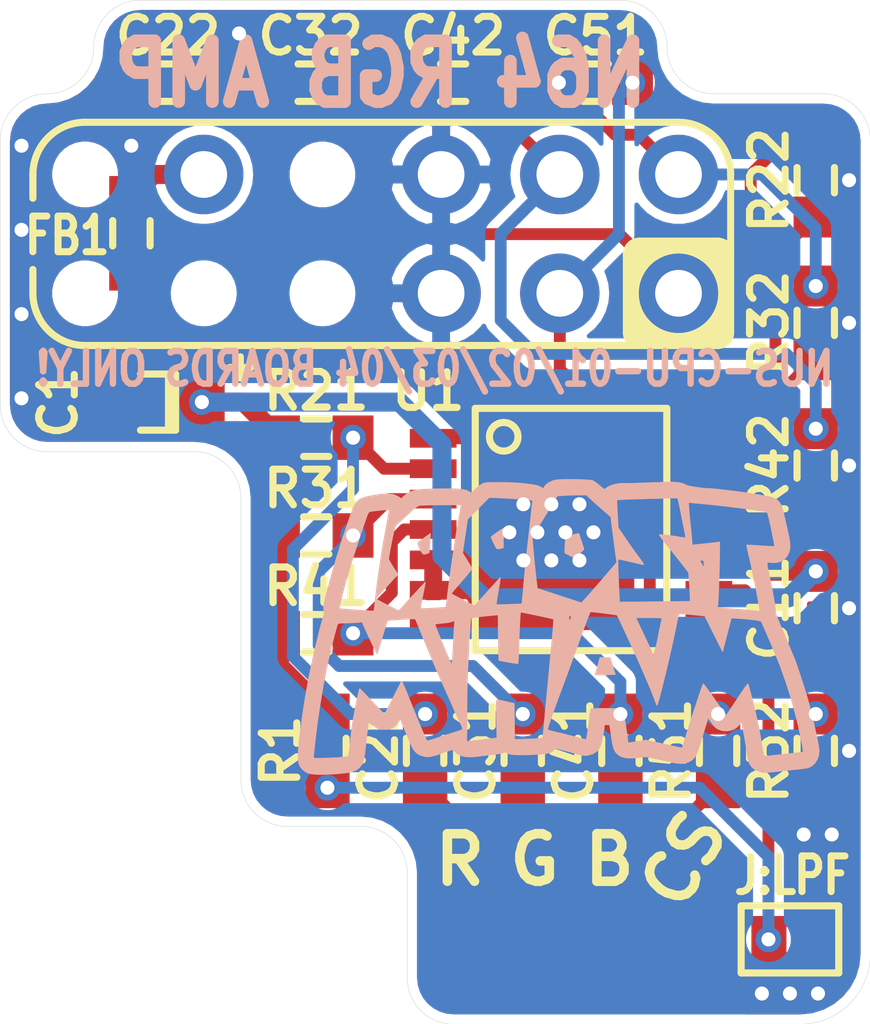
<source format=kicad_pcb>
(kicad_pcb (version 20171130) (host pcbnew "(5.1.2-1)-1")

  (general
    (thickness 0.8)
    (drawings 35)
    (tracks 162)
    (zones 0)
    (modules 27)
    (nets 22)
  )

  (page A4)
  (title_block
    (title "N64 RGB AMP")
    (date 2020-12-16)
    (rev 1.1)
    (company TzorriMahm)
    (comment 3 https://twitter.com/TzorriMahm)
    (comment 4 https://github.com/TzorriMahm)
  )

  (layers
    (0 F.Cu signal)
    (31 B.Cu signal)
    (32 B.Adhes user hide)
    (33 F.Adhes user hide)
    (34 B.Paste user hide)
    (35 F.Paste user hide)
    (36 B.SilkS user)
    (37 F.SilkS user)
    (38 B.Mask user)
    (39 F.Mask user)
    (44 Edge.Cuts user)
    (45 Margin user hide)
    (46 B.CrtYd user hide)
    (47 F.CrtYd user hide)
    (48 B.Fab user hide)
    (49 F.Fab user hide)
  )

  (setup
    (last_trace_width 0.254)
    (user_trace_width 0.254)
    (user_trace_width 0.4)
    (user_trace_width 0.4064)
    (trace_clearance 0.1524)
    (zone_clearance 0.2032)
    (zone_45_only yes)
    (trace_min 0.254)
    (via_size 0.55)
    (via_drill 0.3)
    (via_min_size 0.32)
    (via_min_drill 0.3)
    (user_via 0.32 0.3)
    (user_via 0.4 0.3)
    (user_via 0.55 0.3)
    (uvia_size 0.508)
    (uvia_drill 0.127)
    (uvias_allowed no)
    (uvia_min_size 0.02032)
    (uvia_min_drill 0.0127)
    (edge_width 0.01)
    (segment_width 0.1524)
    (pcb_text_width 0.1524)
    (pcb_text_size 0.889 0.889)
    (mod_edge_width 0.1524)
    (mod_text_size 0.889 0.889)
    (mod_text_width 0.1524)
    (pad_size 1.05 2.1)
    (pad_drill 0)
    (pad_to_mask_clearance 0.0508)
    (solder_mask_min_width 0.127)
    (aux_axis_origin 0 0)
    (visible_elements 7FFFEF7F)
    (pcbplotparams
      (layerselection 0x010fc_ffffffff)
      (usegerberextensions true)
      (usegerberattributes true)
      (usegerberadvancedattributes false)
      (creategerberjobfile false)
      (excludeedgelayer true)
      (linewidth 0.150000)
      (plotframeref false)
      (viasonmask false)
      (mode 1)
      (useauxorigin false)
      (hpglpennumber 1)
      (hpglpenspeed 20)
      (hpglpendiameter 15.000000)
      (psnegative false)
      (psa4output false)
      (plotreference true)
      (plotvalue true)
      (plotinvisibletext false)
      (padsonsilk true)
      (subtractmaskfromsilk false)
      (outputformat 1)
      (mirror false)
      (drillshape 0)
      (scaleselection 1)
      (outputdirectory "Neuer Ordner/"))
  )

  (net 0 "")
  (net 1 GND)
  (net 2 +5VA)
  (net 3 "Net-(C21-Pad2)")
  (net 4 /RED_OUT)
  (net 5 "Net-(C31-Pad2)")
  (net 6 /GREEN_OUT)
  (net 7 "Net-(C41-Pad2)")
  (net 8 /BLUE_OUT)
  (net 9 /CSYNC_OUT)
  (net 10 +5V)
  (net 11 "Net-(J:LPF1-Pad2)")
  (net 12 "Net-(R51-Pad2)")
  (net 13 /GREEN_IN)
  (net 14 /RED_IN)
  (net 15 /BLUE_IN)
  (net 16 /CSYNC_IN)
  (net 17 "Net-(R22-Pad2)")
  (net 18 "Net-(R32-Pad2)")
  (net 19 "Net-(R42-Pad2)")
  (net 20 "Net-(U1-Pad8)")
  (net 21 "Net-(U1-Pad7)")

  (net_class Default "This is the default net class."
    (clearance 0.1524)
    (trace_width 0.254)
    (via_dia 0.55)
    (via_drill 0.3)
    (uvia_dia 0.508)
    (uvia_drill 0.127)
    (diff_pair_width 0.254)
    (diff_pair_gap 0.254)
    (add_net +5V)
    (add_net +5VA)
    (add_net /BLUE_IN)
    (add_net /BLUE_OUT)
    (add_net /CSYNC_IN)
    (add_net /CSYNC_OUT)
    (add_net /GREEN_IN)
    (add_net /GREEN_OUT)
    (add_net /RED_IN)
    (add_net /RED_OUT)
    (add_net GND)
    (add_net "Net-(C21-Pad2)")
    (add_net "Net-(C31-Pad2)")
    (add_net "Net-(C41-Pad2)")
    (add_net "Net-(J:LPF1-Pad2)")
    (add_net "Net-(R22-Pad2)")
    (add_net "Net-(R32-Pad2)")
    (add_net "Net-(R42-Pad2)")
    (add_net "Net-(R51-Pad2)")
    (add_net "Net-(U1-Pad7)")
    (add_net "Net-(U1-Pad8)")
  )

  (module n64_rgb_amp:SolderPad_customizable (layer F.Cu) (tedit 5FDA852D) (tstamp 5E5AFECF)
    (at 150.625 114.495)
    (descr "Customizable Solder-Pad; change sizes as you like; made by TzorriMahm")
    (path /5FB5BDA7)
    (attr virtual)
    (fp_text reference INPUT_2 (at 0 -3.81) (layer F.SilkS) hide
      (effects (font (size 1 1) (thickness 0.15)))
    )
    (fp_text value GREEN (at -0.015 -1.28 90) (layer F.Fab) hide
      (effects (font (size 1 1) (thickness 0.15)))
    )
    (fp_text user %R (at 0 -1.64 90) (layer F.Fab) hide
      (effects (font (size 1 1) (thickness 0.15)))
    )
    (pad 1 smd rect (at 0 0) (size 1.05 2.1) (layers F.Cu F.Mask)
      (net 13 /GREEN_IN))
  )

  (module n64_rgb_amp:SolderPad_customizable (layer F.Cu) (tedit 5FDA8523) (tstamp 5E5AFEC6)
    (at 149.025 114.495)
    (descr "Customizable Solder-Pad; change sizes as you like; made by TzorriMahm")
    (path /5FB5A600)
    (attr virtual)
    (fp_text reference INPUT_1 (at 0 -3.81) (layer F.SilkS) hide
      (effects (font (size 1 1) (thickness 0.15)))
    )
    (fp_text value RED (at 0.055 -0.25 90) (layer F.Fab) hide
      (effects (font (size 1 1) (thickness 0.15)))
    )
    (fp_text user %R (at 0.04 -1.64 90) (layer F.Fab) hide
      (effects (font (size 1 1) (thickness 0.15)))
    )
    (pad 1 smd rect (at 0 0) (size 1.05 2.1) (layers F.Cu F.Mask)
      (net 14 /RED_IN))
  )

  (module n64_rgb_amp:SolderPad_customizable (layer F.Cu) (tedit 5FDA8541) (tstamp 5E5AFEBD)
    (at 153.825 114.495)
    (descr "Customizable Solder-Pad; change sizes as you like; made by TzorriMahm")
    (path /5FB5C3C2)
    (attr virtual)
    (fp_text reference INPUT_4 (at 0 -3.81) (layer F.SilkS) hide
      (effects (font (size 1 1) (thickness 0.15)))
    )
    (fp_text value CSYNC (at 0.04 -1.245 90) (layer F.Fab) hide
      (effects (font (size 1 1) (thickness 0.15)))
    )
    (fp_text user %R (at 0.055 -1.71 90) (layer F.Fab) hide
      (effects (font (size 1 1) (thickness 0.15)))
    )
    (pad 1 smd rect (at 0 0) (size 1.05 2.1) (layers F.Cu F.Mask)
      (net 16 /CSYNC_IN))
  )

  (module n64_rgb_amp:SolderPad_customizable (layer F.Cu) (tedit 5FDA8537) (tstamp 5E5AFEB4)
    (at 152.225 114.495)
    (descr "Customizable Solder-Pad; change sizes as you like; made by TzorriMahm")
    (path /5FB5C169)
    (attr virtual)
    (fp_text reference INPUT_3 (at 0 -3.81) (layer F.SilkS) hide
      (effects (font (size 1 1) (thickness 0.15)))
    )
    (fp_text value BLUE (at 0.035 -0.685 90) (layer F.Fab) hide
      (effects (font (size 1 1) (thickness 0.15)))
    )
    (fp_text user %R (at 0.075 -1.71 90) (layer F.Fab) hide
      (effects (font (size 1 1) (thickness 0.15)))
    )
    (pad 1 smd rect (at 0 0) (size 1.05 2.1) (layers F.Cu F.Mask)
      (net 15 /BLUE_IN))
  )

  (module n64_rgb_amp:SolderJumper_2x0.75x1mm (layer F.Cu) (tedit 5FDA7CB5) (tstamp 5E5AFEF8)
    (at 156.09 114.1375 180)
    (descr "Solder-Jumper; 2 pads; 0.75x1mm; made by TzorriMahm")
    (path /5FBA6196)
    (fp_text reference J:LPF1 (at 0.22 -1.65 180) (layer F.SilkS) hide
      (effects (font (size 1 1) (thickness 0.15)))
    )
    (fp_text value "close Jumper to enable LPF" (at 0 2 180) (layer F.Fab) hide
      (effects (font (size 1 1) (thickness 0.15)))
    )
    (fp_line (start -1.0444 -0.7175) (end -1.0444 0.7175) (layer F.SilkS) (width 0.1524))
    (fp_line (start 1.0444 -0.7175) (end 1.0444 0.7175) (layer F.SilkS) (width 0.1524))
    (fp_line (start -1.0444 0.7175) (end 1.0444 0.7175) (layer F.SilkS) (width 0.1524))
    (fp_line (start -1.0444 -0.7175) (end 1.0444 -0.7175) (layer F.SilkS) (width 0.1524))
    (pad 2 smd rect (at 0.45 0 180) (size 0.75 1) (layers F.Cu F.Mask)
      (net 11 "Net-(J:LPF1-Pad2)"))
    (pad 1 smd rect (at -0.45 0 180) (size 0.75 1) (layers F.Cu F.Mask)
      (net 1 GND))
  )

  (module n64_rgb_amp:TM_logo-silk (layer B.Cu) (tedit 5FDA80B1) (tstamp 5FC4DE5D)
    (at 151.13 107.7 180)
    (descr "Made by TzorriMahm")
    (fp_text reference *** (at 0 4) (layer B.SilkS) hide
      (effects (font (size 1 1) (thickness 0.15)) (justify mirror))
    )
    (fp_text value TM_logo-silk (at 0 -4) (layer B.SilkS) hide
      (effects (font (size 1 1) (thickness 0.15)) (justify mirror))
    )
    (fp_poly (pts (xy -0.427694 2.241404) (xy -0.391707 2.23363) (xy -0.340526 2.220604) (xy -0.298144 2.208904)
      (xy -0.15895 2.16933) (xy -0.150131 2.075971) (xy -0.145236 2.010719) (xy -0.141989 1.941787)
      (xy -0.141212 1.90165) (xy -0.141111 1.820688) (xy -0.239537 1.771122) (xy -0.28778 1.747607)
      (xy -0.32659 1.730128) (xy -0.348896 1.721835) (xy -0.350817 1.721556) (xy -0.366177 1.730593)
      (xy -0.396635 1.754821) (xy -0.436904 1.789908) (xy -0.459366 1.81045) (xy -0.555059 1.899345)
      (xy -0.501416 2.067978) (xy -0.480645 2.132484) (xy -0.462752 2.186579) (xy -0.449535 2.224926)
      (xy -0.442795 2.242192) (xy -0.442555 2.242544) (xy -0.427694 2.241404)) (layer B.SilkS) (width 0.01))
    (fp_poly (pts (xy 1.177174 2.351876) (xy 1.196495 2.340929) (xy 1.230985 2.318337) (xy 1.274972 2.288145)
      (xy 1.322783 2.254396) (xy 1.368747 2.221133) (xy 1.407191 2.192398) (xy 1.432442 2.172235)
      (xy 1.439333 2.165013) (xy 1.433835 2.150983) (xy 1.419023 2.117042) (xy 1.397417 2.068901)
      (xy 1.380879 2.032603) (xy 1.351953 1.971286) (xy 1.329158 1.932232) (xy 1.307263 1.911873)
      (xy 1.281039 1.906638) (xy 1.245254 1.912955) (xy 1.217083 1.920787) (xy 1.171222 1.934029)
      (xy 1.171222 2.079823) (xy 1.170292 2.149979) (xy 1.167796 2.217643) (xy 1.164176 2.272673)
      (xy 1.161924 2.293457) (xy 1.157442 2.333599) (xy 1.159568 2.3519) (xy 1.169847 2.354279)
      (xy 1.177174 2.351876)) (layer B.SilkS) (width 0.01))
    (fp_poly (pts (xy 2.743368 2.235192) (xy 2.772257 2.216208) (xy 2.812935 2.187949) (xy 2.860047 2.154293)
      (xy 2.908237 2.11912) (xy 2.95215 2.086309) (xy 2.986428 2.059739) (xy 3.005716 2.04329)
      (xy 3.007646 2.041106) (xy 3.006159 2.023375) (xy 2.994532 1.986798) (xy 2.974988 1.937903)
      (xy 2.964253 1.913728) (xy 2.933282 1.851345) (xy 2.906167 1.812876) (xy 2.878183 1.795345)
      (xy 2.844602 1.79578) (xy 2.801055 1.811053) (xy 2.758722 1.829356) (xy 2.743679 2.032983)
      (xy 2.738539 2.105492) (xy 2.734574 2.167234) (xy 2.732078 2.213116) (xy 2.731347 2.238042)
      (xy 2.731626 2.241021) (xy 2.743368 2.235192)) (layer B.SilkS) (width 0.01))
    (fp_poly (pts (xy -0.841388 -0.592012) (xy -0.822577 -0.659757) (xy -0.806879 -0.717327) (xy -0.795699 -0.759486)
      (xy -0.790445 -0.780996) (xy -0.790222 -0.782512) (xy -0.80377 -0.785836) (xy -0.84227 -0.787418)
      (xy -0.902507 -0.787287) (xy -0.981266 -0.785469) (xy -1.075334 -0.781989) (xy -1.124418 -0.779764)
      (xy -1.225781 -0.774913) (xy -1.213396 -0.736706) (xy -1.20418 -0.707377) (xy -1.189181 -0.658676)
      (xy -1.170746 -0.598258) (xy -1.157288 -0.553861) (xy -1.113566 -0.409222) (xy -0.892554 -0.409222)
      (xy -0.841388 -0.592012)) (layer B.SilkS) (width 0.01))
    (fp_poly (pts (xy -0.191646 3.398224) (xy -0.103192 3.396828) (xy -0.02726 3.39407) (xy 0.031057 3.389883)
      (xy 0.060696 3.385657) (xy 0.12015 3.367503) (xy 0.180867 3.339801) (xy 0.23447 3.307246)
      (xy 0.272581 3.274529) (xy 0.282083 3.261644) (xy 0.304224 3.225131) (xy 0.320279 3.210097)
      (xy 0.337986 3.213414) (xy 0.36169 3.229478) (xy 0.406542 3.25229) (xy 0.47562 3.272514)
      (xy 0.569993 3.290365) (xy 0.690726 3.306058) (xy 0.790222 3.315762) (xy 0.887213 3.3229)
      (xy 0.992934 3.328402) (xy 1.102773 3.33225) (xy 1.212115 3.334421) (xy 1.316347 3.334895)
      (xy 1.410856 3.333651) (xy 1.491027 3.330666) (xy 1.552248 3.325921) (xy 1.589837 3.319416)
      (xy 1.640632 3.29445) (xy 1.704725 3.246853) (xy 1.752964 3.204107) (xy 1.857308 3.106661)
      (xy 1.900845 3.134226) (xy 1.937737 3.154037) (xy 1.981242 3.169829) (xy 2.03449 3.181914)
      (xy 2.100611 3.190606) (xy 2.182735 3.196219) (xy 2.283993 3.199066) (xy 2.407515 3.199461)
      (xy 2.537744 3.19802) (xy 2.688741 3.194937) (xy 2.8149 3.190336) (xy 2.919593 3.183458)
      (xy 3.006195 3.173545) (xy 3.078078 3.159838) (xy 3.138617 3.14158) (xy 3.191184 3.118012)
      (xy 3.239153 3.088378) (xy 3.285897 3.051917) (xy 3.319167 3.022414) (xy 3.3575 2.98718)
      (xy 3.410889 3.022265) (xy 3.469583 3.054055) (xy 3.535431 3.075597) (xy 3.61168 3.086949)
      (xy 3.701579 3.088167) (xy 3.808378 3.079308) (xy 3.935325 3.060429) (xy 4.074616 3.033867)
      (xy 4.161113 3.012528) (xy 4.223155 2.988684) (xy 4.254087 2.969747) (xy 4.305512 2.9197)
      (xy 4.354085 2.853981) (xy 4.391518 2.784611) (xy 4.40306 2.753666) (xy 4.417011 2.711518)
      (xy 4.43025 2.676846) (xy 4.431478 2.674056) (xy 4.439747 2.652377) (xy 4.455326 2.608564)
      (xy 4.476639 2.547269) (xy 4.502111 2.473145) (xy 4.530165 2.390844) (xy 4.559225 2.305018)
      (xy 4.587715 2.220321) (xy 4.614059 2.141403) (xy 4.63668 2.072918) (xy 4.654004 2.019518)
      (xy 4.663325 1.989667) (xy 4.676668 1.945937) (xy 4.695132 1.886439) (xy 4.715261 1.822291)
      (xy 4.720342 1.806222) (xy 4.748016 1.716243) (xy 4.780719 1.605685) (xy 4.816698 1.480847)
      (xy 4.854201 1.348027) (xy 4.891474 1.213523) (xy 4.926766 1.083633) (xy 4.958324 0.964655)
      (xy 4.984396 0.862887) (xy 4.995847 0.816175) (xy 5.01145 0.746208) (xy 5.019552 0.694016)
      (xy 5.020965 0.650403) (xy 5.016499 0.606174) (xy 5.015136 0.597453) (xy 5.008687 0.544811)
      (xy 5.010862 0.507392) (xy 5.022676 0.473239) (xy 5.026325 0.465667) (xy 5.036532 0.437871)
      (xy 5.052037 0.386065) (xy 5.071961 0.313776) (xy 5.095429 0.224534) (xy 5.121564 0.121867)
      (xy 5.149489 0.009302) (xy 5.178327 -0.109631) (xy 5.207202 -0.231405) (xy 5.235237 -0.352491)
      (xy 5.261556 -0.469361) (xy 5.282284 -0.564444) (xy 5.322504 -0.759775) (xy 5.361844 -0.964895)
      (xy 5.399067 -1.172615) (xy 5.432935 -1.375743) (xy 5.462212 -1.567088) (xy 5.485659 -1.73946)
      (xy 5.488676 -1.763889) (xy 5.497605 -1.834885) (xy 5.507137 -1.906809) (xy 5.515612 -1.96724)
      (xy 5.517905 -1.982611) (xy 5.539172 -2.137186) (xy 5.554328 -2.280782) (xy 5.563235 -2.410217)
      (xy 5.565754 -2.522314) (xy 5.561746 -2.613891) (xy 5.551073 -2.68177) (xy 5.548753 -2.690167)
      (xy 5.516685 -2.754748) (xy 5.464029 -2.814707) (xy 5.398302 -2.862837) (xy 5.342999 -2.887466)
      (xy 5.27306 -2.902336) (xy 5.177002 -2.91103) (xy 5.056253 -2.913502) (xy 4.912243 -2.909705)
      (xy 4.818944 -2.904632) (xy 4.679633 -2.894294) (xy 4.565188 -2.882084) (xy 4.472271 -2.867181)
      (xy 4.397547 -2.848761) (xy 4.337678 -2.826001) (xy 4.289327 -2.798078) (xy 4.249157 -2.76417)
      (xy 4.249104 -2.764118) (xy 4.216004 -2.726064) (xy 4.189942 -2.68297) (xy 4.169383 -2.630039)
      (xy 4.15279 -2.562474) (xy 4.138627 -2.47548) (xy 4.127582 -2.384778) (xy 4.110548 -2.232305)
      (xy 4.09541 -2.10084) (xy 4.082325 -1.99165) (xy 4.071453 -1.905998) (xy 4.062951 -1.845152)
      (xy 4.056978 -1.810376) (xy 4.054698 -1.802588) (xy 4.041606 -1.805347) (xy 4.014198 -1.823482)
      (xy 3.981842 -1.850114) (xy 3.937362 -1.885912) (xy 3.892278 -1.916418) (xy 3.866444 -1.930292)
      (xy 3.814252 -1.944426) (xy 3.74623 -1.951361) (xy 3.673892 -1.950888) (xy 3.608752 -1.942795)
      (xy 3.581564 -1.935512) (xy 3.528647 -1.90729) (xy 3.473539 -1.862168) (xy 3.425735 -1.808933)
      (xy 3.399369 -1.7669) (xy 3.37717 -1.721063) (xy 3.359374 -1.781282) (xy 3.341313 -1.832836)
      (xy 3.319555 -1.882883) (xy 3.31548 -1.890889) (xy 3.300842 -1.921536) (xy 3.278335 -1.972223)
      (xy 3.250622 -2.036804) (xy 3.220363 -2.109133) (xy 3.208562 -2.137833) (xy 3.177426 -2.211873)
      (xy 3.146915 -2.280765) (xy 3.11991 -2.338254) (xy 3.099291 -2.37808) (xy 3.093809 -2.387161)
      (xy 3.033088 -2.45447) (xy 2.952189 -2.502491) (xy 2.870969 -2.527147) (xy 2.820975 -2.535509)
      (xy 2.778625 -2.536756) (xy 2.731734 -2.530353) (xy 2.680469 -2.518806) (xy 2.626952 -2.505124)
      (xy 2.582596 -2.492636) (xy 2.555958 -2.483771) (xy 2.554111 -2.482948) (xy 2.507615 -2.462256)
      (xy 2.454303 -2.442467) (xy 2.385322 -2.420387) (xy 2.357505 -2.412023) (xy 2.252622 -2.380833)
      (xy 2.22345 -2.415648) (xy 2.156309 -2.474043) (xy 2.068713 -2.514334) (xy 1.962112 -2.536212)
      (xy 1.837952 -2.539371) (xy 1.707444 -2.525149) (xy 1.659043 -2.518185) (xy 1.593162 -2.510045)
      (xy 1.520437 -2.502002) (xy 1.481667 -2.49811) (xy 1.379259 -2.486753) (xy 1.292162 -2.474061)
      (xy 1.223895 -2.460688) (xy 1.177978 -2.447286) (xy 1.161583 -2.438707) (xy 1.135345 -2.434998)
      (xy 1.112194 -2.445745) (xy 1.077385 -2.463751) (xy 1.035347 -2.477316) (xy 0.982456 -2.48678)
      (xy 0.915089 -2.492481) (xy 0.82962 -2.49476) (xy 0.722426 -2.493955) (xy 0.623852 -2.491479)
      (xy 0.490817 -2.486532) (xy 0.382689 -2.480089) (xy 0.296165 -2.47144) (xy 0.227939 -2.459875)
      (xy 0.174708 -2.444681) (xy 0.133169 -2.425148) (xy 0.100016 -2.400564) (xy 0.07437 -2.373229)
      (xy 0.06368 -2.364392) (xy 0.046773 -2.3612) (xy 0.018297 -2.364169) (xy -0.027098 -2.373817)
      (xy -0.087908 -2.388909) (xy -0.158428 -2.407214) (xy -0.228225 -2.425873) (xy -0.286835 -2.442065)
      (xy -0.310445 -2.448878) (xy -0.399497 -2.474789) (xy -0.467177 -2.492848) (xy -0.518972 -2.503873)
      (xy -0.560369 -2.508679) (xy -0.596854 -2.508083) (xy -0.633915 -2.502901) (xy -0.651034 -2.49954)
      (xy -0.744919 -2.470778) (xy -0.818462 -2.426091) (xy -0.874004 -2.362914) (xy -0.913882 -2.278682)
      (xy -0.937884 -2.185066) (xy -0.950228 -2.119962) (xy -0.962612 -2.055891) (xy -0.972641 -2.005221)
      (xy -0.973869 -1.999173) (xy -0.982335 -1.949144) (xy -0.987265 -1.90341) (xy -0.987778 -1.889812)
      (xy -0.990262 -1.862962) (xy -1.003193 -1.851304) (xy -1.034791 -1.84858) (xy -1.041962 -1.848556)
      (xy -1.096147 -1.848556) (xy -1.11279 -1.943806) (xy -1.123591 -2.009833) (xy -1.134943 -2.08576)
      (xy -1.143034 -2.144889) (xy -1.161565 -2.258295) (xy -1.184846 -2.348775) (xy -1.212285 -2.414264)
      (xy -1.226486 -2.435871) (xy -1.279039 -2.489684) (xy -1.342002 -2.528653) (xy -1.418258 -2.553315)
      (xy -1.510689 -2.564207) (xy -1.622178 -2.561866) (xy -1.755607 -2.54683) (xy -1.792111 -2.541249)
      (xy -1.814863 -2.538074) (xy -1.837693 -2.536461) (xy -1.863597 -2.536922) (xy -1.895572 -2.539974)
      (xy -1.936612 -2.546131) (xy -1.989713 -2.555908) (xy -2.057871 -2.569819) (xy -2.14408 -2.58838)
      (xy -2.251338 -2.612106) (xy -2.382639 -2.641511) (xy -2.405945 -2.646747) (xy -2.497951 -2.665907)
      (xy -2.570368 -2.676749) (xy -2.630477 -2.679579) (xy -2.685561 -2.674705) (xy -2.742901 -2.662434)
      (xy -2.747655 -2.661182) (xy -2.822086 -2.633116) (xy -2.883011 -2.590378) (xy -2.933292 -2.529555)
      (xy -2.97579 -2.447234) (xy -3.01137 -2.346631) (xy -3.032389 -2.277862) (xy -3.057995 -2.194867)
      (xy -3.086095 -2.104347) (xy -3.114596 -2.013005) (xy -3.141408 -1.927542) (xy -3.164438 -1.85466)
      (xy -3.181595 -1.80106) (xy -3.183517 -1.795146) (xy -3.195652 -1.753108) (xy -3.202592 -1.719767)
      (xy -3.203222 -1.712196) (xy -3.210201 -1.712911) (xy -3.228912 -1.733536) (xy -3.256022 -1.77012)
      (xy -3.272125 -1.793828) (xy -3.324593 -1.865581) (xy -3.375061 -1.915738) (xy -3.430444 -1.949481)
      (xy -3.497658 -1.971991) (xy -3.515387 -1.976096) (xy -3.606829 -1.983854) (xy -3.696702 -1.969496)
      (xy -3.778715 -1.935377) (xy -3.846579 -1.88385) (xy -3.882227 -1.838796) (xy -3.901948 -1.809885)
      (xy -3.915208 -1.79593) (xy -3.917204 -1.795833) (xy -3.923446 -1.813045) (xy -3.93337 -1.8533)
      (xy -3.946042 -1.911799) (xy -3.960529 -1.983744) (xy -3.9759 -2.064335) (xy -3.99122 -2.148773)
      (xy -4.005556 -2.232259) (xy -4.017977 -2.309994) (xy -4.020727 -2.328333) (xy -4.032849 -2.407971)
      (xy -4.045063 -2.483911) (xy -4.056134 -2.548744) (xy -4.064827 -2.59506) (xy -4.066621 -2.6035)
      (xy -4.097941 -2.692479) (xy -4.148968 -2.762783) (xy -4.221228 -2.815885) (xy -4.316246 -2.85326)
      (xy -4.328407 -2.85654) (xy -4.356792 -2.863364) (xy -4.383942 -2.86798) (xy -4.41407 -2.870238)
      (xy -4.451392 -2.869991) (xy -4.500121 -2.867091) (xy -4.564472 -2.86139) (xy -4.648659 -2.852739)
      (xy -4.750342 -2.841709) (xy -4.851984 -2.830614) (xy -4.950788 -2.819918) (xy -5.04114 -2.810221)
      (xy -5.117424 -2.802124) (xy -5.174026 -2.79623) (xy -5.192889 -2.794326) (xy -5.271741 -2.785129)
      (xy -5.330144 -2.774235) (xy -5.375866 -2.759488) (xy -5.416678 -2.738731) (xy -5.435177 -2.727076)
      (xy -5.495906 -2.67158) (xy -5.544036 -2.596735) (xy -5.575938 -2.50995) (xy -5.585967 -2.433915)
      (xy -5.242278 -2.433915) (xy -4.8895 -2.471267) (xy -4.790914 -2.481763) (xy -4.7001 -2.491543)
      (xy -4.621322 -2.500137) (xy -4.558844 -2.507079) (xy -4.516928 -2.5119) (xy -4.501445 -2.513858)
      (xy -4.464958 -2.519386) (xy -4.437975 -2.521136) (xy -4.418355 -2.515558) (xy -4.403955 -2.4991)
      (xy -4.392633 -2.468211) (xy -4.382246 -2.41934) (xy -4.370651 -2.348935) (xy -4.35973 -2.278944)
      (xy -4.342975 -2.176836) (xy -4.323054 -2.062686) (xy -4.302148 -1.948608) (xy -4.282442 -1.846715)
      (xy -4.27709 -1.820333) (xy -4.261636 -1.748308) (xy -4.242288 -1.662924) (xy -4.220083 -1.568308)
      (xy -4.196059 -1.46859) (xy -4.171254 -1.367899) (xy -4.146707 -1.270363) (xy -4.123454 -1.180112)
      (xy -4.102534 -1.101275) (xy -4.084986 -1.037979) (xy -4.071846 -0.994355) (xy -4.064678 -0.975379)
      (xy -4.056002 -0.976622) (xy -4.037367 -0.995485) (xy -4.007853 -1.033217) (xy -3.966541 -1.091067)
      (xy -3.912514 -1.170284) (xy -3.844853 -1.272116) (xy -3.831539 -1.292359) (xy -3.774158 -1.379553)
      (xy -3.72157 -1.459151) (xy -3.675829 -1.528067) (xy -3.638991 -1.583215) (xy -3.613112 -1.621509)
      (xy -3.600248 -1.639862) (xy -3.599446 -1.640839) (xy -3.587887 -1.634536) (xy -3.564904 -1.608824)
      (xy -3.534171 -1.568138) (xy -3.509245 -1.531969) (xy -3.470269 -1.474465) (xy -3.419121 -1.400541)
      (xy -3.360294 -1.316554) (xy -3.298278 -1.228861) (xy -3.237565 -1.143822) (xy -3.182647 -1.067793)
      (xy -3.147236 -1.019528) (xy -3.123459 -0.990639) (xy -3.105771 -0.974736) (xy -3.10272 -0.973667)
      (xy -3.095925 -0.986611) (xy -3.081701 -1.023362) (xy -3.061068 -1.080799) (xy -3.035045 -1.155801)
      (xy -3.004651 -1.245245) (xy -2.970903 -1.346012) (xy -2.934822 -1.454979) (xy -2.897426 -1.569025)
      (xy -2.859733 -1.685029) (xy -2.822764 -1.799869) (xy -2.787535 -1.910425) (xy -2.755067 -2.013574)
      (xy -2.726377 -2.106196) (xy -2.702486 -2.185169) (xy -2.684411 -2.247371) (xy -2.673176 -2.289661)
      (xy -2.66226 -2.320772) (xy -2.651209 -2.336427) (xy -2.631997 -2.337357) (xy -2.593675 -2.332318)
      (xy -2.544462 -2.3224) (xy -2.543411 -2.322156) (xy -2.499678 -2.3122) (xy -2.434468 -2.297615)
      (xy -2.353886 -2.279754) (xy -2.264038 -2.259971) (xy -2.171026 -2.239617) (xy -2.164548 -2.238205)
      (xy -1.880818 -2.176351) (xy -1.755326 -2.195937) (xy -1.689282 -2.206079) (xy -1.625124 -2.215652)
      (xy -1.574261 -2.22296) (xy -1.564048 -2.224358) (xy -1.498263 -2.233192) (xy -1.488205 -2.150235)
      (xy -1.482851 -2.110211) (xy -1.473943 -2.048253) (xy -1.462364 -1.970296) (xy -1.448996 -1.882277)
      (xy -1.434721 -1.790134) (xy -1.433926 -1.785056) (xy -1.389705 -1.502833) (xy -1.052125 -1.499044)
      (xy -0.957066 -1.498462) (xy -0.871367 -1.498861) (xy -0.799075 -1.500147) (xy -0.744235 -1.502226)
      (xy -0.710891 -1.505004) (xy -0.702622 -1.507179) (xy -0.696411 -1.525152) (xy -0.688337 -1.565245)
      (xy -0.679449 -1.621505) (xy -0.670869 -1.687357) (xy -0.661405 -1.763593) (xy -0.650478 -1.8451)
      (xy -0.638864 -1.926789) (xy -0.627338 -2.003568) (xy -0.616676 -2.070348) (xy -0.607655 -2.122039)
      (xy -0.601049 -2.15355) (xy -0.598778 -2.160354) (xy -0.584257 -2.159419) (xy -0.546712 -2.151916)
      (xy -0.490314 -2.138821) (xy -0.419235 -2.121112) (xy -0.337646 -2.099764) (xy -0.321539 -2.095441)
      (xy -0.227249 -2.070514) (xy -0.132094 -2.0462) (xy -0.043251 -2.024274) (xy 0.032102 -2.006511)
      (xy 0.082877 -1.995463) (xy 0.140603 -1.98228) (xy 0.187035 -1.968763) (xy 0.215737 -1.956936)
      (xy 0.221679 -1.951773) (xy 0.219446 -1.93144) (xy 0.207366 -1.886304) (xy 0.185938 -1.817817)
      (xy 0.155662 -1.727432) (xy 0.117038 -1.616604) (xy 0.070564 -1.486784) (xy 0.01674 -1.339428)
      (xy -0.043935 -1.175987) (xy -0.056284 -1.143) (xy -0.095597 -1.037655) (xy -0.141818 -0.913021)
      (xy -0.192276 -0.776354) (xy -0.244297 -0.634911) (xy -0.295208 -0.495948) (xy -0.342334 -0.36672)
      (xy -0.347403 -0.352778) (xy -0.412226 -0.174342) (xy -0.468088 -0.020587) (xy -0.515714 0.110316)
      (xy -0.555828 0.220193) (xy -0.589157 0.310873) (xy -0.616426 0.384183) (xy -0.638359 0.441951)
      (xy -0.639443 0.444708) (xy -0.271903 0.444708) (xy -0.263707 0.413945) (xy -0.247311 0.360523)
      (xy -0.246597 0.36484) (xy 0.101809 0.36484) (xy 0.102969 0.33192) (xy 0.105704 0.287158)
      (xy 0.110127 0.228748) (xy 0.116347 0.154879) (xy 0.124475 0.063744) (xy 0.134622 -0.046466)
      (xy 0.146896 -0.17756) (xy 0.16141 -0.331346) (xy 0.178274 -0.509633) (xy 0.197444 -0.712611)
      (xy 0.212955 -0.877269) (xy 0.228319 -1.040689) (xy 0.243221 -1.199487) (xy 0.257343 -1.350279)
      (xy 0.270369 -1.48968) (xy 0.281984 -1.614306) (xy 0.29187 -1.720772) (xy 0.299712 -1.805694)
      (xy 0.30492 -1.862667) (xy 0.312833 -1.945636) (xy 0.320561 -2.01873) (xy 0.327559 -2.077372)
      (xy 0.333281 -2.116985) (xy 0.337143 -2.132952) (xy 0.353214 -2.136185) (xy 0.393186 -2.139924)
      (xy 0.452749 -2.143893) (xy 0.527593 -2.147814) (xy 0.613407 -2.151411) (xy 0.638298 -2.152305)
      (xy 0.930873 -2.162428) (xy 0.934631 -1.7774) (xy 0.938389 -1.392373) (xy 1.107722 -1.352914)
      (xy 1.17545 -1.337581) (xy 1.234989 -1.324931) (xy 1.279943 -1.316268) (xy 1.303914 -1.312896)
      (xy 1.304017 -1.312894) (xy 1.311782 -1.313697) (xy 1.317798 -1.318481) (xy 1.322197 -1.330263)
      (xy 1.325114 -1.352063) (xy 1.326681 -1.386901) (xy 1.327033 -1.437794) (xy 1.326303 -1.507762)
      (xy 1.324625 -1.599823) (xy 1.322132 -1.716997) (xy 1.322053 -1.72059) (xy 1.313129 -2.128846)
      (xy 1.386814 -2.138031) (xy 1.428595 -2.143285) (xy 1.490572 -2.151137) (xy 1.564948 -2.160598)
      (xy 1.643925 -2.170676) (xy 1.658055 -2.172483) (xy 1.73415 -2.181897) (xy 1.804281 -2.189995)
      (xy 1.861663 -2.196033) (xy 1.899509 -2.199266) (xy 1.905 -2.199545) (xy 1.954389 -2.201339)
      (xy 1.953237 -1.935409) (xy 2.046111 -1.935409) (xy 2.059754 -1.949134) (xy 2.099906 -1.967897)
      (xy 2.165404 -1.991196) (xy 2.204861 -2.003647) (xy 2.277377 -2.026286) (xy 2.366673 -2.054851)
      (xy 2.462826 -2.086132) (xy 2.555914 -2.116919) (xy 2.582333 -2.125771) (xy 2.656123 -2.149858)
      (xy 2.720385 -2.169453) (xy 2.770478 -2.183249) (xy 2.801758 -2.189943) (xy 2.809934 -2.189749)
      (xy 2.819528 -2.172147) (xy 2.838478 -2.130893) (xy 2.865709 -2.068561) (xy 2.900146 -1.987723)
      (xy 2.940715 -1.890954) (xy 2.986341 -1.780824) (xy 3.03595 -1.659908) (xy 3.088468 -1.530777)
      (xy 3.142819 -1.396006) (xy 3.175093 -1.315433) (xy 3.224488 -1.192796) (xy 3.264811 -1.095014)
      (xy 3.296795 -1.020476) (xy 3.321173 -0.967571) (xy 3.338676 -0.934691) (xy 3.350037 -0.920223)
      (xy 3.35484 -0.920321) (xy 3.364843 -0.93734) (xy 3.385598 -0.976153) (xy 3.415306 -1.033275)
      (xy 3.452171 -1.10522) (xy 3.494394 -1.188504) (xy 3.540179 -1.279642) (xy 3.54065 -1.280583)
      (xy 3.585878 -1.370625) (xy 3.627029 -1.451797) (xy 3.662424 -1.520848) (xy 3.690383 -1.574525)
      (xy 3.709228 -1.609577) (xy 3.717278 -1.622751) (xy 3.717361 -1.622778) (xy 3.728084 -1.612897)
      (xy 3.75548 -1.585041) (xy 3.796989 -1.541888) (xy 3.850048 -1.486116) (xy 3.912099 -1.420404)
      (xy 3.980411 -1.347611) (xy 4.049093 -1.274591) (xy 4.111609 -1.208853) (xy 4.165348 -1.153085)
      (xy 4.207701 -1.10997) (xy 4.236059 -1.082195) (xy 4.247792 -1.072444) (xy 4.25398 -1.085486)
      (xy 4.264467 -1.121425) (xy 4.278022 -1.175485) (xy 4.293411 -1.242891) (xy 4.301509 -1.280583)
      (xy 4.326505 -1.400135) (xy 4.347523 -1.503255) (xy 4.365317 -1.594837) (xy 4.380639 -1.679774)
      (xy 4.394243 -1.76296) (xy 4.406884 -1.849287) (xy 4.419314 -1.943649) (xy 4.432287 -2.05094)
      (xy 4.446557 -2.176052) (xy 4.462877 -2.323879) (xy 4.46457 -2.339358) (xy 4.472611 -2.406586)
      (xy 4.480706 -2.463377) (xy 4.487941 -2.503952) (xy 4.493401 -2.522534) (xy 4.49363 -2.522803)
      (xy 4.512233 -2.528682) (xy 4.553575 -2.534679) (xy 4.613181 -2.540594) (xy 4.686578 -2.546231)
      (xy 4.769291 -2.55139) (xy 4.856847 -2.555875) (xy 4.944771 -2.559486) (xy 5.028588 -2.562026)
      (xy 5.103826 -2.563298) (xy 5.166008 -2.563102) (xy 5.210662 -2.561242) (xy 5.233314 -2.557519)
      (xy 5.235222 -2.555618) (xy 5.233589 -2.530816) (xy 5.229024 -2.482458) (xy 5.222026 -2.414999)
      (xy 5.213097 -2.332896) (xy 5.202737 -2.240606) (xy 5.191447 -2.142584) (xy 5.179726 -2.043286)
      (xy 5.168076 -1.94717) (xy 5.156997 -1.85869) (xy 5.156604 -1.855611) (xy 5.138907 -1.724937)
      (xy 5.117235 -1.577149) (xy 5.092614 -1.418407) (xy 5.066072 -1.254872) (xy 5.038636 -1.092701)
      (xy 5.011335 -0.938056) (xy 4.985196 -0.797096) (xy 4.961247 -0.675981) (xy 4.954135 -0.642056)
      (xy 4.929782 -0.530506) (xy 4.903351 -0.41402) (xy 4.875682 -0.295899) (xy 4.847615 -0.17944)
      (xy 4.81999 -0.067944) (xy 4.793646 0.035289) (xy 4.769423 0.126961) (xy 4.748163 0.203772)
      (xy 4.730703 0.262421) (xy 4.717885 0.29961) (xy 4.711313 0.311855) (xy 4.688968 0.317485)
      (xy 4.646294 0.321811) (xy 4.591175 0.324131) (xy 4.57064 0.32434) (xy 4.494529 0.325582)
      (xy 4.408079 0.328649) (xy 4.329063 0.332899) (xy 4.323695 0.333264) (xy 4.198055 0.341971)
      (xy 4.124672 0.181569) (xy 4.068114 0.058734) (xy 4.016742 -0.051272) (xy 3.971576 -0.146356)
      (xy 3.933638 -0.224423) (xy 3.903947 -0.283379) (xy 3.883523 -0.321131) (xy 3.873387 -0.335583)
      (xy 3.872727 -0.335542) (xy 3.867168 -0.320886) (xy 3.854722 -0.282823) (xy 3.836526 -0.225004)
      (xy 3.813717 -0.151079) (xy 3.787432 -0.064698) (xy 3.76202 0.019758) (xy 3.73366 0.114064)
      (xy 3.707847 0.199086) (xy 3.685704 0.271195) (xy 3.668353 0.326757) (xy 3.656916 0.362143)
      (xy 3.652616 0.37373) (xy 3.636583 0.377188) (xy 3.597632 0.381639) (xy 3.540879 0.386752)
      (xy 3.47144 0.392196) (xy 3.394432 0.397643) (xy 3.314972 0.402761) (xy 3.238175 0.407222)
      (xy 3.169159 0.410695) (xy 3.11304 0.41285) (xy 3.074935 0.413357) (xy 3.060007 0.411946)
      (xy 3.052531 0.396788) (xy 3.035991 0.358865) (xy 3.011819 0.30161) (xy 2.98145 0.228455)
      (xy 2.946317 0.142832) (xy 2.907855 0.048173) (xy 2.902643 0.035278) (xy 2.774759 -0.276422)
      (xy 2.641071 -0.593138) (xy 2.506132 -0.904238) (xy 2.374491 -1.199085) (xy 2.372106 -1.204341)
      (xy 2.336945 -1.282108) (xy 2.306165 -1.350786) (xy 2.281543 -1.406361) (xy 2.264855 -1.444819)
      (xy 2.257879 -1.462147) (xy 2.257778 -1.462642) (xy 2.252027 -1.476871) (xy 2.236076 -1.512343)
      (xy 2.211871 -1.564826) (xy 2.181362 -1.630089) (xy 2.151944 -1.692419) (xy 2.117435 -1.766316)
      (xy 2.087636 -1.83219) (xy 2.064528 -1.885492) (xy 2.05009 -1.921677) (xy 2.046111 -1.935409)
      (xy 1.953237 -1.935409) (xy 1.951896 -1.626308) (xy 1.950899 -1.483684) (xy 1.949176 -1.33459)
      (xy 1.946841 -1.184902) (xy 1.944008 -1.040497) (xy 1.940791 -0.907251) (xy 1.937305 -0.79104)
      (xy 1.934016 -0.705556) (xy 1.926459 -0.541483) (xy 1.918638 -0.382345) (xy 1.910708 -0.230571)
      (xy 1.902821 -0.088592) (xy 1.895129 0.041161) (xy 1.887785 0.156256) (xy 1.88094 0.254264)
      (xy 1.874749 0.332754) (xy 1.871939 0.362256) (xy 2.217318 0.362256) (xy 2.220525 0.325535)
      (xy 2.220739 0.323821) (xy 2.223638 0.291767) (xy 2.227439 0.236454) (xy 2.231855 0.162816)
      (xy 2.236596 0.075792) (xy 2.241376 -0.019682) (xy 2.243759 -0.070556) (xy 2.248473 -0.169589)
      (xy 2.253304 -0.26377) (xy 2.257958 -0.347894) (xy 2.26214 -0.416759) (xy 2.265558 -0.465162)
      (xy 2.266856 -0.479754) (xy 2.274795 -0.557342) (xy 2.308003 -0.493865) (xy 2.330112 -0.448705)
      (xy 2.357055 -0.389568) (xy 2.383261 -0.328712) (xy 2.384985 -0.324556) (xy 2.413015 -0.256863)
      (xy 2.445133 -0.179413) (xy 2.474581 -0.108501) (xy 2.475691 -0.105833) (xy 2.515441 -0.0087)
      (xy 2.563874 0.112284) (xy 2.619935 0.254479) (xy 2.63425 0.291066) (xy 2.624612 0.300728)
      (xy 2.587379 0.308958) (xy 2.522264 0.315818) (xy 2.516148 0.316287) (xy 2.423095 0.325391)
      (xy 2.342838 0.337422) (xy 2.28003 0.351475) (xy 2.239322 0.366648) (xy 2.2318 0.37153)
      (xy 2.220721 0.376054) (xy 2.217318 0.362256) (xy 1.871939 0.362256) (xy 1.869362 0.389294)
      (xy 1.864934 0.421453) (xy 1.862897 0.427943) (xy 1.844796 0.434102) (xy 1.802775 0.442039)
      (xy 1.741039 0.451209) (xy 1.663792 0.461068) (xy 1.575241 0.471072) (xy 1.47959 0.480675)
      (xy 1.402275 0.487578) (xy 1.287605 0.497228) (xy 1.281776 0.016403) (xy 1.280164 -0.097341)
      (xy 1.278235 -0.201967) (xy 1.276084 -0.294165) (xy 1.273806 -0.370623) (xy 1.271498 -0.42803)
      (xy 1.269255 -0.463075) (xy 1.267633 -0.472737) (xy 1.25124 -0.478136) (xy 1.213237 -0.48656)
      (xy 1.159782 -0.496963) (xy 1.097032 -0.508295) (xy 1.031142 -0.519511) (xy 0.96827 -0.529561)
      (xy 0.914572 -0.537399) (xy 0.876205 -0.541976) (xy 0.859326 -0.542245) (xy 0.859285 -0.542222)
      (xy 0.856444 -0.527263) (xy 0.85311 -0.488087) (xy 0.849508 -0.42869) (xy 0.845863 -0.353067)
      (xy 0.8424 -0.265214) (xy 0.840511 -0.208564) (xy 0.83617 -0.077474) (xy 0.831481 0.049254)
      (xy 0.826598 0.168559) (xy 0.821673 0.277377) (xy 0.816859 0.372645) (xy 0.81231 0.451301)
      (xy 0.808177 0.510283) (xy 0.804613 0.546527) (xy 0.802311 0.55706) (xy 0.788017 0.555413)
      (xy 0.750523 0.548604) (xy 0.694189 0.537546) (xy 0.623375 0.523154) (xy 0.54244 0.506343)
      (xy 0.455744 0.488029) (xy 0.367648 0.469125) (xy 0.282511 0.450548) (xy 0.204693 0.433211)
      (xy 0.138554 0.41803) (xy 0.128562 0.415677) (xy 0.121778 0.414998) (xy 0.115796 0.415139)
      (xy 0.110729 0.414291) (xy 0.106686 0.410646) (xy 0.103779 0.402395) (xy 0.102116 0.387729)
      (xy 0.101809 0.36484) (xy -0.246597 0.36484) (xy -0.238032 0.416623) (xy -0.233307 0.453096)
      (xy -0.232859 0.475516) (xy -0.233713 0.477993) (xy -0.249178 0.478404) (xy -0.259387 0.475315)
      (xy -0.271627 0.465511) (xy -0.271903 0.444708) (xy -0.639443 0.444708) (xy -0.655682 0.486003)
      (xy -0.669121 0.518169) (xy -0.679399 0.540274) (xy -0.687244 0.554148) (xy -0.693379 0.561617)
      (xy -0.69853 0.564508) (xy -0.703423 0.564651) (xy -0.708782 0.563871) (xy -0.711089 0.563713)
      (xy -0.738817 0.561648) (xy -0.786513 0.556687) (xy -0.848951 0.549503) (xy -0.920902 0.540769)
      (xy -0.997139 0.531157) (xy -1.072436 0.521338) (xy -1.141565 0.511986) (xy -1.199299 0.503772)
      (xy -1.24041 0.49737) (xy -1.259672 0.493451) (xy -1.26042 0.493056) (xy -1.264869 0.485036)
      (xy -1.275162 0.464154) (xy -1.292033 0.428842) (xy -1.316215 0.377531) (xy -1.348443 0.308653)
      (xy -1.38945 0.22064) (xy -1.439969 0.111923) (xy -1.500735 -0.019068) (xy -1.57248 -0.173899)
      (xy -1.583437 -0.197556) (xy -1.639203 -0.319255) (xy -1.698051 -0.45) (xy -1.758231 -0.58572)
      (xy -1.817993 -0.722343) (xy -1.875584 -0.855797) (xy -1.929256 -0.98201) (xy -1.977255 -1.09691)
      (xy -2.017833 -1.196427) (xy -2.049238 -1.276487) (xy -2.061263 -1.308806) (xy -2.082 -1.364117)
      (xy -2.09976 -1.407807) (xy -2.112147 -1.434178) (xy -2.116137 -1.439333) (xy -2.123416 -1.426012)
      (xy -2.136204 -1.387841) (xy -2.15384 -1.327511) (xy -2.175665 -1.247713) (xy -2.201019 -1.151138)
      (xy -2.229242 -1.040475) (xy -2.259674 -0.918416) (xy -2.291656 -0.787652) (xy -2.324528 -0.650872)
      (xy -2.357629 -0.510767) (xy -2.390301 -0.370028) (xy -2.421882 -0.231346) (xy -2.451715 -0.097411)
      (xy -2.479138 0.029087) (xy -2.49678 0.112889) (xy -2.516884 0.209668) (xy -2.535437 0.298733)
      (xy -2.55156 0.37589) (xy -2.5603 0.417529) (xy -2.215445 0.417529) (xy -2.212404 0.39611)
      (xy -2.204189 0.353946) (xy -2.192164 0.297747) (xy -2.181765 0.251723) (xy -2.16647 0.183204)
      (xy -2.152737 0.117631) (xy -2.142499 0.064424) (xy -2.138834 0.042333) (xy -2.130913 -0.003005)
      (xy -2.118996 -0.060296) (xy -2.1044 -0.124368) (xy -2.088444 -0.190046) (xy -2.072446 -0.252158)
      (xy -2.057724 -0.305532) (xy -2.045596 -0.344993) (xy -2.03738 -0.365368) (xy -2.034787 -0.366015)
      (xy -2.026728 -0.344903) (xy -2.010001 -0.304748) (xy -1.987442 -0.252278) (xy -1.972744 -0.218722)
      (xy -1.939232 -0.144112) (xy -1.90043 -0.059786) (xy -1.863529 0.018662) (xy -1.855565 0.035278)
      (xy -1.821052 0.107499) (xy -1.781492 0.191144) (xy -1.743603 0.271987) (xy -1.730647 0.299861)
      (xy -1.666901 0.437444) (xy -1.941173 0.437444) (xy -2.037817 0.437132) (xy -2.109603 0.436032)
      (xy -2.159889 0.433901) (xy -2.192033 0.430495) (xy -2.209394 0.425569) (xy -2.21533 0.418881)
      (xy -2.215445 0.417529) (xy -2.5603 0.417529) (xy -2.564375 0.436941) (xy -2.573005 0.477692)
      (xy -2.576197 0.492393) (xy -2.581394 0.509291) (xy -2.59156 0.518739) (xy -2.612963 0.522102)
      (xy -2.65187 0.52075) (xy -2.692473 0.51776) (xy -2.752964 0.512704) (xy -2.830151 0.505729)
      (xy -2.912664 0.497881) (xy -2.967898 0.492389) (xy -3.134739 0.475434) (xy -3.326467 0.093078)
      (xy -3.518196 -0.289278) (xy -3.537129 -0.218722) (xy -3.546463 -0.18358) (xy -3.561512 -0.126501)
      (xy -3.580863 -0.052855) (xy -3.603107 0.031986) (xy -3.626833 0.122652) (xy -3.631658 0.141111)
      (xy -3.707253 0.430389) (xy -3.797432 0.426159) (xy -3.862214 0.422271) (xy -3.937626 0.416396)
      (xy -4.018589 0.409085) (xy -4.100022 0.400894) (xy -4.176847 0.392374) (xy -4.243983 0.384079)
      (xy -4.296352 0.376562) (xy -4.328872 0.370377) (xy -4.336888 0.367408) (xy -4.346832 0.350242)
      (xy -4.365999 0.310453) (xy -4.392899 0.251528) (xy -4.426039 0.176952) (xy -4.463929 0.090212)
      (xy -4.505077 -0.005206) (xy -4.547992 -0.105815) (xy -4.591182 -0.208129) (xy -4.633156 -0.308662)
      (xy -4.672422 -0.403928) (xy -4.707491 -0.490441) (xy -4.736869 -0.564713) (xy -4.747933 -0.593472)
      (xy -4.874546 -0.945498) (xy -4.98502 -1.294796) (xy -5.08334 -1.654262) (xy -5.114241 -1.779152)
      (xy -5.135212 -1.868771) (xy -5.15685 -1.966029) (xy -5.178052 -2.065469) (xy -5.197711 -2.161632)
      (xy -5.214724 -2.249063) (xy -5.227985 -2.322305) (xy -5.23639 -2.375902) (xy -5.238252 -2.391708)
      (xy -5.242278 -2.433915) (xy -5.585967 -2.433915) (xy -5.587983 -2.418635) (xy -5.588 -2.415136)
      (xy -5.584607 -2.375261) (xy -5.57498 -2.311867) (xy -5.559952 -2.228761) (xy -5.540354 -2.129749)
      (xy -5.517017 -2.018638) (xy -5.490773 -1.899232) (xy -5.462452 -1.775337) (xy -5.432886 -1.650761)
      (xy -5.402907 -1.529308) (xy -5.373345 -1.414785) (xy -5.353284 -1.340556) (xy -5.33041 -1.260633)
      (xy -5.302286 -1.166901) (xy -5.270261 -1.063452) (xy -5.235685 -0.954384) (xy -5.19991 -0.843792)
      (xy -5.164284 -0.73577) (xy -5.130159 -0.634415) (xy -5.098884 -0.543821) (xy -5.07181 -0.468085)
      (xy -5.050286 -0.411301) (xy -5.036036 -0.378296) (xy -5.019491 -0.342742) (xy -4.996361 -0.2894)
      (xy -4.970289 -0.226788) (xy -4.954543 -0.187796) (xy -4.896751 -0.044721) (xy -4.845216 0.078929)
      (xy -4.801076 0.18046) (xy -4.775866 0.235487) (xy -4.757117 0.27661) (xy -4.744576 0.306748)
      (xy -4.741334 0.317215) (xy -4.735757 0.33326) (xy -4.721037 0.367748) (xy -4.70019 0.413655)
      (xy -4.697047 0.420394) (xy -4.667387 0.494673) (xy -4.652198 0.565042) (xy -4.648167 0.613833)
      (xy -4.643712 0.675555) (xy -4.636766 0.736346) (xy -4.630156 0.776111) (xy -4.620985 0.822982)
      (xy -4.609946 0.884304) (xy -4.599653 0.945444) (xy -4.589938 1.000825) (xy -4.575956 1.074358)
      (xy -4.559544 1.15664) (xy -4.542537 1.238269) (xy -4.541787 1.241778) (xy -4.517271 1.355661)
      (xy -4.498255 1.444767) (xy -4.484818 1.512015) (xy -4.477039 1.560326) (xy -4.474997 1.592618)
      (xy -4.47877 1.611811) (xy -4.488438 1.620826) (xy -4.504079 1.622581) (xy -4.525773 1.619996)
      (xy -4.551908 1.616199) (xy -4.658547 1.614588) (xy -4.752911 1.636787) (xy -4.832756 1.681346)
      (xy -4.895837 1.746817) (xy -4.939913 1.831751) (xy -4.952708 1.874921) (xy -4.961226 1.921137)
      (xy -4.964532 1.970442) (xy -4.963866 1.986299) (xy -4.626504 1.986299) (xy -4.626437 1.971851)
      (xy -4.624509 1.966916) (xy -4.608943 1.96573) (xy -4.569541 1.966471) (xy -4.510607 1.968948)
      (xy -4.436448 1.972975) (xy -4.35137 1.978362) (xy -4.330162 1.979812) (xy -4.242994 1.985604)
      (xy -4.165603 1.990272) (xy -4.10233 1.993593) (xy -4.057514 1.995344) (xy -4.035497 1.995302)
      (xy -4.034107 1.995012) (xy -4.033898 1.98033) (xy -4.039722 1.943767) (xy -4.050561 1.89077)
      (xy -4.065397 1.826786) (xy -4.066035 1.824176) (xy -4.087035 1.735312) (xy -4.111431 1.627057)
      (xy -4.138013 1.505232) (xy -4.165573 1.375656) (xy -4.192902 1.24415) (xy -4.218791 1.116534)
      (xy -4.242033 0.998628) (xy -4.261417 0.896252) (xy -4.275735 0.815225) (xy -4.27637 0.811389)
      (xy -4.287869 0.742571) (xy -4.298346 0.681532) (xy -4.306621 0.635042) (xy -4.311415 0.610306)
      (xy -4.312954 0.585917) (xy -4.307686 0.578691) (xy -4.290305 0.580193) (xy -4.250481 0.584202)
      (xy -4.193824 0.590138) (xy -4.125945 0.597423) (xy -4.113389 0.598786) (xy -4.034781 0.606684)
      (xy -3.9377 0.615439) (xy -3.831848 0.624232) (xy -3.726923 0.632243) (xy -3.670643 0.636186)
      (xy -3.411341 0.653627) (xy -3.420694 0.739564) (xy -3.424474 0.78566) (xy -3.428591 0.855581)
      (xy -3.428682 0.857473) (xy -2.822389 0.857473) (xy -2.822222 0.790669) (xy -2.430639 0.786685)
      (xy -2.301376 0.785387) (xy -2.15692 0.783964) (xy -2.007015 0.782511) (xy -1.861401 0.781122)
      (xy -1.729823 0.77989) (xy -1.677116 0.779406) (xy -1.315175 0.776111) (xy -1.306471 0.948972)
      (xy -1.298968 1.103558) (xy -1.292694 1.244384) (xy -1.287711 1.369356) (xy -1.284085 1.476379)
      (xy -1.281879 1.56336) (xy -1.281227 1.621995) (xy -1.250609 1.621995) (xy -1.030999 1.364344)
      (xy -0.943901 1.26262) (xy -0.859044 1.164379) (xy -0.77842 1.07186) (xy -0.704025 0.987305)
      (xy -0.637852 0.912952) (xy -0.581894 0.85104) (xy -0.538146 0.803809) (xy -0.5086 0.773498)
      (xy -0.49525 0.762348) (xy -0.495061 0.762332) (xy -0.480192 0.76666) (xy -0.441634 0.778812)
      (xy -0.382504 0.797781) (xy -0.305918 0.822558) (xy -0.214991 0.852136) (xy -0.112841 0.885508)
      (xy -0.021167 0.915563) (xy 0.4445 1.068461) (xy 0.468791 1.271536) (xy 0.480817 1.377545)
      (xy 0.494162 1.504615) (xy 0.50814 1.64566) (xy 0.522064 1.79359) (xy 0.535249 1.941317)
      (xy 0.545999 2.069259) (xy 0.554173 2.170019) (xy 0.405547 2.407926) (xy 0.348761 2.499179)
      (xy 0.2868 2.599341) (xy 0.22515 2.699508) (xy 0.169298 2.790771) (xy 0.137315 2.843389)
      (xy 0.074597 2.946981) (xy 0.546918 2.946981) (xy 0.55555 2.888129) (xy 0.560665 2.84868)
      (xy 0.567403 2.79043) (xy 0.574713 2.722672) (xy 0.578957 2.681111) (xy 0.585298 2.619776)
      (xy 0.594107 2.537713) (xy 0.604582 2.442227) (xy 0.615921 2.340622) (xy 0.627324 2.240203)
      (xy 0.627736 2.236611) (xy 0.654145 2.003678) (xy 0.677055 1.795467) (xy 0.6968 1.60874)
      (xy 0.713713 1.440261) (xy 0.728128 1.28679) (xy 0.74038 1.14509) (xy 0.740552 1.143)
      (xy 0.74798 1.054369) (xy 0.755279 0.970233) (xy 0.761898 0.896735) (xy 0.767284 0.840014)
      (xy 0.770479 0.809607) (xy 0.778926 0.73727) (xy 1.046514 0.727001) (xy 1.130469 0.724149)
      (xy 1.204387 0.722343) (xy 1.263782 0.721635) (xy 1.304167 0.722076) (xy 1.321056 0.723718)
      (xy 1.321197 0.723826) (xy 1.321 0.739242) (xy 1.316331 0.778134) (xy 1.307824 0.836222)
      (xy 1.296114 0.909227) (xy 1.281833 0.992867) (xy 1.278707 1.010596) (xy 1.260557 1.115138)
      (xy 1.247825 1.194148) (xy 1.240316 1.249754) (xy 1.237835 1.284081) (xy 1.240187 1.299257)
      (xy 1.247177 1.297408) (xy 1.253128 1.289602) (xy 1.264891 1.275644) (xy 1.293172 1.243697)
      (xy 1.335427 1.196584) (xy 1.389114 1.137128) (xy 1.45169 1.068154) (xy 1.520612 0.992485)
      (xy 1.527503 0.984935) (xy 1.792061 0.695126) (xy 2.034681 0.820639) (xy 2.110103 0.859801)
      (xy 2.176597 0.894601) (xy 2.230217 0.922951) (xy 2.267013 0.942762) (xy 2.283039 0.951946)
      (xy 2.283338 0.95219) (xy 2.276133 0.963999) (xy 2.252668 0.993952) (xy 2.215416 1.039084)
      (xy 2.166852 1.096429) (xy 2.109447 1.163024) (xy 2.065438 1.213432) (xy 2.002847 1.285446)
      (xy 1.947 1.351011) (xy 1.90047 1.406999) (xy 1.865828 1.450282) (xy 1.845649 1.477732)
      (xy 1.8415 1.485735) (xy 1.848639 1.50345) (xy 1.868196 1.540007) (xy 1.897385 1.590471)
      (xy 1.933417 1.64991) (xy 1.942866 1.665111) (xy 2.044233 1.827389) (xy 2.008847 2.060222)
      (xy 1.995259 2.150005) (xy 1.981549 2.241234) (xy 1.968989 2.325416) (xy 1.958847 2.39406)
      (xy 1.955375 2.417863) (xy 1.937289 2.542671) (xy 1.70595 2.775576) (xy 1.634915 2.847093)
      (xy 2.080714 2.847093) (xy 2.081862 2.832645) (xy 2.087424 2.795823) (xy 2.096528 2.741976)
      (xy 2.108302 2.676452) (xy 2.11005 2.667) (xy 2.135498 2.524693) (xy 2.163384 2.359738)
      (xy 2.1929 2.177522) (xy 2.223238 1.983434) (xy 2.253592 1.78286) (xy 2.283155 1.581189)
      (xy 2.311119 1.383806) (xy 2.336676 1.196101) (xy 2.359021 1.023459) (xy 2.371154 0.924278)
      (xy 2.380976 0.843085) (xy 2.389857 0.772236) (xy 2.397207 0.716222) (xy 2.402439 0.679535)
      (xy 2.404897 0.666688) (xy 2.420169 0.664035) (xy 2.458204 0.660554) (xy 2.513639 0.656529)
      (xy 2.581113 0.652249) (xy 2.655262 0.647999) (xy 2.730724 0.644066) (xy 2.802138 0.640735)
      (xy 2.86414 0.638295) (xy 2.911368 0.63703) (xy 2.93846 0.637228) (xy 2.942772 0.637957)
      (xy 2.942191 0.653292) (xy 2.936463 0.691973) (xy 2.926339 0.74975) (xy 2.912574 0.82237)
      (xy 2.895919 0.905582) (xy 2.89219 0.92369) (xy 2.874923 1.008323) (xy 2.86016 1.082993)
      (xy 2.848691 1.143507) (xy 2.841304 1.185677) (xy 2.83879 1.205311) (xy 2.838958 1.206181)
      (xy 2.849212 1.197165) (xy 2.876075 1.1698) (xy 2.917166 1.126614) (xy 2.970104 1.070138)
      (xy 3.03251 1.002899) (xy 3.102002 0.927426) (xy 3.125611 0.901661) (xy 3.196909 0.82388)
      (xy 3.261836 0.75328) (xy 3.318013 0.69243) (xy 3.363062 0.643897) (xy 3.394602 0.61025)
      (xy 3.410254 0.594059) (xy 3.411518 0.592984) (xy 3.424669 0.598895) (xy 3.459086 0.615537)
      (xy 3.510817 0.640969) (xy 3.575911 0.673247) (xy 3.650419 0.710429) (xy 3.654934 0.71269)
      (xy 3.729743 0.750736) (xy 3.795018 0.785068) (xy 3.846858 0.81354) (xy 3.881363 0.834006)
      (xy 3.89463 0.844321) (xy 3.894667 0.844545) (xy 3.885516 0.857971) (xy 3.859916 0.888877)
      (xy 3.820644 0.934086) (xy 3.770477 0.990417) (xy 3.712193 1.054692) (xy 3.688229 1.080827)
      (xy 3.62565 1.148885) (xy 3.568111 1.211498) (xy 3.518867 1.265119) (xy 3.481175 1.306203)
      (xy 3.45829 1.331203) (xy 3.454617 1.335238) (xy 3.443985 1.348106) (xy 3.439348 1.360983)
      (xy 3.442482 1.3784) (xy 3.455163 1.404887) (xy 3.479168 1.444977) (xy 3.516273 1.5032)
      (xy 3.527 1.519869) (xy 3.564387 1.579617) (xy 3.595369 1.632293) (xy 3.617013 1.672678)
      (xy 3.626389 1.69555) (xy 3.626555 1.69712) (xy 3.623971 1.716918) (xy 3.616718 1.760242)
      (xy 3.605548 1.82292) (xy 3.591215 1.900781) (xy 3.574469 1.989655) (xy 3.563455 2.047158)
      (xy 3.538937 2.17035) (xy 3.518025 2.266562) (xy 3.500475 2.336774) (xy 3.486045 2.381965)
      (xy 3.475419 2.402171) (xy 3.457751 2.419843) (xy 3.422827 2.453269) (xy 3.374181 2.49912)
      (xy 3.315349 2.554069) (xy 3.249868 2.614786) (xy 3.23393 2.629501) (xy 3.161118 2.696431)
      (xy 3.105384 2.746648) (xy 3.10453 2.747378) (xy 3.617563 2.747378) (xy 3.618513 2.73254)
      (xy 3.624271 2.69419) (xy 3.634119 2.636493) (xy 3.647339 2.563612) (xy 3.663212 2.479712)
      (xy 3.668192 2.454002) (xy 3.712604 2.217005) (xy 3.75581 1.969375) (xy 3.796877 1.717302)
      (xy 3.834868 1.466977) (xy 3.868849 1.224592) (xy 3.897885 0.996337) (xy 3.921041 0.788403)
      (xy 3.923688 0.762) (xy 3.930526 0.697021) (xy 3.937037 0.642634) (xy 3.942452 0.604833)
      (xy 3.945807 0.58985) (xy 3.962172 0.585414) (xy 3.996838 0.585322) (xy 4.018532 0.587074)
      (xy 4.053005 0.590113) (xy 4.110161 0.594438) (xy 4.184512 0.599665) (xy 4.270569 0.60541)
      (xy 4.362843 0.611289) (xy 4.377965 0.612225) (xy 4.466027 0.61803) (xy 4.544322 0.623903)
      (xy 4.608547 0.629463) (xy 4.6544 0.634329) (xy 4.677577 0.63812) (xy 4.679416 0.638935)
      (xy 4.67998 0.656505) (xy 4.6731 0.698316) (xy 4.659488 0.761588) (xy 4.639856 0.843546)
      (xy 4.614917 0.941411) (xy 4.585384 1.052406) (xy 4.55197 1.173752) (xy 4.515387 1.302673)
      (xy 4.476348 1.436391) (xy 4.464985 1.474611) (xy 4.443437 1.54519) (xy 4.415619 1.633841)
      (xy 4.382876 1.736485) (xy 4.346554 1.849041) (xy 4.307998 1.967428) (xy 4.268552 2.087568)
      (xy 4.229562 2.205378) (xy 4.192373 2.316779) (xy 4.15833 2.417691) (xy 4.128778 2.504034)
      (xy 4.105063 2.571726) (xy 4.088528 2.616689) (xy 4.088272 2.617348) (xy 4.06913 2.663572)
      (xy 4.05283 2.68998) (xy 4.032928 2.703407) (xy 4.002982 2.710689) (xy 3.999755 2.711245)
      (xy 3.957198 2.717491) (xy 3.900815 2.724388) (xy 3.836778 2.731354) (xy 3.771256 2.737805)
      (xy 3.710419 2.743158) (xy 3.660439 2.746829) (xy 3.627485 2.748236) (xy 3.617563 2.747378)
      (xy 3.10453 2.747378) (xy 3.063188 2.782712) (xy 3.03099 2.80718) (xy 3.005247 2.82261)
      (xy 2.982421 2.831561) (xy 2.958969 2.836591) (xy 2.944494 2.838616) (xy 2.916263 2.840631)
      (xy 2.866232 2.842568) (xy 2.798609 2.844385) (xy 2.717604 2.846041) (xy 2.627423 2.847494)
      (xy 2.532276 2.848703) (xy 2.436372 2.849628) (xy 2.343918 2.850226) (xy 2.259123 2.850456)
      (xy 2.186196 2.850277) (xy 2.129345 2.849648) (xy 2.092779 2.848528) (xy 2.080714 2.847093)
      (xy 1.634915 2.847093) (xy 1.474611 3.008482) (xy 1.27 2.999882) (xy 1.173259 2.995293)
      (xy 1.066981 2.989368) (xy 0.957404 2.982535) (xy 0.850766 2.975223) (xy 0.753306 2.967861)
      (xy 0.671261 2.960877) (xy 0.610869 2.9547) (xy 0.608598 2.954429) (xy 0.546918 2.946981)
      (xy 0.074597 2.946981) (xy 0.017708 3.040944) (xy -0.114618 3.049948) (xy -0.184772 3.05379)
      (xy -0.270915 3.057134) (xy -0.360815 3.059559) (xy -0.424061 3.060532) (xy -0.601177 3.062111)
      (xy -0.72745 2.945442) (xy -0.792953 2.88574) (xy -0.869005 2.817682) (xy -0.944569 2.751095)
      (xy -0.990308 2.71144) (xy -1.126893 2.594109) (xy -1.136312 2.500027) (xy -1.140705 2.460901)
      (xy -1.148287 2.39857) (xy -1.158451 2.317794) (xy -1.170592 2.223332) (xy -1.184104 2.119944)
      (xy -1.198171 2.01397) (xy -1.250609 1.621995) (xy -1.281227 1.621995) (xy -1.281157 1.628204)
      (xy -1.281984 1.668817) (xy -1.28405 1.68286) (xy -1.301203 1.685275) (xy -1.33761 1.681221)
      (xy -1.383704 1.671946) (xy -1.513667 1.641181) (xy -1.618262 1.616718) (xy -1.699523 1.598109)
      (xy -1.759486 1.584906) (xy -1.800184 1.57666) (xy -1.823652 1.572922) (xy -1.831841 1.573137)
      (xy -1.827224 1.587703) (xy -1.806631 1.622101) (xy -1.771607 1.674036) (xy -1.723699 1.741216)
      (xy -1.665212 1.820333) (xy -1.630479 1.867774) (xy -1.584471 1.932243) (xy -1.531679 2.007363)
      (xy -1.476593 2.086756) (xy -1.436715 2.144912) (xy -1.28759 2.363657) (xy -1.27048 2.657532)
      (xy -1.265607 2.745468) (xy -1.261759 2.823387) (xy -1.259107 2.887065) (xy -1.257821 2.932279)
      (xy -1.258069 2.954804) (xy -1.258464 2.956501) (xy -1.273727 2.958524) (xy -1.313747 2.961047)
      (xy -1.375093 2.963972) (xy -1.454336 2.967202) (xy -1.548044 2.970637) (xy -1.652787 2.974182)
      (xy -1.765135 2.977737) (xy -1.881657 2.981206) (xy -1.998923 2.98449) (xy -2.113502 2.987492)
      (xy -2.221963 2.990114) (xy -2.320877 2.992257) (xy -2.406812 2.993826) (xy -2.476338 2.99472)
      (xy -2.526025 2.994844) (xy -2.552442 2.994099) (xy -2.555807 2.993473) (xy -2.560983 2.97757)
      (xy -2.570577 2.938075) (xy -2.583684 2.87911) (xy -2.599399 2.804798) (xy -2.616817 2.719263)
      (xy -2.624396 2.681111) (xy -2.643563 2.584109) (xy -2.662403 2.489074) (xy -2.679703 2.402108)
      (xy -2.694249 2.329309) (xy -2.704826 2.276778) (xy -2.706479 2.268649) (xy -2.716194 2.21673)
      (xy -2.722079 2.176502) (xy -2.72315 2.155029) (xy -2.722556 2.153425) (xy -2.706762 2.152809)
      (xy -2.670219 2.156599) (xy -2.619918 2.16401) (xy -2.6035 2.166769) (xy -2.526089 2.179225)
      (xy -2.445336 2.19066) (xy -2.366168 2.200557) (xy -2.293506 2.208401) (xy -2.232275 2.213677)
      (xy -2.187399 2.215869) (xy -2.163801 2.21446) (xy -2.161492 2.213052) (xy -2.168552 2.199244)
      (xy -2.190911 2.167143) (xy -2.225942 2.120254) (xy -2.271019 2.062082) (xy -2.323514 1.996132)
      (xy -2.33124 1.986559) (xy -2.398471 1.902925) (xy -2.471978 1.810698) (xy -2.545144 1.718226)
      (xy -2.611355 1.633859) (xy -2.647392 1.5875) (xy -2.789233 1.404056) (xy -2.805894 1.164167)
      (xy -2.811511 1.079205) (xy -2.816299 0.998976) (xy -2.819913 0.9299) (xy -2.822006 0.878398)
      (xy -2.822389 0.857473) (xy -3.428682 0.857473) (xy -3.4329 0.944932) (xy -3.437255 1.049321)
      (xy -3.441511 1.164354) (xy -3.44552 1.285636) (xy -3.449138 1.408776) (xy -3.452218 1.529378)
      (xy -3.453574 1.593723) (xy -3.118556 1.593723) (xy -3.11611 1.551218) (xy -3.109312 1.531335)
      (xy -3.104445 1.531056) (xy -3.090624 1.55175) (xy -3.09002 1.556583) (xy -3.081702 1.578797)
      (xy -3.06214 1.60863) (xy -3.062111 1.608667) (xy -3.039692 1.641181) (xy -3.03843 1.658327)
      (xy -3.059454 1.664618) (xy -3.076222 1.665111) (xy -3.101176 1.663601) (xy -3.113687 1.654243)
      (xy -3.118049 1.629801) (xy -3.118556 1.593723) (xy -3.453574 1.593723) (xy -3.454615 1.643049)
      (xy -3.456181 1.745397) (xy -3.456763 1.825102) (xy -3.457222 2.062703) (xy -3.404306 2.054317)
      (xy -3.374063 2.050281) (xy -3.321772 2.044064) (xy -3.253463 2.036325) (xy -3.175166 2.027722)
      (xy -3.092912 2.018911) (xy -3.012732 2.010552) (xy -2.940656 2.003303) (xy -2.906889 2.000049)
      (xy -2.871611 1.996722) (xy -2.855157 2.194278) (xy -2.847826 2.277497) (xy -2.839747 2.361394)
      (xy -2.83186 2.43663) (xy -2.825105 2.49387) (xy -2.824605 2.497667) (xy -2.817349 2.560018)
      (xy -2.809809 2.637693) (xy -2.80319 2.717834) (xy -2.800765 2.752313) (xy -2.791022 2.901126)
      (xy -3.205261 2.861667) (xy -3.296504 2.852499) (xy -3.401762 2.841119) (xy -3.517464 2.827984)
      (xy -3.640038 2.813549) (xy -3.765911 2.798271) (xy -3.891513 2.782606) (xy -4.013271 2.76701)
      (xy -4.127615 2.75194) (xy -4.230971 2.73785) (xy -4.319769 2.725198) (xy -4.390436 2.714439)
      (xy -4.439401 2.70603) (xy -4.460163 2.701416) (xy -4.469937 2.691019) (xy -4.481469 2.663561)
      (xy -4.495453 2.616601) (xy -4.512584 2.547699) (xy -4.533555 2.454414) (xy -4.543263 2.409307)
      (xy -4.56954 2.285453) (xy -4.590203 2.18649) (xy -4.605742 2.109756) (xy -4.616646 2.052588)
      (xy -4.623404 2.012323) (xy -4.626504 1.986299) (xy -4.963866 1.986299) (xy -4.962151 2.027117)
      (xy -4.953606 2.095444) (xy -4.938423 2.179703) (xy -4.916125 2.284175) (xy -4.898866 2.359486)
      (xy -4.87819 2.448687) (xy -4.857786 2.537716) (xy -4.839355 2.619073) (xy -4.824602 2.685256)
      (xy -4.817883 2.716156) (xy -4.786102 2.822107) (xy -4.740263 2.904527) (xy -4.678809 2.965192)
      (xy -4.600178 3.005875) (xy -4.550833 3.01998) (xy -4.478731 3.034867) (xy -4.385727 3.052282)
      (xy -4.278897 3.07105) (xy -4.16532 3.089997) (xy -4.052071 3.107949) (xy -3.946227 3.123731)
      (xy -3.854866 3.136169) (xy -3.838222 3.138241) (xy -3.69473 3.155652) (xy -3.576276 3.169798)
      (xy -3.479905 3.180991) (xy -3.402663 3.189542) (xy -3.341592 3.195762) (xy -3.293738 3.199961)
      (xy -3.256144 3.202452) (xy -3.225855 3.203544) (xy -3.216733 3.203652) (xy -3.158106 3.206192)
      (xy -3.086707 3.212622) (xy -3.00868 3.222002) (xy -2.930166 3.23339) (xy -2.857311 3.245848)
      (xy -2.796256 3.258432) (xy -2.753146 3.270203) (xy -2.737556 3.277037) (xy -2.6824 3.30481)
      (xy -2.613398 3.324382) (xy -2.527109 3.336231) (xy -2.420093 3.340835) (xy -2.293056 3.338825)
      (xy -2.078506 3.331193) (xy -1.892063 3.324864) (xy -1.733644 3.319837) (xy -1.603164 3.316109)
      (xy -1.500538 3.313678) (xy -1.425682 3.312542) (xy -1.378512 3.312697) (xy -1.368778 3.313043)
      (xy -1.292613 3.309873) (xy -1.211434 3.294742) (xy -1.133059 3.270225) (xy -1.065304 3.238894)
      (xy -1.015986 3.203323) (xy -1.007473 3.194094) (xy -0.996012 3.188767) (xy -0.976809 3.195808)
      (xy -0.946036 3.217545) (xy -0.899864 3.25631) (xy -0.887529 3.267119) (xy -0.836786 3.309039)
      (xy -0.787781 3.344794) (xy -0.748005 3.369109) (xy -0.733778 3.375376) (xy -0.700227 3.381673)
      (xy -0.643559 3.387069) (xy -0.568863 3.391498) (xy -0.481232 3.394894) (xy -0.385758 3.397191)
      (xy -0.287533 3.398322) (xy -0.191646 3.398224)) (layer B.SilkS) (width 0.01))
  )

  (module n64_rgb_amp:TSSOP-14 (layer F.Cu) (tedit 5FDA7D72) (tstamp 5E5AFED8)
    (at 151.405 105.375)
    (descr "14 pin TSSOP; 0.65mm lead pitch; made by TzorriMahm")
    (path /5FB59265)
    (attr smd)
    (fp_text reference U1 (at -3.055 -2.955) (layer F.SilkS)
      (effects (font (size 0.762 0.762) (thickness 0.1524)))
    )
    (fp_text value THS7374IPWR (at -0.115 0.155 180) (layer F.Fab) hide
      (effects (font (size 1 1) (thickness 0.15)))
    )
    (fp_line (start -2.05 2.59) (end 2.05 2.59) (layer F.SilkS) (width 0.1524))
    (fp_line (start -2.05 -2.59) (end 2.05 -2.59) (layer F.SilkS) (width 0.1524))
    (fp_line (start -2.05 -2.59) (end -2.05 2.59) (layer F.SilkS) (width 0.1524))
    (fp_line (start 2.05 -2.59) (end 2.05 2.59) (layer F.SilkS) (width 0.1524))
    (fp_circle (center -1.44018 -1.982683) (end -1.134323 -1.982683) (layer F.SilkS) (width 0.1524))
    (fp_text user %R (at 0 0) (layer F.Fab) hide
      (effects (font (size 0.8 0.8) (thickness 0.15)))
    )
    (pad 14 smd rect (at 2.95 -1.95) (size 1 0.4) (layers F.Cu F.Paste F.Mask)
      (net 9 /CSYNC_OUT))
    (pad 13 smd rect (at 2.95 -1.3) (size 1 0.4) (layers F.Cu F.Paste F.Mask)
      (net 17 "Net-(R22-Pad2)"))
    (pad 12 smd rect (at 2.95 -0.65) (size 1 0.4) (layers F.Cu F.Paste F.Mask)
      (net 18 "Net-(R32-Pad2)"))
    (pad 11 smd rect (at 2.95 0) (size 1 0.4) (layers F.Cu F.Paste F.Mask)
      (net 19 "Net-(R42-Pad2)"))
    (pad 10 smd rect (at 2.95 0.65) (size 1 0.4) (layers F.Cu F.Paste F.Mask)
      (net 2 +5VA))
    (pad 9 smd rect (at 2.95 1.3) (size 1 0.4) (layers F.Cu F.Paste F.Mask)
      (net 11 "Net-(J:LPF1-Pad2)"))
    (pad 8 smd rect (at 2.95 1.95) (size 1 0.4) (layers F.Cu F.Paste F.Mask)
      (net 20 "Net-(U1-Pad8)"))
    (pad 7 smd rect (at -2.95 1.95) (size 1 0.4) (layers F.Cu F.Paste F.Mask)
      (net 21 "Net-(U1-Pad7)"))
    (pad 6 smd rect (at -2.95 1.3) (size 1 0.4) (layers F.Cu F.Paste F.Mask)
      (net 1 GND))
    (pad 5 smd rect (at -2.95 0.65) (size 1 0.4) (layers F.Cu F.Paste F.Mask)
      (net 1 GND))
    (pad 4 smd rect (at -2.95 0) (size 1 0.4) (layers F.Cu F.Paste F.Mask)
      (net 7 "Net-(C41-Pad2)"))
    (pad 3 smd rect (at -2.95 -0.65) (size 1 0.4) (layers F.Cu F.Paste F.Mask)
      (net 5 "Net-(C31-Pad2)"))
    (pad 2 smd rect (at -2.95 -1.3) (size 1 0.4) (layers F.Cu F.Paste F.Mask)
      (net 3 "Net-(C21-Pad2)"))
    (pad 1 smd rect (at -2.95 -1.95) (size 1 0.4) (layers F.Cu F.Paste F.Mask)
      (net 12 "Net-(R51-Pad2)"))
    (model ${KISYS3DMOD}/Package_SO.3dshapes/TSSOP-14_4.4x5mm_P0.65mm.wrl
      (at (xyz 0 0 0))
      (scale (xyz 1 1 1))
      (rotate (xyz 0 0 0))
    )
  )

  (module n64_rgb_amp:R_SMD0603 (layer F.Cu) (tedit 5FDA7BF6) (tstamp 5E5AFE64)
    (at 156.6423 97.9073 270)
    (descr "Resistor; SMD 0603 (1608 Metric); modified by TzorriMahm")
    (path /5FB89D64)
    (attr smd)
    (fp_text reference R22 (at 0 1 90) (layer F.SilkS)
      (effects (font (size 0.762 0.762) (thickness 0.1524)))
    )
    (fp_text value 75R (at -0.0023 -0.0127 90) (layer F.Fab) hide
      (effects (font (size 1 1) (thickness 0.15)))
    )
    (fp_line (start -0.27 0.4) (end 0.27 0.4) (layer F.SilkS) (width 0.1524))
    (fp_line (start -0.27 -0.4) (end 0.27 -0.4) (layer F.SilkS) (width 0.1524))
    (pad 2 smd rect (at 0.7875 0 270) (size 0.875 0.95) (layers F.Cu F.Paste F.Mask)
      (net 17 "Net-(R22-Pad2)"))
    (pad 1 smd rect (at -0.7875 0 270) (size 0.875 0.95) (layers F.Cu F.Paste F.Mask)
      (net 4 /RED_OUT))
    (model ${KISYS3DMOD}/Resistor_SMD.3dshapes/R_0603_1608Metric.wrl
      (at (xyz 0 0 0))
      (scale (xyz 1 1 1))
      (rotate (xyz 0 0 0))
    )
  )

  (module n64_rgb_amp:R_SMD0603 (layer F.Cu) (tedit 5FDA7BF6) (tstamp 5E5AFE74)
    (at 156.6423 100.9573 270)
    (descr "Resistor; SMD 0603 (1608 Metric); modified by TzorriMahm")
    (path /5FB8BE83)
    (attr smd)
    (fp_text reference R32 (at 0 1 90) (layer F.SilkS)
      (effects (font (size 0.762 0.762) (thickness 0.1524)))
    )
    (fp_text value 75R (at 0.0227 -0.0877 90) (layer F.Fab) hide
      (effects (font (size 1 1) (thickness 0.15)))
    )
    (fp_line (start -0.27 0.4) (end 0.27 0.4) (layer F.SilkS) (width 0.1524))
    (fp_line (start -0.27 -0.4) (end 0.27 -0.4) (layer F.SilkS) (width 0.1524))
    (pad 2 smd rect (at 0.7875 0 270) (size 0.875 0.95) (layers F.Cu F.Paste F.Mask)
      (net 18 "Net-(R32-Pad2)"))
    (pad 1 smd rect (at -0.7875 0 270) (size 0.875 0.95) (layers F.Cu F.Paste F.Mask)
      (net 6 /GREEN_OUT))
    (model ${KISYS3DMOD}/Resistor_SMD.3dshapes/R_0603_1608Metric.wrl
      (at (xyz 0 0 0))
      (scale (xyz 1 1 1))
      (rotate (xyz 0 0 0))
    )
  )

  (module n64_rgb_amp:R_SMD0603 (layer F.Cu) (tedit 5FDA7BF6) (tstamp 5E5AFE84)
    (at 156.6423 104.0073 270)
    (descr "Resistor; SMD 0603 (1608 Metric); modified by TzorriMahm")
    (path /5FB8CDFB)
    (attr smd)
    (fp_text reference R42 (at 0 1 90) (layer F.SilkS)
      (effects (font (size 0.762 0.762) (thickness 0.1524)))
    )
    (fp_text value 75R (at -0.0173 -0.0777 90) (layer F.Fab) hide
      (effects (font (size 1 1) (thickness 0.15)))
    )
    (fp_line (start -0.27 0.4) (end 0.27 0.4) (layer F.SilkS) (width 0.1524))
    (fp_line (start -0.27 -0.4) (end 0.27 -0.4) (layer F.SilkS) (width 0.1524))
    (pad 2 smd rect (at 0.7875 0 270) (size 0.875 0.95) (layers F.Cu F.Paste F.Mask)
      (net 19 "Net-(R42-Pad2)"))
    (pad 1 smd rect (at -0.7875 0 270) (size 0.875 0.95) (layers F.Cu F.Paste F.Mask)
      (net 8 /BLUE_OUT))
    (model ${KISYS3DMOD}/Resistor_SMD.3dshapes/R_0603_1608Metric.wrl
      (at (xyz 0 0 0))
      (scale (xyz 1 1 1))
      (rotate (xyz 0 0 0))
    )
  )

  (module n64_rgb_amp:R_SMD0603 (layer F.Cu) (tedit 5FDA7BF6) (tstamp 5E5AFEA4)
    (at 156.6423 110.1073 270)
    (descr "Resistor; SMD 0603 (1608 Metric); modified by TzorriMahm")
    (path /5FB6EA89)
    (attr smd)
    (fp_text reference R52 (at 0 1 90) (layer F.SilkS)
      (effects (font (size 0.762 0.762) (thickness 0.1524)))
    )
    (fp_text value 4.3k (at 0.0427 -0.0927 90) (layer F.Fab) hide
      (effects (font (size 1 1) (thickness 0.15)))
    )
    (fp_line (start -0.27 0.4) (end 0.27 0.4) (layer F.SilkS) (width 0.1524))
    (fp_line (start -0.27 -0.4) (end 0.27 -0.4) (layer F.SilkS) (width 0.1524))
    (pad 2 smd rect (at 0.7875 0 270) (size 0.875 0.95) (layers F.Cu F.Paste F.Mask)
      (net 1 GND))
    (pad 1 smd rect (at -0.7875 0 270) (size 0.875 0.95) (layers F.Cu F.Paste F.Mask)
      (net 12 "Net-(R51-Pad2)"))
    (model ${KISYS3DMOD}/Resistor_SMD.3dshapes/R_0603_1608Metric.wrl
      (at (xyz 0 0 0))
      (scale (xyz 1 1 1))
      (rotate (xyz 0 0 0))
    )
  )

  (module n64_rgb_amp:R_SMD0603 (layer F.Cu) (tedit 5FDA7BF6) (tstamp 5E5AFDC4)
    (at 154.5523 110.1073 90)
    (descr "Resistor; SMD 0603 (1608 Metric); modified by TzorriMahm")
    (path /5FB73A15)
    (attr smd)
    (fp_text reference R51 (at 0 -1 90) (layer F.SilkS)
      (effects (font (size 0.762 0.762) (thickness 0.1524)))
    )
    (fp_text value 4.99k (at 0.0973 0.0527 90) (layer F.Fab) hide
      (effects (font (size 1 1) (thickness 0.15)))
    )
    (fp_line (start -0.27 0.4) (end 0.27 0.4) (layer F.SilkS) (width 0.1524))
    (fp_line (start -0.27 -0.4) (end 0.27 -0.4) (layer F.SilkS) (width 0.1524))
    (pad 2 smd rect (at 0.7875 0 90) (size 0.875 0.95) (layers F.Cu F.Paste F.Mask)
      (net 12 "Net-(R51-Pad2)"))
    (pad 1 smd rect (at -0.7875 0 90) (size 0.875 0.95) (layers F.Cu F.Paste F.Mask)
      (net 16 /CSYNC_IN))
    (model ${KISYS3DMOD}/Resistor_SMD.3dshapes/R_0603_1608Metric.wrl
      (at (xyz 0 0 0))
      (scale (xyz 1 1 1))
      (rotate (xyz 0 0 0))
    )
  )

  (module n64_rgb_amp:R_SMD0603 (layer F.Cu) (tedit 5FDA7BF6) (tstamp 5E5AFE04)
    (at 146.1923 110.1073 270)
    (descr "Resistor; SMD 0603 (1608 Metric); modified by TzorriMahm")
    (path /5FBB5CF8)
    (attr smd)
    (fp_text reference R1 (at 0 1 90) (layer F.SilkS)
      (effects (font (size 0.762 0.762) (thickness 0.1524)))
    )
    (fp_text value 10k (at -0.0723 -0.0277 90) (layer F.Fab) hide
      (effects (font (size 1 1) (thickness 0.15)))
    )
    (fp_line (start -0.27 0.4) (end 0.27 0.4) (layer F.SilkS) (width 0.1524))
    (fp_line (start -0.27 -0.4) (end 0.27 -0.4) (layer F.SilkS) (width 0.1524))
    (pad 2 smd rect (at 0.7875 0 270) (size 0.875 0.95) (layers F.Cu F.Paste F.Mask)
      (net 11 "Net-(J:LPF1-Pad2)"))
    (pad 1 smd rect (at -0.7875 0 270) (size 0.875 0.95) (layers F.Cu F.Paste F.Mask)
      (net 2 +5VA))
    (model ${KISYS3DMOD}/Resistor_SMD.3dshapes/R_0603_1608Metric.wrl
      (at (xyz 0 0 0))
      (scale (xyz 1 1 1))
      (rotate (xyz 0 0 0))
    )
  )

  (module n64_rgb_amp:R_SMD0603 (layer F.Cu) (tedit 5FDA7BF6) (tstamp 5E5AFD94)
    (at 145.9527 107.5923 180)
    (descr "Resistor; SMD 0603 (1608 Metric); modified by TzorriMahm")
    (path /5FB6CAB0)
    (attr smd)
    (fp_text reference R41 (at 0 1) (layer F.SilkS)
      (effects (font (size 0.762 0.762) (thickness 0.1524)))
    )
    (fp_text value 5.1M (at -0.2273 -0.0177) (layer F.Fab) hide
      (effects (font (size 1 1) (thickness 0.15)))
    )
    (fp_line (start -0.27 0.4) (end 0.27 0.4) (layer F.SilkS) (width 0.1524))
    (fp_line (start -0.27 -0.4) (end 0.27 -0.4) (layer F.SilkS) (width 0.1524))
    (pad 2 smd rect (at 0.7875 0 180) (size 0.875 0.95) (layers F.Cu F.Paste F.Mask)
      (net 2 +5VA))
    (pad 1 smd rect (at -0.7875 0 180) (size 0.875 0.95) (layers F.Cu F.Paste F.Mask)
      (net 7 "Net-(C41-Pad2)"))
    (model ${KISYS3DMOD}/Resistor_SMD.3dshapes/R_0603_1608Metric.wrl
      (at (xyz 0 0 0))
      (scale (xyz 1 1 1))
      (rotate (xyz 0 0 0))
    )
  )

  (module n64_rgb_amp:R_SMD0603 (layer F.Cu) (tedit 5FDA7BF6) (tstamp 5E5AFDA4)
    (at 145.9527 105.5023 180)
    (descr "Resistor; SMD 0603 (1608 Metric); modified by TzorriMahm")
    (path /5FB6CAAA)
    (attr smd)
    (fp_text reference R31 (at 0 1) (layer F.SilkS)
      (effects (font (size 0.762 0.762) (thickness 0.1524)))
    )
    (fp_text value 5.1M (at -0.2573 -0.0927) (layer F.Fab) hide
      (effects (font (size 1 1) (thickness 0.15)))
    )
    (fp_line (start -0.27 0.4) (end 0.27 0.4) (layer F.SilkS) (width 0.1524))
    (fp_line (start -0.27 -0.4) (end 0.27 -0.4) (layer F.SilkS) (width 0.1524))
    (pad 2 smd rect (at 0.7875 0 180) (size 0.875 0.95) (layers F.Cu F.Paste F.Mask)
      (net 2 +5VA))
    (pad 1 smd rect (at -0.7875 0 180) (size 0.875 0.95) (layers F.Cu F.Paste F.Mask)
      (net 5 "Net-(C31-Pad2)"))
    (model ${KISYS3DMOD}/Resistor_SMD.3dshapes/R_0603_1608Metric.wrl
      (at (xyz 0 0 0))
      (scale (xyz 1 1 1))
      (rotate (xyz 0 0 0))
    )
  )

  (module n64_rgb_amp:R_SMD0603 (layer F.Cu) (tedit 5FDA7BF6) (tstamp 5E5AFDB4)
    (at 145.9527 103.4123 180)
    (descr "Resistor; SMD 0603 (1608 Metric); modified by TzorriMahm")
    (path /5FB6CAA4)
    (attr smd)
    (fp_text reference R21 (at 0 1) (layer F.SilkS)
      (effects (font (size 0.762 0.762) (thickness 0.1524)))
    )
    (fp_text value 5.1M (at -0.2573 -0.0527) (layer F.Fab) hide
      (effects (font (size 1 1) (thickness 0.15)))
    )
    (fp_line (start -0.27 0.4) (end 0.27 0.4) (layer F.SilkS) (width 0.1524))
    (fp_line (start -0.27 -0.4) (end 0.27 -0.4) (layer F.SilkS) (width 0.1524))
    (pad 2 smd rect (at 0.7875 0 180) (size 0.875 0.95) (layers F.Cu F.Paste F.Mask)
      (net 2 +5VA))
    (pad 1 smd rect (at -0.7875 0 180) (size 0.875 0.95) (layers F.Cu F.Paste F.Mask)
      (net 3 "Net-(C21-Pad2)"))
    (model ${KISYS3DMOD}/Resistor_SMD.3dshapes/R_0603_1608Metric.wrl
      (at (xyz 0 0 0))
      (scale (xyz 1 1 1))
      (rotate (xyz 0 0 0))
    )
  )

  (module n64_rgb_amp:C_SMD0805 (layer F.Cu) (tedit 5FD9DF40) (tstamp 5E5AFE54)
    (at 142.5675 102.651 180)
    (descr "Capacitor; SMD 0805 (2012 Metric), modified by TzorriMahm")
    (path /5FB9E3FC)
    (attr smd)
    (fp_text reference C1 (at 2.1375 -0.009 90) (layer F.SilkS)
      (effects (font (size 0.762 0.762) (thickness 0.1524)))
    )
    (fp_text value 22uF (at -0.0325 -0.029 180) (layer F.Fab) hide
      (effects (font (size 1 1) (thickness 0.15)))
    )
    (fp_line (start -0.375 0.6) (end 0.375 0.6) (layer F.SilkS) (width 0.1524))
    (fp_line (start -0.375 -0.6) (end 0.375 -0.6) (layer F.SilkS) (width 0.1524))
    (fp_text user %R (at 0 0) (layer F.Fab) hide
      (effects (font (size 0.5 0.5) (thickness 0.08)))
    )
    (pad 2 smd rect (at 0.9375 0 180) (size 0.975 1.4) (layers F.Cu F.Paste F.Mask)
      (net 1 GND))
    (pad 1 smd rect (at -0.9375 0 180) (size 0.975 1.4) (layers F.Cu F.Paste F.Mask)
      (net 2 +5VA))
    (model ${KISYS3DMOD}/Capacitor_SMD.3dshapes/C_0805_2012Metric.wrl
      (at (xyz 0 0 0))
      (scale (xyz 1 1 1))
      (rotate (xyz 0 0 0))
    )
  )

  (module n64_rgb_amp:NintendoMultiAV_FB-gap (layer F.Cu) (tedit 5FDA7B9F) (tstamp 5FC4B5C8)
    (at 147.355 99.055)
    (descr "Nintendo's MultiAV connector; made by TzorriMahm")
    (path /5FB6E997)
    (fp_text reference MultiAV1 (at 0 -3 180) (layer F.SilkS) hide
      (effects (font (size 1 1) (thickness 0.15)))
    )
    (fp_text value "Nintendo MultiAV" (at -0.095 0.06) (layer F.Fab) hide
      (effects (font (size 1 1) (thickness 0.15)))
    )
    (fp_poly (pts (xy 5.87 0.23) (xy 5.74 0.29) (xy 5.65 0.34) (xy 5.58 0.44)
      (xy 5.45 0.58) (xy 5.39 0.68) (xy 5.35 0.76) (xy 5.29 0.77)
      (xy 5.29 0.63) (xy 5.27 0.5) (xy 5.3 0.34) (xy 5.34 0.23)
      (xy 5.41 0.18) (xy 5.83 0.2)) (layer F.SilkS) (width 0.15))
    (fp_poly (pts (xy 5.3 1.77) (xy 5.29 1.91) (xy 5.29 2.1) (xy 5.31 2.22)
      (xy 5.35 2.27) (xy 5.41 2.31) (xy 5.5 2.33) (xy 5.85 2.32)) (layer F.SilkS) (width 0.15))
    (fp_poly (pts (xy 7.42 1.71) (xy 7.41 2.15) (xy 7.32 2.32) (xy 7.16 2.36)
      (xy 6.82 2.33)) (layer F.SilkS) (width 0.15))
    (fp_poly (pts (xy 6.68 0.18) (xy 6.8 0.16) (xy 7.32 0.92) (xy 7.43 0.8)
      (xy 7.43 0.21) (xy 7.4 0.21)) (layer F.SilkS) (width 0.15))
    (fp_circle (center 6.35 1.27) (end 6.35 2.356002) (layer F.SilkS) (width 0.16))
    (fp_circle (center 6.35 1.27) (end 6.35 2.2) (layer F.SilkS) (width 0.16))
    (fp_line (start 5.5118 0.154) (end 7.2136 0.154) (layer F.SilkS) (width 0.15))
    (fp_line (start 5.234 2.1082) (end 5.234 0.4318) (layer F.SilkS) (width 0.15))
    (fp_line (start -6.35 2.386) (end 7.1882 2.386) (layer F.SilkS) (width 0.1524))
    (fp_line (start -7.466 -1.27) (end -7.466 -0.762) (layer F.SilkS) (width 0.1524))
    (fp_arc (start -6.35 1.27) (end -7.466 1.27) (angle -90) (layer F.SilkS) (width 0.1524))
    (fp_line (start -6.35 -2.386) (end 6.35 -2.386) (layer F.SilkS) (width 0.1524))
    (fp_arc (start -6.35 -1.27) (end -6.35 -2.386) (angle -90) (layer F.SilkS) (width 0.1524))
    (fp_line (start 7.466 -1.27) (end 7.466 2.1082) (layer F.SilkS) (width 0.15))
    (fp_arc (start 6.35 -1.27) (end 7.466 -1.27) (angle -90) (layer F.SilkS) (width 0.1524))
    (fp_arc (start 5.5118 0.4318) (end 5.5118 0.154) (angle -90) (layer F.SilkS) (width 0.15))
    (fp_arc (start 7.1882 2.1082) (end 7.1882 2.386) (angle -90) (layer F.SilkS) (width 0.1524))
    (fp_arc (start 7.1882 0.4318) (end 7.466 0.4318) (angle -90) (layer F.SilkS) (width 0.15))
    (fp_arc (start 5.5118 2.1082) (end 5.234 2.1082) (angle -90) (layer F.SilkS) (width 0.15))
    (fp_line (start -7.466 0.762) (end -7.466 1.27) (layer F.SilkS) (width 0.1524))
    (pad "" np_thru_hole circle (at -6.35 1.27) (size 1 1) (drill 1) (layers *.Cu *.Mask))
    (pad "" np_thru_hole circle (at -6.35 -1.27) (size 1 1) (drill 1) (layers *.Cu *.Mask))
    (pad "" np_thru_hole oval (at -3.81 1.27) (size 1 1) (drill 1) (layers *.Cu *.Mask))
    (pad 10 thru_hole oval (at -3.81 -1.27) (size 1.7 1.7) (drill 1) (layers *.Cu *.Mask)
      (net 10 +5V))
    (pad "" np_thru_hole oval (at -1.27 1.27) (size 1 1) (drill 1) (layers *.Cu *.Mask))
    (pad "" np_thru_hole circle (at -1.27 -1.27) (size 1 1) (drill 1) (layers *.Cu *.Mask))
    (pad 5 thru_hole oval (at 1.27 1.27) (size 1.7 1.7) (drill 1) (layers *.Cu *.Mask)
      (net 1 GND))
    (pad 6 thru_hole oval (at 1.27 -1.27) (size 1.7 1.7) (drill 1) (layers *.Cu *.Mask)
      (net 1 GND))
    (pad 3 thru_hole oval (at 3.81 1.27) (size 1.7 1.7) (drill 1) (layers *.Cu *.Mask)
      (net 9 /CSYNC_OUT))
    (pad 4 thru_hole oval (at 3.81 -1.27) (size 1.7 1.7) (drill 1) (layers *.Cu *.Mask)
      (net 8 /BLUE_OUT))
    (pad 1 thru_hole circle (at 6.35 1.27) (size 1.7 1.7) (drill 1) (layers *.Cu *.Mask)
      (net 4 /RED_OUT))
    (pad 2 thru_hole circle (at 6.35 -1.27) (size 1.7 1.7) (drill 1) (layers *.Cu *.Mask)
      (net 6 /GREEN_OUT))
  )

  (module n64_rgb_amp:FB_SMD0603 (layer F.Cu) (tedit 5FDA7B21) (tstamp 5E5AFD84)
    (at 141.9973 99.0423 270)
    (descr "Ferrite Bead; SMD 0603 (1608 Metric); modified by TzorriMahm")
    (path /5FB9B191)
    (attr smd)
    (fp_text reference FB1 (at 0.0492 1.3745 180) (layer F.SilkS)
      (effects (font (size 0.762 0.63) (thickness 0.15)))
    )
    (fp_text value "Ferrite Bead; power line" (at 0.0477 -6.4527 180) (layer F.Fab) hide
      (effects (font (size 1 1) (thickness 0.15)))
    )
    (fp_line (start -0.27 0.4) (end 0.27 0.4) (layer F.SilkS) (width 0.1524))
    (fp_line (start -0.27 -0.4) (end 0.27 -0.4) (layer F.SilkS) (width 0.1524))
    (pad 2 smd rect (at 0.7875 0 270) (size 0.875 0.95) (layers F.Cu F.Paste F.Mask)
      (net 2 +5VA))
    (pad 1 smd rect (at -0.7875 0 270) (size 0.875 0.95) (layers F.Cu F.Paste F.Mask)
      (net 10 +5V))
    (model ${KISYS3DMOD}/Inductor_SMD.3dshapes/L_0603_1608Metric.wrl
      (at (xyz 0 0 0))
      (scale (xyz 1 1 1))
      (rotate (xyz 0 0 0))
    )
  )

  (module n64_rgb_amp:C_SMD0603 (layer F.Cu) (tedit 5FD9DF93) (tstamp 5E5AFE94)
    (at 156.6423 107.0573 270)
    (descr "Capacitor; SMD 0603 (1608 Metric); modified by TzorriMahm")
    (path /5FCD9CC4)
    (attr smd)
    (fp_text reference C11 (at 0 1 90) (layer F.SilkS)
      (effects (font (size 0.762 0.762) (thickness 0.1524)))
    )
    (fp_text value 100nF (at -0.2673 -0.0027 90) (layer F.Fab) hide
      (effects (font (size 1 1) (thickness 0.15)))
    )
    (fp_line (start -0.27 0.4) (end 0.27 0.4) (layer F.SilkS) (width 0.1524))
    (fp_line (start -0.27 -0.4) (end 0.27 -0.4) (layer F.SilkS) (width 0.1524))
    (pad 2 smd rect (at 0.7875 0 270) (size 0.875 0.95) (layers F.Cu F.Paste F.Mask)
      (net 1 GND))
    (pad 1 smd rect (at -0.7875 0 270) (size 0.875 0.95) (layers F.Cu F.Paste F.Mask)
      (net 2 +5VA))
    (model ${KISYS3DMOD}/Capacitor_SMD.3dshapes/C_0603_1608Metric.wrl
      (at (xyz 0 0 0))
      (scale (xyz 1 1 1))
      (rotate (xyz 0 0 0))
    )
  )

  (module n64_rgb_amp:C_SMD0603 (layer F.Cu) (tedit 5FD9DF93) (tstamp 5E5AFDD4)
    (at 152.4623 110.1073 90)
    (descr "Capacitor; SMD 0603 (1608 Metric); modified by TzorriMahm")
    (path /5FB5E611)
    (attr smd)
    (fp_text reference C41 (at 0 -1 90) (layer F.SilkS)
      (effects (font (size 0.762 0.762) (thickness 0.1524)))
    )
    (fp_text value 82nF (at 0.1773 -0.0623 90) (layer F.Fab) hide
      (effects (font (size 1 1) (thickness 0.15)))
    )
    (fp_line (start -0.27 0.4) (end 0.27 0.4) (layer F.SilkS) (width 0.1524))
    (fp_line (start -0.27 -0.4) (end 0.27 -0.4) (layer F.SilkS) (width 0.1524))
    (pad 2 smd rect (at 0.7875 0 90) (size 0.875 0.95) (layers F.Cu F.Paste F.Mask)
      (net 7 "Net-(C41-Pad2)"))
    (pad 1 smd rect (at -0.7875 0 90) (size 0.875 0.95) (layers F.Cu F.Paste F.Mask)
      (net 15 /BLUE_IN))
    (model ${KISYS3DMOD}/Capacitor_SMD.3dshapes/C_0603_1608Metric.wrl
      (at (xyz 0 0 0))
      (scale (xyz 1 1 1))
      (rotate (xyz 0 0 0))
    )
  )

  (module n64_rgb_amp:C_SMD0603 (layer F.Cu) (tedit 5FD9DF93) (tstamp 5E5AFDE4)
    (at 150.3723 110.1073 90)
    (descr "Capacitor; SMD 0603 (1608 Metric); modified by TzorriMahm")
    (path /5FB5DE79)
    (attr smd)
    (fp_text reference C31 (at 0 -1 90) (layer F.SilkS)
      (effects (font (size 0.762 0.762) (thickness 0.1524)))
    )
    (fp_text value 82nF (at 0.0973 -0.0573 90) (layer F.Fab) hide
      (effects (font (size 1 1) (thickness 0.15)))
    )
    (fp_line (start -0.27 0.4) (end 0.27 0.4) (layer F.SilkS) (width 0.1524))
    (fp_line (start -0.27 -0.4) (end 0.27 -0.4) (layer F.SilkS) (width 0.1524))
    (pad 2 smd rect (at 0.7875 0 90) (size 0.875 0.95) (layers F.Cu F.Paste F.Mask)
      (net 5 "Net-(C31-Pad2)"))
    (pad 1 smd rect (at -0.7875 0 90) (size 0.875 0.95) (layers F.Cu F.Paste F.Mask)
      (net 13 /GREEN_IN))
    (model ${KISYS3DMOD}/Capacitor_SMD.3dshapes/C_0603_1608Metric.wrl
      (at (xyz 0 0 0))
      (scale (xyz 1 1 1))
      (rotate (xyz 0 0 0))
    )
  )

  (module n64_rgb_amp:C_SMD0603 (layer F.Cu) (tedit 5FD9DF93) (tstamp 5E5AFDF4)
    (at 148.2823 110.1073 90)
    (descr "Capacitor; SMD 0603 (1608 Metric); modified by TzorriMahm")
    (path /5FB5C55F)
    (attr smd)
    (fp_text reference C21 (at 0 -1 90) (layer F.SilkS)
      (effects (font (size 0.762 0.762) (thickness 0.1524)))
    )
    (fp_text value 82nF (at 0.0573 -0.0523 90) (layer F.Fab) hide
      (effects (font (size 1 1) (thickness 0.15)))
    )
    (fp_line (start -0.27 0.4) (end 0.27 0.4) (layer F.SilkS) (width 0.1524))
    (fp_line (start -0.27 -0.4) (end 0.27 -0.4) (layer F.SilkS) (width 0.1524))
    (pad 2 smd rect (at 0.7875 0 90) (size 0.875 0.95) (layers F.Cu F.Paste F.Mask)
      (net 3 "Net-(C21-Pad2)"))
    (pad 1 smd rect (at -0.7875 0 90) (size 0.875 0.95) (layers F.Cu F.Paste F.Mask)
      (net 14 /RED_IN))
    (model ${KISYS3DMOD}/Capacitor_SMD.3dshapes/C_0603_1608Metric.wrl
      (at (xyz 0 0 0))
      (scale (xyz 1 1 1))
      (rotate (xyz 0 0 0))
    )
  )

  (module n64_rgb_amp:C_SMD0603 (layer F.Cu) (tedit 5FD9DF93) (tstamp 5E5AFE44)
    (at 151.9327 95.8223 180)
    (descr "Capacitor; SMD 0603 (1608 Metric); modified by TzorriMahm")
    (path /5FB83BD0)
    (attr smd)
    (fp_text reference C51 (at 0 1) (layer F.SilkS)
      (effects (font (size 0.762 0.762) (thickness 0.1524)))
    )
    (fp_text value 47pF (at -0.1473 -0.0227) (layer F.Fab) hide
      (effects (font (size 1 1) (thickness 0.15)))
    )
    (fp_line (start -0.27 0.4) (end 0.27 0.4) (layer F.SilkS) (width 0.1524))
    (fp_line (start -0.27 -0.4) (end 0.27 -0.4) (layer F.SilkS) (width 0.1524))
    (pad 2 smd rect (at 0.7875 0 180) (size 0.875 0.95) (layers F.Cu F.Paste F.Mask)
      (net 1 GND))
    (pad 1 smd rect (at -0.7875 0 180) (size 0.875 0.95) (layers F.Cu F.Paste F.Mask)
      (net 9 /CSYNC_OUT))
    (model ${KISYS3DMOD}/Capacitor_SMD.3dshapes/C_0603_1608Metric.wrl
      (at (xyz 0 0 0))
      (scale (xyz 1 1 1))
      (rotate (xyz 0 0 0))
    )
  )

  (module n64_rgb_amp:C_SMD0603 (layer F.Cu) (tedit 5FD9DF93) (tstamp 5E5AFE14)
    (at 148.8827 95.8223 180)
    (descr "Capacitor; SMD 0603 (1608 Metric); modified by TzorriMahm")
    (path /5FB834D9)
    (attr smd)
    (fp_text reference C42 (at 0 1) (layer F.SilkS)
      (effects (font (size 0.762 0.762) (thickness 0.1524)))
    )
    (fp_text value 47pF (at 0.1477 -0.0227) (layer F.Fab) hide
      (effects (font (size 1 1) (thickness 0.15)))
    )
    (fp_line (start -0.27 0.4) (end 0.27 0.4) (layer F.SilkS) (width 0.1524))
    (fp_line (start -0.27 -0.4) (end 0.27 -0.4) (layer F.SilkS) (width 0.1524))
    (pad 2 smd rect (at 0.7875 0 180) (size 0.875 0.95) (layers F.Cu F.Paste F.Mask)
      (net 1 GND))
    (pad 1 smd rect (at -0.7875 0 180) (size 0.875 0.95) (layers F.Cu F.Paste F.Mask)
      (net 8 /BLUE_OUT))
    (model ${KISYS3DMOD}/Capacitor_SMD.3dshapes/C_0603_1608Metric.wrl
      (at (xyz 0 0 0))
      (scale (xyz 1 1 1))
      (rotate (xyz 0 0 0))
    )
  )

  (module n64_rgb_amp:C_SMD0603 (layer F.Cu) (tedit 5FD9DF93) (tstamp 5E5AFE34)
    (at 145.8327 95.8223 180)
    (descr "Capacitor; SMD 0603 (1608 Metric); modified by TzorriMahm")
    (path /5FB82F24)
    (attr smd)
    (fp_text reference C32 (at 0 1) (layer F.SilkS)
      (effects (font (size 0.762 0.762) (thickness 0.1524)))
    )
    (fp_text value 47pF (at -0.2573 -0.0527) (layer F.Fab) hide
      (effects (font (size 1 1) (thickness 0.15)))
    )
    (fp_line (start -0.27 0.4) (end 0.27 0.4) (layer F.SilkS) (width 0.1524))
    (fp_line (start -0.27 -0.4) (end 0.27 -0.4) (layer F.SilkS) (width 0.1524))
    (pad 2 smd rect (at 0.7875 0 180) (size 0.875 0.95) (layers F.Cu F.Paste F.Mask)
      (net 1 GND))
    (pad 1 smd rect (at -0.7875 0 180) (size 0.875 0.95) (layers F.Cu F.Paste F.Mask)
      (net 6 /GREEN_OUT))
    (model ${KISYS3DMOD}/Capacitor_SMD.3dshapes/C_0603_1608Metric.wrl
      (at (xyz 0 0 0))
      (scale (xyz 1 1 1))
      (rotate (xyz 0 0 0))
    )
  )

  (module n64_rgb_amp:C_SMD0603 (layer F.Cu) (tedit 5FD9DF93) (tstamp 5E5AFE24)
    (at 142.7827 95.8223 180)
    (descr "Capacitor; SMD 0603 (1608 Metric); modified by TzorriMahm")
    (path /5FB80305)
    (attr smd)
    (fp_text reference C22 (at 0 1 180) (layer F.SilkS)
      (effects (font (size 0.762 0.762) (thickness 0.1524)))
    )
    (fp_text value 47pF (at -0.2273 -0.0227) (layer F.Fab) hide
      (effects (font (size 1 1) (thickness 0.15)))
    )
    (fp_line (start -0.27 0.4) (end 0.27 0.4) (layer F.SilkS) (width 0.1524))
    (fp_line (start -0.27 -0.4) (end 0.27 -0.4) (layer F.SilkS) (width 0.1524))
    (pad 2 smd rect (at 0.7875 0 180) (size 0.875 0.95) (layers F.Cu F.Paste F.Mask)
      (net 1 GND))
    (pad 1 smd rect (at -0.7875 0 180) (size 0.875 0.95) (layers F.Cu F.Paste F.Mask)
      (net 4 /RED_OUT))
    (model ${KISYS3DMOD}/Capacitor_SMD.3dshapes/C_0603_1608Metric.wrl
      (at (xyz 0 0 0))
      (scale (xyz 1 1 1))
      (rotate (xyz 0 0 0))
    )
  )

  (gr_text • (at 153.055 114.855) (layer B.Mask) (tstamp 5FD8E17E)
    (effects (font (size 0.5 0.5) (thickness 0.1)) (justify mirror))
  )
  (gr_text • (at 151.405 114.855) (layer B.Mask)
    (effects (font (size 0.5 0.5) (thickness 0.1)) (justify mirror))
  )
  (gr_text "XVI XII MMXX" (at 151.65 114.92) (layer B.Mask) (tstamp 5F5654F3)
    (effects (font (size 0.635 0.635) (thickness 0.1524)) (justify mirror))
  )
  (gr_text "NUS-CPU-01/02/03/04 BOARDS ONLY!" (at 148.49 101.94) (layer B.SilkS) (tstamp 5E5BF5B4)
    (effects (font (size 0.7 0.55) (thickness 0.1375)) (justify mirror))
  )
  (gr_text "N64 RGB AMP" (at 147.33 95.64) (layer B.SilkS) (tstamp 5E5BF519)
    (effects (font (size 1.3 1.08) (thickness 0.27)) (justify mirror))
  )
  (gr_text v1.1 (at 149.475 113.705) (layer B.Mask) (tstamp 5E5BF33B)
    (effects (font (size 0.635 0.635) (thickness 0.1524)) (justify mirror))
  )
  (gr_arc (start 148.89 114.96) (end 147.9 114.96) (angle -90) (layer Edge.Cuts) (width 0.01) (tstamp 5E5B8C4E))
  (gr_arc (start 140.19 97.06) (end 140.19 96.06) (angle -90) (layer Edge.Cuts) (width 0.01) (tstamp 5E5AFFA4))
  (gr_arc (start 156.81 97.06) (end 157.81 97.06) (angle -90) (layer Edge.Cuts) (width 0.01) (tstamp 5E5AFFA3))
  (gr_arc (start 143.34 104.71) (end 144.34 104.71) (angle -90) (layer Edge.Cuts) (width 0.01) (tstamp 5E5AFFA2))
  (gr_line (start 157.81 114.45) (end 157.81 97.06) (layer Edge.Cuts) (width 0.01) (tstamp 5E5AFFA1))
  (gr_arc (start 142.19 95.06) (end 142.19 94.06) (angle -90) (layer Edge.Cuts) (width 0.01) (tstamp 5E5AFFA0))
  (gr_arc (start 146.9 112.72) (end 147.9 112.72) (angle -90) (layer Edge.Cuts) (width 0.01) (tstamp 5E5AFF9E))
  (gr_line (start 145.33 111.72) (end 146.9 111.72) (layer Edge.Cuts) (width 0.01) (tstamp 5E5AFF9D))
  (gr_line (start 144.34 110.73) (end 144.34 104.71) (layer Edge.Cuts) (width 0.01) (tstamp 5E5AFF9C))
  (gr_arc (start 140.19 95.06) (end 140.19 96.06) (angle -90) (layer Edge.Cuts) (width 0.01) (tstamp 5E5AFF9B))
  (gr_line (start 142.19 94.06) (end 152.46 94.06) (layer Edge.Cuts) (width 0.01) (tstamp 5E5AFF9A))
  (gr_line (start 139.19 102.71) (end 139.19 97.06) (layer Edge.Cuts) (width 0.01) (tstamp 5E5AFF99))
  (gr_line (start 148.89 115.95) (end 156.31 115.95) (layer Edge.Cuts) (width 0.01) (tstamp 5E5AFF98))
  (gr_arc (start 154.46 95.06) (end 153.46 95.06) (angle -90) (layer Edge.Cuts) (width 0.01) (tstamp 5E5AFF97))
  (gr_arc (start 152.46 95.06) (end 153.46 95.06) (angle -90) (layer Edge.Cuts) (width 0.01) (tstamp 5E5AFF96))
  (gr_line (start 154.46 96.06) (end 156.81 96.06) (layer Edge.Cuts) (width 0.01) (tstamp 5E5AFF95))
  (gr_arc (start 156.31 114.45) (end 157.81 114.45) (angle 90) (layer Edge.Cuts) (width 0.01) (tstamp 5E5AFF94))
  (gr_line (start 140.19 103.71) (end 143.34 103.71) (layer Edge.Cuts) (width 0.01) (tstamp 5E5AFF93))
  (gr_arc (start 140.19 102.71) (end 139.19 102.71) (angle -90) (layer Edge.Cuts) (width 0.01) (tstamp 5E5AFF92))
  (gr_arc (start 145.33 110.73) (end 144.34 110.73) (angle -90) (layer Edge.Cuts) (width 0.01) (tstamp 5E5AFF91))
  (gr_line (start 147.9 114.96) (end 147.9 112.72) (layer Edge.Cuts) (width 0.01) (tstamp 5E5AFF90))
  (gr_line (start 142.79116 102.052) (end 142.79116 103.25088) (layer F.SilkS) (width 0.1525) (tstamp 5E5AFF2D))
  (gr_line (start 142.9425 102.051) (end 142.9425 103.251) (layer F.SilkS) (width 0.1525) (tstamp 5E5AFF2C))
  (gr_text CS (at 153.825 112.435 60) (layer F.SilkS) (tstamp 5E5AFCB9)
    (effects (font (size 1.016 1.016) (thickness 0.2032)))
  )
  (gr_text + (at 144.37 101.91 270) (layer F.SilkS) (tstamp 5E5AFCB8)
    (effects (font (size 0.6 0.6) (thickness 0.15)))
  )
  (gr_text R (at 149.025 112.435) (layer F.SilkS) (tstamp 5E5AFCB7)
    (effects (font (size 1.016 1.016) (thickness 0.2032)))
  )
  (gr_text G (at 150.625 112.435) (layer F.SilkS) (tstamp 5E5AFCB6)
    (effects (font (size 1.016 1.016) (thickness 0.2032)))
  )
  (gr_text B (at 152.225 112.435) (layer F.SilkS) (tstamp 5E5AFCB5)
    (effects (font (size 1.016 1.016) (thickness 0.2032)))
  )
  (gr_text J:LPF (at 156.14 112.77) (layer F.SilkS) (tstamp 5E5AFCB4)
    (effects (font (size 0.762 0.623) (thickness 0.15)))
  )

  (via (at 150.985 106.035) (size 0.4) (drill 0.3) (layers F.Cu B.Cu) (net 1) (tstamp 5E5B7AD6))
  (via (at 150.385 106.035) (size 0.4) (drill 0.3) (layers F.Cu B.Cu) (net 1) (tstamp 5E5B7AD1))
  (via (at 151.1452 95.8223) (size 0.55) (drill 0.3) (layers F.Cu B.Cu) (net 1) (tstamp 5E5B9C8C))
  (via (at 156.385 111.895) (size 0.4) (drill 0.3) (layers F.Cu B.Cu) (net 1) (tstamp 5E5B7D22))
  (via (at 156.985 111.895) (size 0.4) (drill 0.3) (layers F.Cu B.Cu) (net 1) (tstamp 5E5B7D23))
  (via (at 151.585 106.035) (size 0.4) (drill 0.3) (layers F.Cu B.Cu) (net 1) (tstamp 5E5B7AD0))
  (via (at 151.885 105.435) (size 0.4) (drill 0.3) (layers F.Cu B.Cu) (net 1) (tstamp 5E5B7AD2))
  (via (at 150.685 105.435) (size 0.4) (drill 0.3) (layers F.Cu B.Cu) (net 1) (tstamp 5E5B7AD3))
  (via (at 150.985 104.835) (size 0.4) (drill 0.3) (layers F.Cu B.Cu) (net 1) (tstamp 5E5B7AD5))
  (via (at 151.585 104.835) (size 0.4) (drill 0.3) (layers F.Cu B.Cu) (net 1) (tstamp 5E5B7AD7))
  (via (at 139.645 100.77) (size 0.4) (drill 0.3) (layers F.Cu B.Cu) (net 1) (tstamp 5E5B8AA5))
  (via (at 139.645 98.97) (size 0.4) (drill 0.3) (layers F.Cu B.Cu) (net 1) (tstamp 5E5B8AB8))
  (via (at 139.645 102.57) (size 0.4) (drill 0.3) (layers F.Cu B.Cu) (net 1) (tstamp 5E5B8ADA))
  (via (at 139.645 97.17) (size 0.4) (drill 0.3) (layers F.Cu B.Cu) (net 1) (tstamp 5E5B8AE4))
  (via (at 144.3 94.77) (size 0.4) (drill 0.3) (layers F.Cu B.Cu) (net 1) (tstamp 5E5B8BD2))
  (via (at 157.355 107.0573) (size 0.32) (drill 0.3) (layers F.Cu B.Cu) (net 1) (tstamp 5E5B8F9F))
  (via (at 156.69 115.295) (size 0.4) (drill 0.3) (layers F.Cu B.Cu) (net 1) (tstamp 5E5B90EE))
  (via (at 150.085 105.435) (size 0.4) (drill 0.3) (layers F.Cu B.Cu) (net 1) (tstamp 5E5B7AD8))
  (via (at 150.385 104.835) (size 0.4) (drill 0.3) (layers F.Cu B.Cu) (net 1) (tstamp 5E5B7AD4))
  (via (at 151.285 105.435) (size 0.4) (drill 0.3) (layers F.Cu B.Cu) (net 1) (tstamp 5E5B7AD9))
  (via (at 141.9952 97.17) (size 0.4) (drill 0.3) (layers F.Cu B.Cu) (net 1) (tstamp 5E5E9841))
  (via (at 157.355 110.1073) (size 0.32) (drill 0.3) (layers F.Cu B.Cu) (net 1) (tstamp 5E5B8F39))
  (via (at 156.09 115.295) (size 0.4) (drill 0.3) (layers F.Cu B.Cu) (net 1) (tstamp 5E5B7E47))
  (via (at 155.49 115.295) (size 0.4) (drill 0.3) (layers F.Cu B.Cu) (net 1) (tstamp 5E5B7E45))
  (via (at 157.355 104.0073) (size 0.4) (drill 0.3) (layers F.Cu B.Cu) (net 1) (tstamp 5FD88897))
  (via (at 157.355 100.9573) (size 0.4) (drill 0.3) (layers F.Cu B.Cu) (net 1) (tstamp 5FD888B8))
  (via (at 157.355 97.9073) (size 0.4) (drill 0.3) (layers F.Cu B.Cu) (net 1) (tstamp 5FD888D7))
  (segment (start 145.1652 108.2927) (end 146.1923 109.3198) (width 0.4064) (layer F.Cu) (net 2) (tstamp 5E5AFCE6))
  (segment (start 143.505 102.761) (end 143.505 102.761) (width 0.4) (layer F.Cu) (net 2) (tstamp 5E5AFD0A))
  (segment (start 146.1923 109.3198) (end 146.1923 109.3123) (width 0.4) (layer F.Cu) (net 2) (tstamp 5E5AFD36))
  (via (at 156.6423 106.2698) (size 0.55) (drill 0.3) (layers F.Cu B.Cu) (net 2) (tstamp 5E5AFD44))
  (via (at 143.505 102.651) (size 0.55) (drill 0.3) (layers F.Cu B.Cu) (net 2) (tstamp 5E5AFD45))
  (segment (start 143.505 102.761) (end 143.505 102.5485) (width 0.4) (layer F.Cu) (net 2) (tstamp 5E5AFD6C))
  (segment (start 143.505 102.651) (end 143.505 102.4385) (width 0.4064) (layer F.Cu) (net 2))
  (segment (start 143.505 102.4385) (end 141.9973 100.9308) (width 0.4064) (layer F.Cu) (net 2))
  (segment (start 144.4039 102.651) (end 145.1652 103.4123) (width 0.4064) (layer F.Cu) (net 2))
  (segment (start 143.505 102.651) (end 144.4039 102.651) (width 0.4064) (layer F.Cu) (net 2))
  (segment (start 155.6898 106.2698) (end 155.445 106.025) (width 0.4) (layer F.Cu) (net 2))
  (segment (start 156.6423 106.2698) (end 155.6898 106.2698) (width 0.4) (layer F.Cu) (net 2))
  (segment (start 155.445 106.025) (end 154.355 106.025) (width 0.4) (layer F.Cu) (net 2))
  (segment (start 145.1652 103.4123) (end 145.1652 108.2927) (width 0.4064) (layer F.Cu) (net 2))
  (segment (start 141.9973 99.8298) (end 141.9973 100.9308) (width 0.4064) (layer F.Cu) (net 2))
  (segment (start 149.535 106.835) (end 156.06 106.835) (width 0.4064) (layer B.Cu) (net 2))
  (segment (start 147.736 102.651) (end 148.6425 103.5575) (width 0.4064) (layer B.Cu) (net 2))
  (segment (start 148.6425 105.9425) (end 149.535 106.835) (width 0.4064) (layer B.Cu) (net 2))
  (segment (start 148.6425 103.5575) (end 148.6425 105.9425) (width 0.4064) (layer B.Cu) (net 2))
  (segment (start 143.505 102.651) (end 147.736 102.651) (width 0.4064) (layer B.Cu) (net 2))
  (segment (start 156.6252 106.2698) (end 156.06 106.835) (width 0.4064) (layer B.Cu) (net 2))
  (segment (start 156.6423 106.2698) (end 156.6252 106.2698) (width 0.4064) (layer B.Cu) (net 2))
  (segment (start 148.455 104.075) (end 147.4029 104.075) (width 0.254) (layer F.Cu) (net 3) (tstamp 5E5AFCDF))
  (segment (start 147.4029 104.075) (end 146.7402 103.4123) (width 0.254) (layer F.Cu) (net 3) (tstamp 5E5AFCF2))
  (via (at 146.7402 103.4123) (size 0.55) (drill 0.3) (layers F.Cu B.Cu) (net 3) (tstamp 5E5AFD2B))
  (via (at 148.2823 109.3198) (size 0.55) (drill 0.3) (layers F.Cu B.Cu) (net 3) (tstamp 5E5AFD32))
  (segment (start 145.4525 108.0875) (end 146.6848 109.3198) (width 0.254) (layer B.Cu) (net 3))
  (segment (start 145.4525 105.7975) (end 145.4525 108.0875) (width 0.254) (layer B.Cu) (net 3))
  (segment (start 146.6848 109.3198) (end 148.2823 109.3198) (width 0.254) (layer B.Cu) (net 3))
  (segment (start 146.7402 104.5098) (end 145.4525 105.7975) (width 0.254) (layer B.Cu) (net 3))
  (segment (start 146.7402 103.4123) (end 146.7402 104.5098) (width 0.254) (layer B.Cu) (net 3))
  (segment (start 155.9173 97.1198) (end 155.25 97.7871) (width 0.254) (layer F.Cu) (net 4) (tstamp 5E5AFD61))
  (segment (start 155.25 98.78) (end 153.705 100.325) (width 0.254) (layer F.Cu) (net 4) (tstamp 5E5AFD62))
  (segment (start 156.6423 97.1198) (end 155.9173 97.1198) (width 0.254) (layer F.Cu) (net 4) (tstamp 5E5AFD65))
  (segment (start 155.25 97.7871) (end 155.25 98.78) (width 0.254) (layer F.Cu) (net 4) (tstamp 5E5AFD66))
  (segment (start 143.5702 95.8598) (end 144.815 97.1046) (width 0.254) (layer F.Cu) (net 4))
  (segment (start 144.815 97.1046) (end 144.815 98.26) (width 0.254) (layer F.Cu) (net 4))
  (segment (start 143.5702 95.8223) (end 143.5702 95.8598) (width 0.254) (layer F.Cu) (net 4))
  (segment (start 144.815 98.26) (end 145.615 99.06) (width 0.254) (layer F.Cu) (net 4))
  (segment (start 145.615 99.06) (end 152.44 99.06) (width 0.254) (layer F.Cu) (net 4))
  (segment (start 152.44 99.06) (end 153.705 100.325) (width 0.254) (layer F.Cu) (net 4))
  (segment (start 148.455 104.725) (end 147.5175 104.725) (width 0.254) (layer F.Cu) (net 5) (tstamp 5E5AFCD9))
  (via (at 150.3723 109.3198) (size 0.55) (drill 0.3) (layers F.Cu B.Cu) (net 5) (tstamp 5E5AFCE3))
  (via (at 146.7402 105.5023) (size 0.55) (drill 0.3) (layers F.Cu B.Cu) (net 5) (tstamp 5E5AFCF0))
  (segment (start 147.5175 104.725) (end 146.7402 105.5023) (width 0.254) (layer F.Cu) (net 5) (tstamp 5E5AFD2E))
  (segment (start 146.4425 108.2925) (end 146.005 107.855) (width 0.254) (layer B.Cu) (net 5))
  (segment (start 146.005 107.855) (end 146.005 106.275) (width 0.254) (layer B.Cu) (net 5))
  (segment (start 146.005 106.275) (end 146.7402 105.5398) (width 0.254) (layer B.Cu) (net 5))
  (segment (start 150.3348 109.3198) (end 149.3075 108.2925) (width 0.254) (layer B.Cu) (net 5))
  (segment (start 149.3075 108.2925) (end 146.4425 108.2925) (width 0.254) (layer B.Cu) (net 5))
  (segment (start 152.345001 96.935001) (end 151.93 96.52) (width 0.254) (layer F.Cu) (net 6) (tstamp 5E5AFD6B))
  (segment (start 153.705 97.785) (end 152.855001 96.935001) (width 0.254) (layer F.Cu) (net 6) (tstamp 5E5AFD6D))
  (segment (start 152.855001 96.935001) (end 152.345001 96.935001) (width 0.254) (layer F.Cu) (net 6) (tstamp 5E5AFD70))
  (via (at 156.6423 100.1698) (size 0.55) (drill 0.3) (layers F.Cu B.Cu) (net 6) (tstamp 5E5BFA15))
  (segment (start 146.6202 94.9098) (end 146.9498 94.5802) (width 0.254) (layer F.Cu) (net 6))
  (segment (start 146.6202 95.8223) (end 146.6202 94.9098) (width 0.254) (layer F.Cu) (net 6))
  (segment (start 151.93 94.94) (end 151.93 96.52) (width 0.254) (layer F.Cu) (net 6))
  (segment (start 151.54 94.55) (end 151.93 94.94) (width 0.254) (layer F.Cu) (net 6))
  (segment (start 146.98 94.55) (end 151.54 94.55) (width 0.254) (layer F.Cu) (net 6))
  (segment (start 153.705 97.785) (end 155.495 97.785) (width 0.254) (layer B.Cu) (net 6))
  (segment (start 155.495 97.785) (end 156.6423 98.9323) (width 0.254) (layer B.Cu) (net 6))
  (segment (start 156.6423 98.9323) (end 156.6423 100.1698) (width 0.254) (layer B.Cu) (net 6))
  (via (at 152.4623 109.3198) (size 0.55) (drill 0.3) (layers F.Cu B.Cu) (net 7) (tstamp 5E5AFCEA))
  (via (at 146.7402 107.5923) (size 0.55) (drill 0.3) (layers F.Cu B.Cu) (net 7) (tstamp 5E5AFD34))
  (segment (start 152.4623 108.6323) (end 152.4623 109.3198) (width 0.254) (layer B.Cu) (net 7))
  (segment (start 151.4223 107.5923) (end 152.4623 108.6323) (width 0.254) (layer B.Cu) (net 7))
  (segment (start 146.7402 107.5923) (end 151.4223 107.5923) (width 0.254) (layer B.Cu) (net 7))
  (segment (start 147.57 105.64) (end 147.835 105.375) (width 0.254) (layer F.Cu) (net 7))
  (segment (start 146.7402 107.5548) (end 146.7402 107.5923) (width 0.254) (layer F.Cu) (net 7))
  (segment (start 147.57 106.725) (end 146.7402 107.5548) (width 0.254) (layer F.Cu) (net 7))
  (segment (start 147.57 105.64) (end 147.57 106.725) (width 0.254) (layer F.Cu) (net 7))
  (segment (start 148.455 105.375) (end 147.835 105.375) (width 0.254) (layer F.Cu) (net 7))
  (via (at 156.6423 103.2198) (size 0.55) (drill 0.3) (layers F.Cu B.Cu) (net 8) (tstamp 5E5BFAC4))
  (segment (start 149.6702 96.5702) (end 149.6702 95.8223) (width 0.254) (layer F.Cu) (net 8) (tstamp 5E5AFD76))
  (segment (start 150.31 96.93) (end 150.03 96.93) (width 0.254) (layer F.Cu) (net 8) (tstamp 5E5AFD7B))
  (segment (start 151.165 97.785) (end 150.31 96.93) (width 0.254) (layer F.Cu) (net 8) (tstamp 5E5AFD7A))
  (segment (start 150.03 96.93) (end 149.6702 96.5702) (width 0.254) (layer F.Cu) (net 8) (tstamp 5E5AFD7D))
  (segment (start 149.9 100.9) (end 149.9 99.05) (width 0.254) (layer B.Cu) (net 8))
  (segment (start 149.9 99.05) (end 151.165 97.785) (width 0.254) (layer B.Cu) (net 8))
  (segment (start 149.9 100.9) (end 150.62 101.62) (width 0.254) (layer B.Cu) (net 8))
  (segment (start 156.01 101.62) (end 156.6423 102.2523) (width 0.254) (layer B.Cu) (net 8))
  (segment (start 150.62 101.62) (end 156.01 101.62) (width 0.254) (layer B.Cu) (net 8))
  (segment (start 156.6423 102.2523) (end 156.6423 103.2198) (width 0.254) (layer B.Cu) (net 8))
  (via (at 152.7202 95.8223) (size 0.55) (drill 0.3) (layers F.Cu B.Cu) (net 9) (tstamp 5E5AFCC0))
  (segment (start 152.7177 95.8223) (end 152.43 96.11) (width 0.254) (layer B.Cu) (net 9) (tstamp 5E5AFD3D))
  (segment (start 154.355 103.425) (end 152.635 103.425) (width 0.254) (layer F.Cu) (net 9) (tstamp 5E5AFCBD))
  (segment (start 151.165 100.325) (end 152.43 99.06) (width 0.254) (layer B.Cu) (net 9))
  (segment (start 152.43 99.06) (end 152.43 96.11) (width 0.254) (layer B.Cu) (net 9))
  (segment (start 151.165 101.955) (end 152.635 103.425) (width 0.254) (layer F.Cu) (net 9))
  (segment (start 151.165 100.325) (end 151.165 101.955) (width 0.254) (layer F.Cu) (net 9))
  (segment (start 142.4671 97.785) (end 141.9973 98.2548) (width 0.4064) (layer F.Cu) (net 10) (tstamp 5E5AFD1C))
  (segment (start 143.545 97.785) (end 142.4671 97.785) (width 0.4064) (layer F.Cu) (net 10) (tstamp 5E5AFD33))
  (segment (start 146.1923 110.8948) (end 154.1548 110.8948) (width 0.254) (layer B.Cu) (net 11) (tstamp 5E5AFD11))
  (via (at 146.1923 110.8948) (size 0.55) (drill 0.3) (layers F.Cu B.Cu) (net 11) (tstamp 5E5AFD23))
  (via (at 155.63 114.1375) (size 0.55) (drill 0.3) (layers F.Cu B.Cu) (net 11) (tstamp 5E5AFD25))
  (segment (start 155.63 107.18) (end 155.125 106.675) (width 0.254) (layer F.Cu) (net 11) (tstamp 5E5AFD48))
  (segment (start 155.125 106.675) (end 154.355 106.675) (width 0.254) (layer F.Cu) (net 11) (tstamp 5E5AFD4C))
  (segment (start 155.63 112.37) (end 155.63 114.1375) (width 0.254) (layer B.Cu) (net 11) (tstamp 5E5AFD4F))
  (segment (start 154.1548 110.8948) (end 155.63 112.37) (width 0.254) (layer B.Cu) (net 11) (tstamp 5E5AFD50))
  (segment (start 155.63 114.1375) (end 155.63 107.18) (width 0.254) (layer F.Cu) (net 11) (tstamp 5E5AFD53))
  (segment (start 154.5523 109.3198) (end 156.6423 109.3198) (width 0.254) (layer B.Cu) (net 12) (tstamp 5E5AFCC4))
  (segment (start 154.5148 109.3198) (end 153.09 107.895) (width 0.254) (layer F.Cu) (net 12) (tstamp 5E5AFD0E))
  (segment (start 153.09 107.895) (end 153.09 104.81) (width 0.254) (layer F.Cu) (net 12) (tstamp 5E5AFD10))
  (segment (start 153.09 104.81) (end 151.705 103.425) (width 0.254) (layer F.Cu) (net 12) (tstamp 5E5AFD15))
  (segment (start 151.705 103.425) (end 148.455 103.425) (width 0.254) (layer F.Cu) (net 12) (tstamp 5E5AFD3A))
  (via (at 156.6423 109.3198) (size 0.55) (drill 0.3) (layers F.Cu B.Cu) (net 12) (tstamp 5E5AFD41))
  (via (at 154.5523 109.3198) (size 0.55) (drill 0.3) (layers F.Cu B.Cu) (net 12) (tstamp 5E5AFD51))
  (segment (start 150.625 111.9154) (end 150.3723 111.6627) (width 0.254) (layer F.Cu) (net 13))
  (segment (start 150.625 114.495) (end 150.625 111.9154) (width 0.254) (layer F.Cu) (net 13))
  (segment (start 150.3723 111.6627) (end 150.3723 110.8948) (width 0.254) (layer F.Cu) (net 13))
  (segment (start 148.3198 110.8948) (end 149.025 111.6) (width 0.254) (layer F.Cu) (net 14))
  (segment (start 149.025 111.6) (end 149.025 114.495) (width 0.254) (layer F.Cu) (net 14))
  (segment (start 148.2823 110.8948) (end 148.3198 110.8948) (width 0.254) (layer F.Cu) (net 14))
  (segment (start 152.225 114.495) (end 152.225 114.885) (width 0.4) (layer F.Cu) (net 15))
  (segment (start 152.225 114.495) (end 152.225 111.9154) (width 0.254) (layer F.Cu) (net 15))
  (segment (start 152.4623 111.6781) (end 152.4623 110.8948) (width 0.254) (layer F.Cu) (net 15))
  (segment (start 152.225 111.9154) (end 152.4623 111.6781) (width 0.254) (layer F.Cu) (net 15))
  (segment (start 154.5148 110.8948) (end 153.825 111.5846) (width 0.254) (layer F.Cu) (net 16))
  (segment (start 154.5523 110.8948) (end 154.5148 110.8948) (width 0.254) (layer F.Cu) (net 16))
  (segment (start 153.825 111.5846) (end 153.825 114.495) (width 0.254) (layer F.Cu) (net 16))
  (segment (start 156.6048 98.6948) (end 155.78 99.5196) (width 0.254) (layer F.Cu) (net 17))
  (segment (start 156.6423 98.6948) (end 156.6048 98.6948) (width 0.254) (layer F.Cu) (net 17))
  (segment (start 154.985 104.075) (end 154.355 104.075) (width 0.254) (layer F.Cu) (net 17))
  (segment (start 155.27 103.79) (end 154.985 104.075) (width 0.254) (layer F.Cu) (net 17))
  (segment (start 155.27 102.35) (end 155.27 103.79) (width 0.254) (layer F.Cu) (net 17))
  (segment (start 155.78 101.84) (end 155.27 102.35) (width 0.254) (layer F.Cu) (net 17))
  (segment (start 155.78 99.5196) (end 155.78 101.84) (width 0.254) (layer F.Cu) (net 17))
  (segment (start 155.109 104.725) (end 155.78 104.054) (width 0.254) (layer F.Cu) (net 18))
  (segment (start 154.355 104.725) (end 155.109 104.725) (width 0.254) (layer F.Cu) (net 18))
  (segment (start 155.78 102.5696) (end 155.78 104.054) (width 0.254) (layer F.Cu) (net 18))
  (segment (start 156.6048 101.7448) (end 155.78 102.5696) (width 0.254) (layer F.Cu) (net 18))
  (segment (start 156.6423 101.7448) (end 156.6048 101.7448) (width 0.254) (layer F.Cu) (net 18))
  (segment (start 155.8052 104.7948) (end 155.225 105.375) (width 0.254) (layer F.Cu) (net 19) (tstamp 5E5AFCD3))
  (segment (start 156.6423 104.7948) (end 155.8052 104.7948) (width 0.254) (layer F.Cu) (net 19) (tstamp 5E5AFCD5))
  (segment (start 155.225 105.375) (end 154.355 105.375) (width 0.254) (layer F.Cu) (net 19) (tstamp 5E5AFCD7))

  (zone (net 1) (net_name GND) (layer B.Cu) (tstamp 5FD8C598) (hatch edge 0.508)
    (connect_pads (clearance 0.2032))
    (min_thickness 0.1016)
    (fill yes (arc_segments 32) (thermal_gap 0.254) (thermal_bridge_width 0.381) (smoothing fillet) (radius 1.27))
    (polygon
      (pts
        (xy 157.81 115.95) (xy 147.9 115.95) (xy 147.9 111.72) (xy 144.34 111.72) (xy 144.34 103.71)
        (xy 139.19 103.71) (xy 139.19 96.06) (xy 141.19 96.06) (xy 141.19 94.06) (xy 153.46 94.06)
        (xy 153.46 96.06) (xy 157.81 96.06)
      )
    )
    (filled_polygon
      (pts
        (xy 152.603686 94.334331) (xy 152.741898 94.37606) (xy 152.869376 94.44384) (xy 152.98126 94.535091) (xy 153.073289 94.646335)
        (xy 153.141955 94.773331) (xy 153.184648 94.91125) (xy 153.201023 95.06704) (xy 153.201026 95.067871) (xy 153.202169 95.079132)
        (xy 153.20209 95.090456) (xy 153.202443 95.094055) (xy 153.222844 95.288151) (xy 153.227553 95.311088) (xy 153.231962 95.334204)
        (xy 153.233008 95.337666) (xy 153.29072 95.524104) (xy 153.299815 95.545741) (xy 153.30861 95.56751) (xy 153.310306 95.570698)
        (xy 153.310308 95.570703) (xy 153.310311 95.570707) (xy 153.403133 95.742379) (xy 153.416255 95.761834) (xy 153.429114 95.781484)
        (xy 153.431399 95.784286) (xy 153.555803 95.934664) (xy 153.572467 95.951212) (xy 153.588884 95.967977) (xy 153.59167 95.970282)
        (xy 153.742912 96.093632) (xy 153.762447 96.106611) (xy 153.781834 96.119885) (xy 153.785015 96.121605) (xy 153.957337 96.21323)
        (xy 153.979041 96.222176) (xy 154.000616 96.231423) (xy 154.004071 96.232492) (xy 154.190907 96.288901) (xy 154.213941 96.293462)
        (xy 154.236895 96.298341) (xy 154.240492 96.298719) (xy 154.434725 96.317764) (xy 154.43473 96.317764) (xy 154.447279 96.319)
        (xy 156.797332 96.319) (xy 156.953686 96.334331) (xy 157.091898 96.37606) (xy 157.219376 96.44384) (xy 157.33126 96.535091)
        (xy 157.423289 96.646335) (xy 157.491955 96.773331) (xy 157.534648 96.91125) (xy 157.551001 97.066829) (xy 157.551 114.437332)
        (xy 157.526147 114.690802) (xy 157.456212 114.92244) (xy 157.342622 115.13607) (xy 157.189695 115.323576) (xy 157.003263 115.477806)
        (xy 156.790424 115.592888) (xy 156.559288 115.664437) (xy 156.306549 115.691) (xy 148.902667 115.691) (xy 148.748256 115.67586)
        (xy 148.611908 115.634694) (xy 148.486157 115.567831) (xy 148.375789 115.477816) (xy 148.285003 115.368075) (xy 148.217263 115.242793)
        (xy 148.175148 115.106739) (xy 148.159 114.953109) (xy 148.159 112.707279) (xy 148.157867 112.695771) (xy 148.15791 112.689544)
        (xy 148.157557 112.685945) (xy 148.137156 112.491848) (xy 148.132447 112.468911) (xy 148.128038 112.445795) (xy 148.126992 112.442334)
        (xy 148.06928 112.255896) (xy 148.060185 112.234259) (xy 148.05139 112.21249) (xy 148.049692 112.209298) (xy 148.049692 112.209297)
        (xy 148.049689 112.209293) (xy 147.956867 112.037621) (xy 147.943734 112.018151) (xy 147.930886 111.998516) (xy 147.928606 111.995721)
        (xy 147.928601 111.995714) (xy 147.928595 111.995708) (xy 147.804197 111.845336) (xy 147.787533 111.828788) (xy 147.771116 111.812023)
        (xy 147.76833 111.809718) (xy 147.617088 111.686368) (xy 147.59753 111.673374) (xy 147.578166 111.660115) (xy 147.574985 111.658396)
        (xy 147.402663 111.56677) (xy 147.380947 111.55782) (xy 147.359384 111.548577) (xy 147.355929 111.547508) (xy 147.169093 111.491099)
        (xy 147.146044 111.486535) (xy 147.123104 111.481659) (xy 147.119508 111.481281) (xy 146.925274 111.462236) (xy 146.92527 111.462236)
        (xy 146.912721 111.461) (xy 145.342667 111.461) (xy 145.188256 111.44586) (xy 145.051908 111.404694) (xy 144.926157 111.337831)
        (xy 144.815789 111.247816) (xy 144.725003 111.138075) (xy 144.657263 111.012793) (xy 144.615148 110.876739) (xy 144.61157 110.842698)
        (xy 145.6633 110.842698) (xy 145.6633 110.946902) (xy 145.683629 111.049104) (xy 145.723506 111.145376) (xy 145.781399 111.232018)
        (xy 145.855082 111.305701) (xy 145.941724 111.363594) (xy 146.037996 111.403471) (xy 146.140198 111.4238) (xy 146.244402 111.4238)
        (xy 146.346604 111.403471) (xy 146.442876 111.363594) (xy 146.529518 111.305701) (xy 146.559419 111.2758) (xy 153.996986 111.2758)
        (xy 155.249 112.527815) (xy 155.249001 113.77038) (xy 155.219099 113.800282) (xy 155.161206 113.886924) (xy 155.121329 113.983196)
        (xy 155.101 114.085398) (xy 155.101 114.189602) (xy 155.121329 114.291804) (xy 155.161206 114.388076) (xy 155.219099 114.474718)
        (xy 155.292782 114.548401) (xy 155.379424 114.606294) (xy 155.475696 114.646171) (xy 155.577898 114.6665) (xy 155.682102 114.6665)
        (xy 155.784304 114.646171) (xy 155.880576 114.606294) (xy 155.967218 114.548401) (xy 156.040901 114.474718) (xy 156.098794 114.388076)
        (xy 156.138671 114.291804) (xy 156.159 114.189602) (xy 156.159 114.085398) (xy 156.138671 113.983196) (xy 156.098794 113.886924)
        (xy 156.040901 113.800282) (xy 156.011 113.770381) (xy 156.011 112.38871) (xy 156.012843 112.37) (xy 156.011 112.351287)
        (xy 156.005487 112.295311) (xy 155.983701 112.223492) (xy 155.976114 112.209298) (xy 155.948322 112.157303) (xy 155.92425 112.127972)
        (xy 155.900711 112.099289) (xy 155.886175 112.08736) (xy 154.437446 110.638632) (xy 154.425511 110.624089) (xy 154.367496 110.576478)
        (xy 154.301308 110.541099) (xy 154.229489 110.519313) (xy 154.173513 110.5138) (xy 154.17351 110.5138) (xy 154.1548 110.511957)
        (xy 154.13609 110.5138) (xy 146.559419 110.5138) (xy 146.529518 110.483899) (xy 146.442876 110.426006) (xy 146.346604 110.386129)
        (xy 146.244402 110.3658) (xy 146.140198 110.3658) (xy 146.037996 110.386129) (xy 145.941724 110.426006) (xy 145.855082 110.483899)
        (xy 145.781399 110.557582) (xy 145.723506 110.644224) (xy 145.683629 110.740496) (xy 145.6633 110.842698) (xy 144.61157 110.842698)
        (xy 144.599 110.723109) (xy 144.599 104.697279) (xy 144.597867 104.685771) (xy 144.59791 104.679544) (xy 144.597557 104.675945)
        (xy 144.577156 104.481848) (xy 144.572447 104.458911) (xy 144.568038 104.435795) (xy 144.566992 104.432334) (xy 144.50928 104.245896)
        (xy 144.500185 104.224259) (xy 144.49139 104.20249) (xy 144.489692 104.199298) (xy 144.489692 104.199297) (xy 144.489689 104.199293)
        (xy 144.396867 104.027621) (xy 144.383734 104.008151) (xy 144.370886 103.988516) (xy 144.368606 103.985721) (xy 144.368601 103.985714)
        (xy 144.368595 103.985708) (xy 144.244197 103.835336) (xy 144.227533 103.818788) (xy 144.211116 103.802023) (xy 144.20833 103.799718)
        (xy 144.057088 103.676368) (xy 144.03753 103.663374) (xy 144.018166 103.650115) (xy 144.014985 103.648396) (xy 143.842663 103.55677)
        (xy 143.820947 103.54782) (xy 143.799384 103.538577) (xy 143.795929 103.537508) (xy 143.609093 103.481099) (xy 143.586044 103.476535)
        (xy 143.563104 103.471659) (xy 143.559508 103.471281) (xy 143.365274 103.452236) (xy 143.36527 103.452236) (xy 143.352721 103.451)
        (xy 140.202668 103.451) (xy 140.046314 103.435669) (xy 139.908098 103.393939) (xy 139.780625 103.32616) (xy 139.668737 103.234907)
        (xy 139.576711 103.123666) (xy 139.508045 102.996669) (xy 139.465352 102.85875) (xy 139.449 102.703179) (xy 139.449 102.598898)
        (xy 142.976 102.598898) (xy 142.976 102.703102) (xy 142.996329 102.805304) (xy 143.036206 102.901576) (xy 143.094099 102.988218)
        (xy 143.167782 103.061901) (xy 143.254424 103.119794) (xy 143.350696 103.159671) (xy 143.452898 103.18) (xy 143.557102 103.18)
        (xy 143.659304 103.159671) (xy 143.755576 103.119794) (xy 143.772927 103.1082) (xy 146.30717 103.1082) (xy 146.271406 103.161724)
        (xy 146.231529 103.257996) (xy 146.2112 103.360198) (xy 146.2112 103.464402) (xy 146.231529 103.566604) (xy 146.271406 103.662876)
        (xy 146.329299 103.749518) (xy 146.3592 103.779419) (xy 146.359201 104.351984) (xy 145.196332 105.514854) (xy 145.181789 105.526789)
        (xy 145.150166 105.565323) (xy 145.134178 105.584804) (xy 145.124276 105.60333) (xy 145.098799 105.650993) (xy 145.077013 105.722812)
        (xy 145.0715 105.778787) (xy 145.069657 105.7975) (xy 145.0715 105.81621) (xy 145.071501 108.06878) (xy 145.069657 108.0875)
        (xy 145.077014 108.162188) (xy 145.098799 108.234007) (xy 145.134178 108.300196) (xy 145.145489 108.313978) (xy 145.18179 108.358211)
        (xy 145.196327 108.370141) (xy 146.402159 109.575974) (xy 146.414089 109.590511) (xy 146.428624 109.602439) (xy 146.472103 109.638122)
        (xy 146.495159 109.650445) (xy 146.538292 109.673501) (xy 146.610111 109.695287) (xy 146.666087 109.7008) (xy 146.666096 109.7008)
        (xy 146.684799 109.702642) (xy 146.703502 109.7008) (xy 147.915181 109.7008) (xy 147.945082 109.730701) (xy 148.031724 109.788594)
        (xy 148.127996 109.828471) (xy 148.230198 109.8488) (xy 148.334402 109.8488) (xy 148.436604 109.828471) (xy 148.532876 109.788594)
        (xy 148.619518 109.730701) (xy 148.693201 109.657018) (xy 148.751094 109.570376) (xy 148.790971 109.474104) (xy 148.8113 109.371902)
        (xy 148.8113 109.267698) (xy 148.790971 109.165496) (xy 148.751094 109.069224) (xy 148.693201 108.982582) (xy 148.619518 108.908899)
        (xy 148.532876 108.851006) (xy 148.436604 108.811129) (xy 148.334402 108.7908) (xy 148.230198 108.7908) (xy 148.127996 108.811129)
        (xy 148.031724 108.851006) (xy 147.945082 108.908899) (xy 147.915181 108.9388) (xy 146.842615 108.9388) (xy 146.577315 108.6735)
        (xy 149.149686 108.6735) (xy 149.8433 109.367116) (xy 149.8433 109.371902) (xy 149.863629 109.474104) (xy 149.903506 109.570376)
        (xy 149.961399 109.657018) (xy 150.035082 109.730701) (xy 150.121724 109.788594) (xy 150.217996 109.828471) (xy 150.320198 109.8488)
        (xy 150.424402 109.8488) (xy 150.526604 109.828471) (xy 150.622876 109.788594) (xy 150.709518 109.730701) (xy 150.783201 109.657018)
        (xy 150.841094 109.570376) (xy 150.880971 109.474104) (xy 150.9013 109.371902) (xy 150.9013 109.267698) (xy 150.880971 109.165496)
        (xy 150.841094 109.069224) (xy 150.783201 108.982582) (xy 150.709518 108.908899) (xy 150.622876 108.851006) (xy 150.526604 108.811129)
        (xy 150.424402 108.7908) (xy 150.344615 108.7908) (xy 149.590146 108.036332) (xy 149.578211 108.021789) (xy 149.520196 107.974178)
        (xy 149.518553 107.9733) (xy 151.264486 107.9733) (xy 152.0813 108.790115) (xy 152.0813 108.952681) (xy 152.051399 108.982582)
        (xy 151.993506 109.069224) (xy 151.953629 109.165496) (xy 151.9333 109.267698) (xy 151.9333 109.371902) (xy 151.953629 109.474104)
        (xy 151.993506 109.570376) (xy 152.051399 109.657018) (xy 152.125082 109.730701) (xy 152.211724 109.788594) (xy 152.307996 109.828471)
        (xy 152.410198 109.8488) (xy 152.514402 109.8488) (xy 152.616604 109.828471) (xy 152.712876 109.788594) (xy 152.799518 109.730701)
        (xy 152.873201 109.657018) (xy 152.931094 109.570376) (xy 152.970971 109.474104) (xy 152.9913 109.371902) (xy 152.9913 109.267698)
        (xy 154.0233 109.267698) (xy 154.0233 109.371902) (xy 154.043629 109.474104) (xy 154.083506 109.570376) (xy 154.141399 109.657018)
        (xy 154.215082 109.730701) (xy 154.301724 109.788594) (xy 154.397996 109.828471) (xy 154.500198 109.8488) (xy 154.604402 109.8488)
        (xy 154.706604 109.828471) (xy 154.802876 109.788594) (xy 154.889518 109.730701) (xy 154.919419 109.7008) (xy 156.275181 109.7008)
        (xy 156.305082 109.730701) (xy 156.391724 109.788594) (xy 156.487996 109.828471) (xy 156.590198 109.8488) (xy 156.694402 109.8488)
        (xy 156.796604 109.828471) (xy 156.892876 109.788594) (xy 156.979518 109.730701) (xy 157.053201 109.657018) (xy 157.111094 109.570376)
        (xy 157.150971 109.474104) (xy 157.1713 109.371902) (xy 157.1713 109.267698) (xy 157.150971 109.165496) (xy 157.111094 109.069224)
        (xy 157.053201 108.982582) (xy 156.979518 108.908899) (xy 156.892876 108.851006) (xy 156.796604 108.811129) (xy 156.694402 108.7908)
        (xy 156.590198 108.7908) (xy 156.487996 108.811129) (xy 156.391724 108.851006) (xy 156.305082 108.908899) (xy 156.275181 108.9388)
        (xy 154.919419 108.9388) (xy 154.889518 108.908899) (xy 154.802876 108.851006) (xy 154.706604 108.811129) (xy 154.604402 108.7908)
        (xy 154.500198 108.7908) (xy 154.397996 108.811129) (xy 154.301724 108.851006) (xy 154.215082 108.908899) (xy 154.141399 108.982582)
        (xy 154.083506 109.069224) (xy 154.043629 109.165496) (xy 154.0233 109.267698) (xy 152.9913 109.267698) (xy 152.970971 109.165496)
        (xy 152.931094 109.069224) (xy 152.873201 108.982582) (xy 152.8433 108.952681) (xy 152.8433 108.651009) (xy 152.845143 108.632299)
        (xy 152.8433 108.613587) (xy 152.837787 108.557611) (xy 152.816001 108.485792) (xy 152.790994 108.439008) (xy 152.780622 108.419603)
        (xy 152.744939 108.376124) (xy 152.733011 108.361589) (xy 152.718475 108.34966) (xy 151.704946 107.336132) (xy 151.693011 107.321589)
        (xy 151.6572 107.2922) (xy 156.03755 107.2922) (xy 156.06 107.294411) (xy 156.08245 107.2922) (xy 156.08246 107.2922)
        (xy 156.149627 107.285585) (xy 156.235809 107.259441) (xy 156.315236 107.216987) (xy 156.384853 107.159853) (xy 156.399174 107.142403)
        (xy 156.75479 106.786788) (xy 156.796604 106.778471) (xy 156.892876 106.738594) (xy 156.979518 106.680701) (xy 157.053201 106.607018)
        (xy 157.111094 106.520376) (xy 157.150971 106.424104) (xy 157.1713 106.321902) (xy 157.1713 106.217698) (xy 157.150971 106.115496)
        (xy 157.111094 106.019224) (xy 157.053201 105.932582) (xy 156.979518 105.858899) (xy 156.892876 105.801006) (xy 156.796604 105.761129)
        (xy 156.694402 105.7408) (xy 156.590198 105.7408) (xy 156.487996 105.761129) (xy 156.391724 105.801006) (xy 156.305082 105.858899)
        (xy 156.231399 105.932582) (xy 156.173506 106.019224) (xy 156.134126 106.114295) (xy 155.870622 106.3778) (xy 149.724379 106.3778)
        (xy 149.0997 105.753123) (xy 149.0997 103.57995) (xy 149.101911 103.5575) (xy 149.0997 103.53505) (xy 149.0997 103.53504)
        (xy 149.093085 103.467873) (xy 149.07055 103.393587) (xy 149.066941 103.38169) (xy 149.024487 103.302264) (xy 148.981671 103.250092)
        (xy 148.981665 103.250086) (xy 148.967353 103.232647) (xy 148.949915 103.218336) (xy 148.075174 102.343597) (xy 148.060853 102.326147)
        (xy 147.991236 102.269013) (xy 147.911809 102.226559) (xy 147.825627 102.200415) (xy 147.75846 102.1938) (xy 147.75845 102.1938)
        (xy 147.736 102.191589) (xy 147.71355 102.1938) (xy 143.772927 102.1938) (xy 143.755576 102.182206) (xy 143.659304 102.142329)
        (xy 143.557102 102.122) (xy 143.452898 102.122) (xy 143.350696 102.142329) (xy 143.254424 102.182206) (xy 143.167782 102.240099)
        (xy 143.094099 102.313782) (xy 143.036206 102.400424) (xy 142.996329 102.496696) (xy 142.976 102.598898) (xy 139.449 102.598898)
        (xy 139.449 100.250738) (xy 140.251 100.250738) (xy 140.251 100.399262) (xy 140.279976 100.544934) (xy 140.336814 100.682153)
        (xy 140.41933 100.805647) (xy 140.524353 100.91067) (xy 140.647847 100.993186) (xy 140.785066 101.050024) (xy 140.930738 101.079)
        (xy 141.079262 101.079) (xy 141.224934 101.050024) (xy 141.362153 100.993186) (xy 141.485647 100.91067) (xy 141.59067 100.805647)
        (xy 141.673186 100.682153) (xy 141.730024 100.544934) (xy 141.759 100.399262) (xy 141.759 100.325) (xy 142.787352 100.325)
        (xy 142.80191 100.47281) (xy 142.845025 100.614939) (xy 142.915039 100.745927) (xy 143.009262 100.860738) (xy 143.124073 100.954961)
        (xy 143.255061 101.024975) (xy 143.39719 101.06809) (xy 143.507961 101.079) (xy 143.582039 101.079) (xy 143.69281 101.06809)
        (xy 143.834939 101.024975) (xy 143.965927 100.954961) (xy 144.080738 100.860738) (xy 144.174961 100.745927) (xy 144.244975 100.614939)
        (xy 144.28809 100.47281) (xy 144.302648 100.325) (xy 145.327352 100.325) (xy 145.34191 100.47281) (xy 145.385025 100.614939)
        (xy 145.455039 100.745927) (xy 145.549262 100.860738) (xy 145.664073 100.954961) (xy 145.795061 101.024975) (xy 145.93719 101.06809)
        (xy 146.047961 101.079) (xy 146.122039 101.079) (xy 146.23281 101.06809) (xy 146.374939 101.024975) (xy 146.505927 100.954961)
        (xy 146.620738 100.860738) (xy 146.714961 100.745927) (xy 146.770348 100.642304) (xy 147.514648 100.642304) (xy 147.525486 100.678053)
        (xy 147.61549 100.885774) (xy 147.744289 101.071945) (xy 147.906933 101.229411) (xy 148.097172 101.352121) (xy 148.307695 101.435359)
        (xy 148.4853 101.395126) (xy 148.4853 100.4647) (xy 147.555485 100.4647) (xy 147.514648 100.642304) (xy 146.770348 100.642304)
        (xy 146.784975 100.614939) (xy 146.82809 100.47281) (xy 146.842648 100.325) (xy 146.82809 100.17719) (xy 146.784975 100.035061)
        (xy 146.770349 100.007696) (xy 147.514648 100.007696) (xy 147.555485 100.1853) (xy 148.4853 100.1853) (xy 148.4853 99.254874)
        (xy 148.7647 99.254874) (xy 148.7647 100.1853) (xy 148.7847 100.1853) (xy 148.7847 100.4647) (xy 148.7647 100.4647)
        (xy 148.7647 101.395126) (xy 148.942305 101.435359) (xy 149.152828 101.352121) (xy 149.343067 101.229411) (xy 149.505711 101.071945)
        (xy 149.539292 101.023406) (xy 149.540915 101.028759) (xy 149.546299 101.046507) (xy 149.581678 101.112696) (xy 149.597666 101.132177)
        (xy 149.629289 101.170711) (xy 149.643832 101.182646) (xy 150.337359 101.876174) (xy 150.349289 101.890711) (xy 150.363824 101.902639)
        (xy 150.407303 101.938322) (xy 150.473492 101.973701) (xy 150.545311 101.995487) (xy 150.601287 102.001) (xy 150.60129 102.001)
        (xy 150.62 102.002843) (xy 150.63871 102.001) (xy 155.852186 102.001) (xy 156.2613 102.410115) (xy 156.261301 102.85268)
        (xy 156.231399 102.882582) (xy 156.173506 102.969224) (xy 156.133629 103.065496) (xy 156.1133 103.167698) (xy 156.1133 103.271902)
        (xy 156.133629 103.374104) (xy 156.173506 103.470376) (xy 156.231399 103.557018) (xy 156.305082 103.630701) (xy 156.391724 103.688594)
        (xy 156.487996 103.728471) (xy 156.590198 103.7488) (xy 156.694402 103.7488) (xy 156.796604 103.728471) (xy 156.892876 103.688594)
        (xy 156.979518 103.630701) (xy 157.053201 103.557018) (xy 157.111094 103.470376) (xy 157.150971 103.374104) (xy 157.1713 103.271902)
        (xy 157.1713 103.167698) (xy 157.150971 103.065496) (xy 157.111094 102.969224) (xy 157.053201 102.882582) (xy 157.0233 102.852681)
        (xy 157.0233 102.271009) (xy 157.025143 102.252299) (xy 157.022608 102.226559) (xy 157.017787 102.177611) (xy 156.996001 102.105792)
        (xy 156.960623 102.039605) (xy 156.960622 102.039603) (xy 156.924939 101.996124) (xy 156.913011 101.981589) (xy 156.898475 101.96966)
        (xy 156.292646 101.363832) (xy 156.280711 101.349289) (xy 156.222696 101.301678) (xy 156.156508 101.266299) (xy 156.084689 101.244513)
        (xy 156.028713 101.239) (xy 156.02871 101.239) (xy 156.01 101.237157) (xy 155.99129 101.239) (xy 154.32425 101.239)
        (xy 154.408759 101.182533) (xy 154.562533 101.028759) (xy 154.683352 100.84794) (xy 154.766574 100.647025) (xy 154.809 100.433735)
        (xy 154.809 100.216265) (xy 154.766574 100.002975) (xy 154.683352 99.80206) (xy 154.562533 99.621241) (xy 154.408759 99.467467)
        (xy 154.22794 99.346648) (xy 154.027025 99.263426) (xy 153.813735 99.221) (xy 153.596265 99.221) (xy 153.382975 99.263426)
        (xy 153.18206 99.346648) (xy 153.001241 99.467467) (xy 152.847467 99.621241) (xy 152.726648 99.80206) (xy 152.643426 100.002975)
        (xy 152.601 100.216265) (xy 152.601 100.433735) (xy 152.643426 100.647025) (xy 152.726648 100.84794) (xy 152.847467 101.028759)
        (xy 153.001241 101.182533) (xy 153.08575 101.239) (xy 151.791532 101.239) (xy 151.949423 101.109423) (xy 152.087383 100.941317)
        (xy 152.189897 100.749526) (xy 152.253025 100.541422) (xy 152.274341 100.325) (xy 152.253025 100.108578) (xy 152.189897 99.900474)
        (xy 152.168455 99.860359) (xy 152.686175 99.34264) (xy 152.700711 99.330711) (xy 152.737403 99.286001) (xy 152.748322 99.272697)
        (xy 152.783701 99.206508) (xy 152.80236 99.144996) (xy 152.805487 99.134689) (xy 152.811 99.078713) (xy 152.811 99.078711)
        (xy 152.812843 99.060001) (xy 152.811 99.041291) (xy 152.811 98.434182) (xy 152.847467 98.488759) (xy 153.001241 98.642533)
        (xy 153.18206 98.763352) (xy 153.382975 98.846574) (xy 153.596265 98.889) (xy 153.813735 98.889) (xy 154.027025 98.846574)
        (xy 154.22794 98.763352) (xy 154.408759 98.642533) (xy 154.562533 98.488759) (xy 154.683352 98.30794) (xy 154.742146 98.166)
        (xy 155.337186 98.166) (xy 156.2613 99.090115) (xy 156.261301 99.80268) (xy 156.231399 99.832582) (xy 156.173506 99.919224)
        (xy 156.133629 100.015496) (xy 156.1133 100.117698) (xy 156.1133 100.221902) (xy 156.133629 100.324104) (xy 156.173506 100.420376)
        (xy 156.231399 100.507018) (xy 156.305082 100.580701) (xy 156.391724 100.638594) (xy 156.487996 100.678471) (xy 156.590198 100.6988)
        (xy 156.694402 100.6988) (xy 156.796604 100.678471) (xy 156.892876 100.638594) (xy 156.979518 100.580701) (xy 157.053201 100.507018)
        (xy 157.111094 100.420376) (xy 157.150971 100.324104) (xy 157.1713 100.221902) (xy 157.1713 100.117698) (xy 157.150971 100.015496)
        (xy 157.111094 99.919224) (xy 157.053201 99.832582) (xy 157.0233 99.802681) (xy 157.0233 98.951009) (xy 157.025143 98.932299)
        (xy 157.022306 98.903493) (xy 157.017787 98.857611) (xy 156.996001 98.785792) (xy 156.992525 98.779289) (xy 156.960622 98.719603)
        (xy 156.924939 98.676124) (xy 156.913011 98.661589) (xy 156.898475 98.64966) (xy 155.777646 97.528832) (xy 155.765711 97.514289)
        (xy 155.707696 97.466678) (xy 155.641508 97.431299) (xy 155.569689 97.409513) (xy 155.513713 97.404) (xy 155.51371 97.404)
        (xy 155.495 97.402157) (xy 155.47629 97.404) (xy 154.742146 97.404) (xy 154.683352 97.26206) (xy 154.562533 97.081241)
        (xy 154.408759 96.927467) (xy 154.22794 96.806648) (xy 154.027025 96.723426) (xy 153.813735 96.681) (xy 153.596265 96.681)
        (xy 153.382975 96.723426) (xy 153.18206 96.806648) (xy 153.001241 96.927467) (xy 152.847467 97.081241) (xy 152.811 97.135818)
        (xy 152.811 96.343603) (xy 152.874504 96.330971) (xy 152.970776 96.291094) (xy 153.057418 96.233201) (xy 153.131101 96.159518)
        (xy 153.188994 96.072876) (xy 153.228871 95.976604) (xy 153.2492 95.874402) (xy 153.2492 95.770198) (xy 153.228871 95.667996)
        (xy 153.188994 95.571724) (xy 153.131101 95.485082) (xy 153.057418 95.411399) (xy 152.970776 95.353506) (xy 152.874504 95.313629)
        (xy 152.772302 95.2933) (xy 152.668098 95.2933) (xy 152.565896 95.313629) (xy 152.469624 95.353506) (xy 152.382982 95.411399)
        (xy 152.309299 95.485082) (xy 152.251406 95.571724) (xy 152.211529 95.667996) (xy 152.1912 95.770198) (xy 152.1912 95.809986)
        (xy 152.173827 95.827359) (xy 152.15929 95.839289) (xy 152.147361 95.853825) (xy 152.111678 95.897304) (xy 152.076299 95.963493)
        (xy 152.062426 96.009227) (xy 152.05461 96.034997) (xy 152.054514 96.035312) (xy 152.047157 96.11) (xy 152.049001 96.12872)
        (xy 152.049001 97.121914) (xy 151.949423 97.000577) (xy 151.781317 96.862617) (xy 151.589526 96.760103) (xy 151.381422 96.696975)
        (xy 151.219227 96.681) (xy 151.110773 96.681) (xy 150.948578 96.696975) (xy 150.740474 96.760103) (xy 150.548683 96.862617)
        (xy 150.380577 97.000577) (xy 150.242617 97.168683) (xy 150.140103 97.360474) (xy 150.076975 97.568578) (xy 150.055659 97.785)
        (xy 150.076975 98.001422) (xy 150.140103 98.209526) (xy 150.161545 98.249641) (xy 149.643827 98.767359) (xy 149.62929 98.779289)
        (xy 149.617361 98.793825) (xy 149.581678 98.837304) (xy 149.546299 98.903493) (xy 149.524514 98.975312) (xy 149.517157 99.05)
        (xy 149.519001 99.06872) (xy 149.519001 99.597264) (xy 149.505711 99.578055) (xy 149.343067 99.420589) (xy 149.152828 99.297879)
        (xy 148.942305 99.214641) (xy 148.7647 99.254874) (xy 148.4853 99.254874) (xy 148.307695 99.214641) (xy 148.097172 99.297879)
        (xy 147.906933 99.420589) (xy 147.744289 99.578055) (xy 147.61549 99.764226) (xy 147.525486 99.971947) (xy 147.514648 100.007696)
        (xy 146.770349 100.007696) (xy 146.714961 99.904073) (xy 146.620738 99.789262) (xy 146.505927 99.695039) (xy 146.374939 99.625025)
        (xy 146.23281 99.58191) (xy 146.122039 99.571) (xy 146.047961 99.571) (xy 145.93719 99.58191) (xy 145.795061 99.625025)
        (xy 145.664073 99.695039) (xy 145.549262 99.789262) (xy 145.455039 99.904073) (xy 145.385025 100.035061) (xy 145.34191 100.17719)
        (xy 145.327352 100.325) (xy 144.302648 100.325) (xy 144.28809 100.17719) (xy 144.244975 100.035061) (xy 144.174961 99.904073)
        (xy 144.080738 99.789262) (xy 143.965927 99.695039) (xy 143.834939 99.625025) (xy 143.69281 99.58191) (xy 143.582039 99.571)
        (xy 143.507961 99.571) (xy 143.39719 99.58191) (xy 143.255061 99.625025) (xy 143.124073 99.695039) (xy 143.009262 99.789262)
        (xy 142.915039 99.904073) (xy 142.845025 100.035061) (xy 142.80191 100.17719) (xy 142.787352 100.325) (xy 141.759 100.325)
        (xy 141.759 100.250738) (xy 141.730024 100.105066) (xy 141.673186 99.967847) (xy 141.59067 99.844353) (xy 141.485647 99.73933)
        (xy 141.362153 99.656814) (xy 141.224934 99.599976) (xy 141.079262 99.571) (xy 140.930738 99.571) (xy 140.785066 99.599976)
        (xy 140.647847 99.656814) (xy 140.524353 99.73933) (xy 140.41933 99.844353) (xy 140.336814 99.967847) (xy 140.279976 100.105066)
        (xy 140.251 100.250738) (xy 139.449 100.250738) (xy 139.449 97.710738) (xy 140.251 97.710738) (xy 140.251 97.859262)
        (xy 140.279976 98.004934) (xy 140.336814 98.142153) (xy 140.41933 98.265647) (xy 140.524353 98.37067) (xy 140.647847 98.453186)
        (xy 140.785066 98.510024) (xy 140.930738 98.539) (xy 141.079262 98.539) (xy 141.224934 98.510024) (xy 141.362153 98.453186)
        (xy 141.485647 98.37067) (xy 141.59067 98.265647) (xy 141.673186 98.142153) (xy 141.730024 98.004934) (xy 141.759 97.859262)
        (xy 141.759 97.785) (xy 142.435659 97.785) (xy 142.456975 98.001422) (xy 142.520103 98.209526) (xy 142.622617 98.401317)
        (xy 142.760577 98.569423) (xy 142.928683 98.707383) (xy 143.120474 98.809897) (xy 143.328578 98.873025) (xy 143.490773 98.889)
        (xy 143.599227 98.889) (xy 143.761422 98.873025) (xy 143.969526 98.809897) (xy 144.161317 98.707383) (xy 144.329423 98.569423)
        (xy 144.467383 98.401317) (xy 144.569897 98.209526) (xy 144.633025 98.001422) (xy 144.654341 97.785) (xy 144.647027 97.710738)
        (xy 145.331 97.710738) (xy 145.331 97.859262) (xy 145.359976 98.004934) (xy 145.416814 98.142153) (xy 145.49933 98.265647)
        (xy 145.604353 98.37067) (xy 145.727847 98.453186) (xy 145.865066 98.510024) (xy 146.010738 98.539) (xy 146.159262 98.539)
        (xy 146.304934 98.510024) (xy 146.442153 98.453186) (xy 146.565647 98.37067) (xy 146.67067 98.265647) (xy 146.753186 98.142153)
        (xy 146.769692 98.102304) (xy 147.514648 98.102304) (xy 147.525486 98.138053) (xy 147.61549 98.345774) (xy 147.744289 98.531945)
        (xy 147.906933 98.689411) (xy 148.097172 98.812121) (xy 148.307695 98.895359) (xy 148.4853 98.855126) (xy 148.4853 97.9247)
        (xy 148.7647 97.9247) (xy 148.7647 98.855126) (xy 148.942305 98.895359) (xy 149.152828 98.812121) (xy 149.343067 98.689411)
        (xy 149.505711 98.531945) (xy 149.63451 98.345774) (xy 149.724514 98.138053) (xy 149.735352 98.102304) (xy 149.694515 97.9247)
        (xy 148.7647 97.9247) (xy 148.4853 97.9247) (xy 147.555485 97.9247) (xy 147.514648 98.102304) (xy 146.769692 98.102304)
        (xy 146.810024 98.004934) (xy 146.839 97.859262) (xy 146.839 97.710738) (xy 146.810024 97.565066) (xy 146.769693 97.467696)
        (xy 147.514648 97.467696) (xy 147.555485 97.6453) (xy 148.4853 97.6453) (xy 148.4853 96.714874) (xy 148.7647 96.714874)
        (xy 148.7647 97.6453) (xy 149.694515 97.6453) (xy 149.735352 97.467696) (xy 149.724514 97.431947) (xy 149.63451 97.224226)
        (xy 149.505711 97.038055) (xy 149.343067 96.880589) (xy 149.152828 96.757879) (xy 148.942305 96.674641) (xy 148.7647 96.714874)
        (xy 148.4853 96.714874) (xy 148.307695 96.674641) (xy 148.097172 96.757879) (xy 147.906933 96.880589) (xy 147.744289 97.038055)
        (xy 147.61549 97.224226) (xy 147.525486 97.431947) (xy 147.514648 97.467696) (xy 146.769693 97.467696) (xy 146.753186 97.427847)
        (xy 146.67067 97.304353) (xy 146.565647 97.19933) (xy 146.442153 97.116814) (xy 146.304934 97.059976) (xy 146.159262 97.031)
        (xy 146.010738 97.031) (xy 145.865066 97.059976) (xy 145.727847 97.116814) (xy 145.604353 97.19933) (xy 145.49933 97.304353)
        (xy 145.416814 97.427847) (xy 145.359976 97.565066) (xy 145.331 97.710738) (xy 144.647027 97.710738) (xy 144.633025 97.568578)
        (xy 144.569897 97.360474) (xy 144.467383 97.168683) (xy 144.329423 97.000577) (xy 144.161317 96.862617) (xy 143.969526 96.760103)
        (xy 143.761422 96.696975) (xy 143.599227 96.681) (xy 143.490773 96.681) (xy 143.328578 96.696975) (xy 143.120474 96.760103)
        (xy 142.928683 96.862617) (xy 142.760577 97.000577) (xy 142.622617 97.168683) (xy 142.520103 97.360474) (xy 142.456975 97.568578)
        (xy 142.435659 97.785) (xy 141.759 97.785) (xy 141.759 97.710738) (xy 141.730024 97.565066) (xy 141.673186 97.427847)
        (xy 141.59067 97.304353) (xy 141.485647 97.19933) (xy 141.362153 97.116814) (xy 141.224934 97.059976) (xy 141.079262 97.031)
        (xy 140.930738 97.031) (xy 140.785066 97.059976) (xy 140.647847 97.116814) (xy 140.524353 97.19933) (xy 140.41933 97.304353)
        (xy 140.336814 97.427847) (xy 140.279976 97.565066) (xy 140.251 97.710738) (xy 139.449 97.710738) (xy 139.449 97.072668)
        (xy 139.464331 96.916314) (xy 139.50606 96.778102) (xy 139.57384 96.650624) (xy 139.665091 96.53874) (xy 139.776335 96.446711)
        (xy 139.903331 96.378045) (xy 140.04125 96.335352) (xy 140.19704 96.318977) (xy 140.197871 96.318974) (xy 140.209132 96.317831)
        (xy 140.220456 96.31791) (xy 140.224055 96.317557) (xy 140.418151 96.297156) (xy 140.441088 96.292447) (xy 140.464204 96.288038)
        (xy 140.467666 96.286992) (xy 140.654104 96.22928) (xy 140.675741 96.220185) (xy 140.69751 96.21139) (xy 140.700698 96.209694)
        (xy 140.700703 96.209692) (xy 140.700707 96.209689) (xy 140.872379 96.116867) (xy 140.891834 96.103745) (xy 140.911484 96.090886)
        (xy 140.914286 96.088601) (xy 141.064664 95.964197) (xy 141.081212 95.947533) (xy 141.097977 95.931116) (xy 141.100282 95.92833)
        (xy 141.223632 95.777088) (xy 141.236611 95.757553) (xy 141.249885 95.738166) (xy 141.251605 95.734985) (xy 141.34323 95.562663)
        (xy 141.352176 95.540959) (xy 141.361423 95.519384) (xy 141.362492 95.515929) (xy 141.418901 95.329093) (xy 141.423462 95.306059)
        (xy 141.428341 95.283105) (xy 141.428719 95.279508) (xy 141.447764 95.085275) (xy 141.447764 95.085274) (xy 141.464331 94.916314)
        (xy 141.50606 94.778102) (xy 141.57384 94.650624) (xy 141.665091 94.53874) (xy 141.776335 94.446711) (xy 141.903331 94.378045)
        (xy 142.04125 94.335352) (xy 142.19682 94.319) (xy 152.447332 94.319)
      )
    )
  )
  (zone (net 1) (net_name GND) (layer F.Cu) (tstamp 5FD8C595) (hatch edge 0.508)
    (connect_pads (clearance 0.2032))
    (min_thickness 0.1016)
    (fill yes (arc_segments 32) (thermal_gap 0.254) (thermal_bridge_width 0.381) (smoothing fillet) (radius 1.27))
    (polygon
      (pts
        (xy 157.81 115.95) (xy 147.9 115.95) (xy 147.9 111.72) (xy 144.34 111.72) (xy 144.34 103.71)
        (xy 139.19 103.71) (xy 139.19 96.06) (xy 141.19 96.06) (xy 141.19 94.06) (xy 153.46 94.06)
        (xy 153.46 96.06) (xy 157.81 96.06)
      )
    )
    (filled_polygon
      (pts
        (xy 157.33126 96.535091) (xy 157.423289 96.646335) (xy 157.491955 96.773331) (xy 157.534648 96.91125) (xy 157.551001 97.066829)
        (xy 157.551 114.437332) (xy 157.526147 114.690802) (xy 157.456212 114.92244) (xy 157.342622 115.13607) (xy 157.189695 115.323576)
        (xy 157.003263 115.477806) (xy 156.790424 115.592888) (xy 156.559288 115.664437) (xy 156.306549 115.691) (xy 155.1608 115.691)
        (xy 155.1608 114.869811) (xy 155.167328 114.8733) (xy 155.215207 114.887824) (xy 155.265 114.892728) (xy 155.995909 114.892728)
        (xy 156.047794 114.920461) (xy 156.105249 114.93789) (xy 156.165 114.943775) (xy 156.3241 114.9423) (xy 156.4003 114.8661)
        (xy 156.4003 114.2772) (xy 156.6797 114.2772) (xy 156.6797 114.8661) (xy 156.7559 114.9423) (xy 156.915 114.943775)
        (xy 156.974751 114.93789) (xy 157.032206 114.920461) (xy 157.085157 114.892158) (xy 157.131569 114.854069) (xy 157.169658 114.807657)
        (xy 157.197961 114.754706) (xy 157.21539 114.697251) (xy 157.221275 114.6375) (xy 157.2198 114.3534) (xy 157.1436 114.2772)
        (xy 156.6797 114.2772) (xy 156.4003 114.2772) (xy 156.3803 114.2772) (xy 156.3803 113.9978) (xy 156.4003 113.9978)
        (xy 156.4003 113.4089) (xy 156.6797 113.4089) (xy 156.6797 113.9978) (xy 157.1436 113.9978) (xy 157.2198 113.9216)
        (xy 157.221275 113.6375) (xy 157.21539 113.577749) (xy 157.197961 113.520294) (xy 157.169658 113.467343) (xy 157.131569 113.420931)
        (xy 157.085157 113.382842) (xy 157.032206 113.354539) (xy 156.974751 113.33711) (xy 156.915 113.331225) (xy 156.7559 113.3327)
        (xy 156.6797 113.4089) (xy 156.4003 113.4089) (xy 156.3241 113.3327) (xy 156.165 113.331225) (xy 156.105249 113.33711)
        (xy 156.047794 113.354539) (xy 156.011 113.374206) (xy 156.011 111.594365) (xy 156.050094 111.615261) (xy 156.107549 111.63269)
        (xy 156.1673 111.638575) (xy 156.4264 111.6371) (xy 156.5026 111.5609) (xy 156.5026 111.340441) (xy 156.504824 111.33311)
        (xy 156.5058 111.323199) (xy 156.5058 111.0345) (xy 156.782 111.0345) (xy 156.782 111.5609) (xy 156.8582 111.6371)
        (xy 157.1173 111.638575) (xy 157.177051 111.63269) (xy 157.234506 111.615261) (xy 157.287457 111.586958) (xy 157.333869 111.548869)
        (xy 157.371958 111.502457) (xy 157.400261 111.449506) (xy 157.41769 111.392051) (xy 157.423575 111.3323) (xy 157.4221 111.1107)
        (xy 157.3459 111.0345) (xy 156.782 111.0345) (xy 156.5058 111.0345) (xy 156.5058 110.2287) (xy 156.782 110.2287)
        (xy 156.782 110.7551) (xy 157.3459 110.7551) (xy 157.4221 110.6789) (xy 157.423575 110.4573) (xy 157.41769 110.397549)
        (xy 157.400261 110.340094) (xy 157.371958 110.287143) (xy 157.333869 110.240731) (xy 157.287457 110.202642) (xy 157.234506 110.174339)
        (xy 157.177051 110.15691) (xy 157.1173 110.151025) (xy 156.8582 110.1525) (xy 156.782 110.2287) (xy 156.5058 110.2287)
        (xy 156.5058 110.012528) (xy 157.1173 110.012528) (xy 157.167093 110.007624) (xy 157.214972 109.9931) (xy 157.259097 109.969514)
        (xy 157.297773 109.937773) (xy 157.329514 109.899097) (xy 157.3531 109.854972) (xy 157.367624 109.807093) (xy 157.372528 109.7573)
        (xy 157.372528 108.8823) (xy 157.367624 108.832507) (xy 157.3531 108.784628) (xy 157.329514 108.740503) (xy 157.297773 108.701827)
        (xy 157.259097 108.670086) (xy 157.214972 108.6465) (xy 157.167093 108.631976) (xy 157.1173 108.627072) (xy 156.5058 108.627072)
        (xy 156.5058 107.9845) (xy 156.782 107.9845) (xy 156.782 108.5109) (xy 156.8582 108.5871) (xy 157.1173 108.588575)
        (xy 157.177051 108.58269) (xy 157.234506 108.565261) (xy 157.287457 108.536958) (xy 157.333869 108.498869) (xy 157.371958 108.452457)
        (xy 157.400261 108.399506) (xy 157.41769 108.342051) (xy 157.423575 108.2823) (xy 157.4221 108.0607) (xy 157.3459 107.9845)
        (xy 156.782 107.9845) (xy 156.5058 107.9845) (xy 156.5058 107.1787) (xy 156.782 107.1787) (xy 156.782 107.7051)
        (xy 157.3459 107.7051) (xy 157.4221 107.6289) (xy 157.423575 107.4073) (xy 157.41769 107.347549) (xy 157.400261 107.290094)
        (xy 157.371958 107.237143) (xy 157.333869 107.190731) (xy 157.287457 107.152642) (xy 157.234506 107.124339) (xy 157.177051 107.10691)
        (xy 157.1173 107.101025) (xy 156.8582 107.1025) (xy 156.782 107.1787) (xy 156.5058 107.1787) (xy 156.5058 106.962528)
        (xy 157.1173 106.962528) (xy 157.167093 106.957624) (xy 157.214972 106.9431) (xy 157.259097 106.919514) (xy 157.297773 106.887773)
        (xy 157.329514 106.849097) (xy 157.3531 106.804972) (xy 157.367624 106.757093) (xy 157.372528 106.7073) (xy 157.372528 105.8323)
        (xy 157.367624 105.782507) (xy 157.3531 105.734628) (xy 157.329514 105.690503) (xy 157.297773 105.651827) (xy 157.259097 105.620086)
        (xy 157.214972 105.5965) (xy 157.167093 105.581976) (xy 157.1658 105.581849) (xy 157.1658 105.482751) (xy 157.167093 105.482624)
        (xy 157.214972 105.4681) (xy 157.259097 105.444514) (xy 157.297773 105.412773) (xy 157.329514 105.374097) (xy 157.3531 105.329972)
        (xy 157.367624 105.282093) (xy 157.372528 105.2323) (xy 157.372528 104.3573) (xy 157.367624 104.307507) (xy 157.3531 104.259628)
        (xy 157.329514 104.215503) (xy 157.297773 104.176827) (xy 157.259097 104.145086) (xy 157.214972 104.1215) (xy 157.167093 104.106976)
        (xy 157.1658 104.106849) (xy 157.1658 103.907751) (xy 157.167093 103.907624) (xy 157.214972 103.8931) (xy 157.259097 103.869514)
        (xy 157.297773 103.837773) (xy 157.329514 103.799097) (xy 157.3531 103.754972) (xy 157.367624 103.707093) (xy 157.372528 103.6573)
        (xy 157.372528 102.7823) (xy 157.367624 102.732507) (xy 157.3531 102.684628) (xy 157.329514 102.640503) (xy 157.297773 102.601827)
        (xy 157.259097 102.570086) (xy 157.214972 102.5465) (xy 157.167093 102.531976) (xy 157.1658 102.531849) (xy 157.1658 102.432751)
        (xy 157.167093 102.432624) (xy 157.214972 102.4181) (xy 157.259097 102.394514) (xy 157.297773 102.362773) (xy 157.329514 102.324097)
        (xy 157.3531 102.279972) (xy 157.367624 102.232093) (xy 157.372528 102.1823) (xy 157.372528 101.3073) (xy 157.367624 101.257507)
        (xy 157.3531 101.209628) (xy 157.329514 101.165503) (xy 157.297773 101.126827) (xy 157.259097 101.095086) (xy 157.214972 101.0715)
        (xy 157.167093 101.056976) (xy 157.1658 101.056849) (xy 157.1658 100.857751) (xy 157.167093 100.857624) (xy 157.214972 100.8431)
        (xy 157.259097 100.819514) (xy 157.297773 100.787773) (xy 157.329514 100.749097) (xy 157.3531 100.704972) (xy 157.367624 100.657093)
        (xy 157.372528 100.6073) (xy 157.372528 99.7323) (xy 157.367624 99.682507) (xy 157.3531 99.634628) (xy 157.329514 99.590503)
        (xy 157.297773 99.551827) (xy 157.259097 99.520086) (xy 157.214972 99.4965) (xy 157.167093 99.481976) (xy 157.1658 99.481849)
        (xy 157.1658 99.382751) (xy 157.167093 99.382624) (xy 157.214972 99.3681) (xy 157.259097 99.344514) (xy 157.297773 99.312773)
        (xy 157.329514 99.274097) (xy 157.3531 99.229972) (xy 157.367624 99.182093) (xy 157.372528 99.1323) (xy 157.372528 98.2573)
        (xy 157.367624 98.207507) (xy 157.3531 98.159628) (xy 157.329514 98.115503) (xy 157.297773 98.076827) (xy 157.259097 98.045086)
        (xy 157.214972 98.0215) (xy 157.167093 98.006976) (xy 157.1658 98.006849) (xy 157.1658 97.807751) (xy 157.167093 97.807624)
        (xy 157.214972 97.7931) (xy 157.259097 97.769514) (xy 157.297773 97.737773) (xy 157.329514 97.699097) (xy 157.3531 97.654972)
        (xy 157.367624 97.607093) (xy 157.372528 97.5573) (xy 157.372528 96.6823) (xy 157.367624 96.632507) (xy 157.3531 96.584628)
        (xy 157.329514 96.540503) (xy 157.312547 96.519829)
      )
    )
    (filled_polygon
      (pts
        (xy 152.709001 104.967816) (xy 152.709 107.4742) (xy 149.210228 107.4742) (xy 149.210228 107.125) (xy 149.205324 107.075207)
        (xy 149.199908 107.057351) (xy 149.207566 107.048248) (xy 149.236512 106.995646) (xy 149.25464 106.938407) (xy 149.2598 106.8909)
        (xy 149.1836 106.8147) (xy 148.5947 106.8147) (xy 148.5947 106.8347) (xy 148.3153 106.8347) (xy 148.3153 106.8147)
        (xy 148.2953 106.8147) (xy 148.2953 106.5353) (xy 148.3153 106.5353) (xy 148.3153 106.1647) (xy 148.5947 106.1647)
        (xy 148.5947 106.5353) (xy 149.1836 106.5353) (xy 149.2598 106.4591) (xy 149.25464 106.411593) (xy 149.236512 106.354354)
        (xy 149.234116 106.35) (xy 149.236512 106.345646) (xy 149.25464 106.288407) (xy 149.2598 106.2409) (xy 149.1836 106.1647)
        (xy 148.5947 106.1647) (xy 148.3153 106.1647) (xy 148.2953 106.1647) (xy 148.2953 105.8853) (xy 148.3153 105.8853)
        (xy 148.3153 105.8653) (xy 148.5947 105.8653) (xy 148.5947 105.8853) (xy 149.1836 105.8853) (xy 149.2598 105.8091)
        (xy 149.25464 105.761593) (xy 149.236512 105.704354) (xy 149.207566 105.651752) (xy 149.199908 105.642649) (xy 149.205324 105.624793)
        (xy 149.210228 105.575) (xy 149.210228 105.175) (xy 149.205324 105.125207) (xy 149.1908 105.077328) (xy 149.176192 105.05)
        (xy 149.1908 105.022672) (xy 149.205324 104.974793) (xy 149.210228 104.925) (xy 149.210228 104.525) (xy 149.205324 104.475207)
        (xy 149.1908 104.427328) (xy 149.176192 104.4) (xy 149.1908 104.372672) (xy 149.205324 104.324793) (xy 149.210228 104.275)
        (xy 149.210228 103.875) (xy 149.205324 103.825207) (xy 149.199498 103.806) (xy 151.547186 103.806)
      )
    )
    (filled_polygon
      (pts
        (xy 146.364027 94.627159) (xy 146.34949 94.639089) (xy 146.333797 94.658211) (xy 146.301878 94.697104) (xy 146.266499 94.763293)
        (xy 146.244714 94.835112) (xy 146.237357 94.9098) (xy 146.239201 94.92852) (xy 146.239201 95.092072) (xy 146.1827 95.092072)
        (xy 146.132907 95.096976) (xy 146.085028 95.1115) (xy 146.040903 95.135086) (xy 146.002227 95.166827) (xy 145.970486 95.205503)
        (xy 145.9469 95.249628) (xy 145.932376 95.297507) (xy 145.927472 95.3473) (xy 145.927472 96.2973) (xy 145.932376 96.347093)
        (xy 145.9469 96.394972) (xy 145.970486 96.439097) (xy 146.002227 96.477773) (xy 146.040903 96.509514) (xy 146.085028 96.5331)
        (xy 146.132907 96.547624) (xy 146.1827 96.552528) (xy 147.0577 96.552528) (xy 147.107493 96.547624) (xy 147.155372 96.5331)
        (xy 147.199497 96.509514) (xy 147.238173 96.477773) (xy 147.269914 96.439097) (xy 147.2935 96.394972) (xy 147.308024 96.347093)
        (xy 147.312928 96.2973) (xy 147.351425 96.2973) (xy 147.35731 96.357051) (xy 147.374739 96.414506) (xy 147.403042 96.467457)
        (xy 147.441131 96.513869) (xy 147.487543 96.551958) (xy 147.540494 96.580261) (xy 147.597949 96.59769) (xy 147.6577 96.603575)
        (xy 147.8793 96.6021) (xy 147.9555 96.5259) (xy 147.9555 95.962) (xy 148.2349 95.962) (xy 148.2349 96.5259)
        (xy 148.3111 96.6021) (xy 148.5327 96.603575) (xy 148.592451 96.59769) (xy 148.649906 96.580261) (xy 148.702857 96.551958)
        (xy 148.749269 96.513869) (xy 148.787358 96.467457) (xy 148.815661 96.414506) (xy 148.83309 96.357051) (xy 148.838975 96.2973)
        (xy 148.8375 96.0382) (xy 148.7613 95.962) (xy 148.2349 95.962) (xy 147.9555 95.962) (xy 147.4291 95.962)
        (xy 147.3529 96.0382) (xy 147.351425 96.2973) (xy 147.312928 96.2973) (xy 147.312928 95.3473) (xy 147.351425 95.3473)
        (xy 147.3529 95.6064) (xy 147.4291 95.6826) (xy 147.9555 95.6826) (xy 147.9555 95.1187) (xy 148.2349 95.1187)
        (xy 148.2349 95.6826) (xy 148.7613 95.6826) (xy 148.8375 95.6064) (xy 148.838975 95.3473) (xy 148.83309 95.287549)
        (xy 148.815661 95.230094) (xy 148.787358 95.177143) (xy 148.749269 95.130731) (xy 148.702857 95.092642) (xy 148.649906 95.064339)
        (xy 148.592451 95.04691) (xy 148.5327 95.041025) (xy 148.3111 95.0425) (xy 148.2349 95.1187) (xy 147.9555 95.1187)
        (xy 147.8793 95.0425) (xy 147.6577 95.041025) (xy 147.597949 95.04691) (xy 147.540494 95.064339) (xy 147.487543 95.092642)
        (xy 147.441131 95.130731) (xy 147.403042 95.177143) (xy 147.374739 95.230094) (xy 147.35731 95.287549) (xy 147.351425 95.3473)
        (xy 147.312928 95.3473) (xy 147.308024 95.297507) (xy 147.2935 95.249628) (xy 147.269914 95.205503) (xy 147.238173 95.166827)
        (xy 147.199497 95.135086) (xy 147.155372 95.1115) (xy 147.107493 95.096976) (xy 147.0577 95.092072) (xy 147.0012 95.092072)
        (xy 147.0012 95.067614) (xy 147.137815 94.931) (xy 151.382186 94.931) (xy 151.492809 95.041623) (xy 151.3611 95.0425)
        (xy 151.2849 95.1187) (xy 151.2849 95.6826) (xy 151.3049 95.6826) (xy 151.3049 95.962) (xy 151.2849 95.962)
        (xy 151.2849 95.982) (xy 151.0055 95.982) (xy 151.0055 95.962) (xy 150.4791 95.962) (xy 150.4319 96.0092)
        (xy 150.362928 96.0092) (xy 150.362928 95.3473) (xy 150.401425 95.3473) (xy 150.4029 95.6064) (xy 150.4791 95.6826)
        (xy 151.0055 95.6826) (xy 151.0055 95.1187) (xy 150.9293 95.0425) (xy 150.7077 95.041025) (xy 150.647949 95.04691)
        (xy 150.590494 95.064339) (xy 150.537543 95.092642) (xy 150.491131 95.130731) (xy 150.453042 95.177143) (xy 150.424739 95.230094)
        (xy 150.40731 95.287549) (xy 150.401425 95.3473) (xy 150.362928 95.3473) (xy 150.358024 95.297507) (xy 150.3435 95.249628)
        (xy 150.319914 95.205503) (xy 150.288173 95.166827) (xy 150.249497 95.135086) (xy 150.205372 95.1115) (xy 150.157493 95.096976)
        (xy 150.1077 95.092072) (xy 149.2327 95.092072) (xy 149.182907 95.096976) (xy 149.135028 95.1115) (xy 149.090903 95.135086)
        (xy 149.052227 95.166827) (xy 149.020486 95.205503) (xy 148.9969 95.249628) (xy 148.982376 95.297507) (xy 148.977472 95.3473)
        (xy 148.977472 96.2973) (xy 148.982376 96.347093) (xy 148.9969 96.394972) (xy 149.020486 96.439097) (xy 149.0292 96.449715)
        (xy 149.0292 96.708998) (xy 148.942305 96.674641) (xy 148.7647 96.714874) (xy 148.7647 97.572543) (xy 148.588986 97.749172)
        (xy 148.582761 97.756777) (xy 148.578067 97.76556) (xy 148.575176 97.775089) (xy 148.5742 97.785) (xy 148.5742 97.9447)
        (xy 148.4853 97.9447) (xy 148.4853 97.9247) (xy 147.555485 97.9247) (xy 147.514648 98.102304) (xy 147.525486 98.138053)
        (xy 147.61549 98.345774) (xy 147.744289 98.531945) (xy 147.89618 98.679) (xy 145.772815 98.679) (xy 145.196 98.102186)
        (xy 145.196 97.710738) (xy 145.331 97.710738) (xy 145.331 97.859262) (xy 145.359976 98.004934) (xy 145.416814 98.142153)
        (xy 145.49933 98.265647) (xy 145.604353 98.37067) (xy 145.727847 98.453186) (xy 145.865066 98.510024) (xy 146.010738 98.539)
        (xy 146.159262 98.539) (xy 146.304934 98.510024) (xy 146.442153 98.453186) (xy 146.565647 98.37067) (xy 146.67067 98.265647)
        (xy 146.753186 98.142153) (xy 146.810024 98.004934) (xy 146.839 97.859262) (xy 146.839 97.710738) (xy 146.810024 97.565066)
        (xy 146.769693 97.467696) (xy 147.514648 97.467696) (xy 147.555485 97.6453) (xy 148.4853 97.6453) (xy 148.4853 96.714874)
        (xy 148.307695 96.674641) (xy 148.097172 96.757879) (xy 147.906933 96.880589) (xy 147.744289 97.038055) (xy 147.61549 97.224226)
        (xy 147.525486 97.431947) (xy 147.514648 97.467696) (xy 146.769693 97.467696) (xy 146.753186 97.427847) (xy 146.67067 97.304353)
        (xy 146.565647 97.19933) (xy 146.442153 97.116814) (xy 146.304934 97.059976) (xy 146.159262 97.031) (xy 146.010738 97.031)
        (xy 145.865066 97.059976) (xy 145.727847 97.116814) (xy 145.604353 97.19933) (xy 145.49933 97.304353) (xy 145.416814 97.427847)
        (xy 145.359976 97.565066) (xy 145.331 97.710738) (xy 145.196 97.710738) (xy 145.196 97.123309) (xy 145.197843 97.104599)
        (xy 145.196 97.085887) (xy 145.190487 97.029911) (xy 145.168701 96.958092) (xy 145.161211 96.94408) (xy 145.133322 96.891903)
        (xy 145.097639 96.848424) (xy 145.085711 96.833889) (xy 145.071175 96.82196) (xy 144.840307 96.591093) (xy 144.9055 96.5259)
        (xy 144.9055 95.962) (xy 145.1849 95.962) (xy 145.1849 96.5259) (xy 145.2611 96.6021) (xy 145.4827 96.603575)
        (xy 145.542451 96.59769) (xy 145.599906 96.580261) (xy 145.652857 96.551958) (xy 145.699269 96.513869) (xy 145.737358 96.467457)
        (xy 145.765661 96.414506) (xy 145.78309 96.357051) (xy 145.788975 96.2973) (xy 145.7875 96.0382) (xy 145.7113 95.962)
        (xy 145.1849 95.962) (xy 144.9055 95.962) (xy 144.3791 95.962) (xy 144.3029 96.0382) (xy 144.302812 96.053598)
        (xy 144.262928 96.013714) (xy 144.262928 95.3473) (xy 144.301425 95.3473) (xy 144.3029 95.6064) (xy 144.3791 95.6826)
        (xy 144.9055 95.6826) (xy 144.9055 95.1187) (xy 145.1849 95.1187) (xy 145.1849 95.6826) (xy 145.7113 95.6826)
        (xy 145.7875 95.6064) (xy 145.788975 95.3473) (xy 145.78309 95.287549) (xy 145.765661 95.230094) (xy 145.737358 95.177143)
        (xy 145.699269 95.130731) (xy 145.652857 95.092642) (xy 145.599906 95.064339) (xy 145.542451 95.04691) (xy 145.4827 95.041025)
        (xy 145.2611 95.0425) (xy 145.1849 95.1187) (xy 144.9055 95.1187) (xy 144.8293 95.0425) (xy 144.6077 95.041025)
        (xy 144.547949 95.04691) (xy 144.490494 95.064339) (xy 144.437543 95.092642) (xy 144.391131 95.130731) (xy 144.353042 95.177143)
        (xy 144.324739 95.230094) (xy 144.30731 95.287549) (xy 144.301425 95.3473) (xy 144.262928 95.3473) (xy 144.258024 95.297507)
        (xy 144.2435 95.249628) (xy 144.219914 95.205503) (xy 144.188173 95.166827) (xy 144.149497 95.135086) (xy 144.105372 95.1115)
        (xy 144.057493 95.096976) (xy 144.0077 95.092072) (xy 143.1327 95.092072) (xy 143.082907 95.096976) (xy 143.035028 95.1115)
        (xy 142.990903 95.135086) (xy 142.952227 95.166827) (xy 142.920486 95.205503) (xy 142.8969 95.249628) (xy 142.882376 95.297507)
        (xy 142.877472 95.3473) (xy 142.877472 96.2973) (xy 142.882376 96.347093) (xy 142.8969 96.394972) (xy 142.920486 96.439097)
        (xy 142.952227 96.477773) (xy 142.990903 96.509514) (xy 143.035028 96.5331) (xy 143.082907 96.547624) (xy 143.1327 96.552528)
        (xy 143.724114 96.552528) (xy 143.915213 96.743627) (xy 143.761422 96.696975) (xy 143.599227 96.681) (xy 143.490773 96.681)
        (xy 143.328578 96.696975) (xy 143.120474 96.760103) (xy 142.928683 96.862617) (xy 142.760577 97.000577) (xy 142.622617 97.168683)
        (xy 142.537568 97.3278) (xy 142.489552 97.3278) (xy 142.4671 97.325589) (xy 142.444648 97.3278) (xy 142.44464 97.3278)
        (xy 142.377473 97.334415) (xy 142.29129 97.360559) (xy 142.211864 97.403013) (xy 142.159692 97.445829) (xy 142.159686 97.445835)
        (xy 142.142247 97.460147) (xy 142.127934 97.477587) (xy 142.043449 97.562072) (xy 141.728784 97.562072) (xy 141.673186 97.427847)
        (xy 141.59067 97.304353) (xy 141.485647 97.19933) (xy 141.362153 97.116814) (xy 141.224934 97.059976) (xy 141.079262 97.031)
        (xy 140.930738 97.031) (xy 140.785066 97.059976) (xy 140.647847 97.116814) (xy 140.524353 97.19933) (xy 140.41933 97.304353)
        (xy 140.336814 97.427847) (xy 140.279976 97.565066) (xy 140.251 97.710738) (xy 140.251 97.859262) (xy 140.279976 98.004934)
        (xy 140.336814 98.142153) (xy 140.41933 98.265647) (xy 140.524353 98.37067) (xy 140.647847 98.453186) (xy 140.785066 98.510024)
        (xy 140.930738 98.539) (xy 141.079262 98.539) (xy 141.224934 98.510024) (xy 141.267072 98.49257) (xy 141.267072 98.6923)
        (xy 141.271976 98.742093) (xy 141.2865 98.789972) (xy 141.310086 98.834097) (xy 141.341827 98.872773) (xy 141.380503 98.904514)
        (xy 141.424628 98.9281) (xy 141.4692 98.941621) (xy 141.4692 99.142979) (xy 141.424628 99.1565) (xy 141.380503 99.180086)
        (xy 141.341827 99.211827) (xy 141.310086 99.250503) (xy 141.2865 99.294628) (xy 141.271976 99.342507) (xy 141.267072 99.3923)
        (xy 141.267072 99.61743) (xy 141.224934 99.599976) (xy 141.079262 99.571) (xy 140.930738 99.571) (xy 140.785066 99.599976)
        (xy 140.647847 99.656814) (xy 140.524353 99.73933) (xy 140.41933 99.844353) (xy 140.336814 99.967847) (xy 140.279976 100.105066)
        (xy 140.251 100.250738) (xy 140.251 100.399262) (xy 140.279976 100.544934) (xy 140.336814 100.682153) (xy 140.41933 100.805647)
        (xy 140.524353 100.91067) (xy 140.647847 100.993186) (xy 140.785066 101.050024) (xy 140.930738 101.079) (xy 141.079262 101.079)
        (xy 141.224934 101.050024) (xy 141.362153 100.993186) (xy 141.485647 100.91067) (xy 141.540101 100.856216) (xy 141.540101 100.908341)
        (xy 141.537889 100.9308) (xy 141.540101 100.95326) (xy 141.546716 101.020427) (xy 141.564485 101.079) (xy 141.57286 101.106609)
        (xy 141.613442 101.182533) (xy 141.615314 101.186036) (xy 141.672448 101.255653) (xy 141.689893 101.26997) (xy 142.064933 101.64501)
        (xy 141.8459 101.6462) (xy 141.7697 101.7224) (xy 141.7697 102.5113) (xy 141.7897 102.5113) (xy 141.7897 102.7907)
        (xy 141.7697 102.7907) (xy 141.7697 102.8107) (xy 141.4903 102.8107) (xy 141.4903 102.7907) (xy 140.9139 102.7907)
        (xy 140.8377 102.8669) (xy 140.836225 103.351) (xy 140.84211 103.410751) (xy 140.85432 103.451) (xy 140.202668 103.451)
        (xy 140.046314 103.435669) (xy 139.908098 103.393939) (xy 139.780625 103.32616) (xy 139.668737 103.234907) (xy 139.576711 103.123666)
        (xy 139.508045 102.996669) (xy 139.465352 102.85875) (xy 139.449 102.703179) (xy 139.449 101.951) (xy 140.836225 101.951)
        (xy 140.8377 102.4351) (xy 140.9139 102.5113) (xy 141.4903 102.5113) (xy 141.4903 101.7224) (xy 141.4141 101.6462)
        (xy 141.1425 101.644725) (xy 141.082749 101.65061) (xy 141.025294 101.668039) (xy 140.972343 101.696342) (xy 140.925931 101.734431)
        (xy 140.887842 101.780843) (xy 140.859539 101.833794) (xy 140.84211 101.891249) (xy 140.836225 101.951) (xy 139.449 101.951)
        (xy 139.449 97.072668) (xy 139.464331 96.916314) (xy 139.50606 96.778102) (xy 139.57384 96.650624) (xy 139.665091 96.53874)
        (xy 139.776335 96.446711) (xy 139.903331 96.378045) (xy 140.04125 96.335352) (xy 140.19704 96.318977) (xy 140.197871 96.318974)
        (xy 140.209132 96.317831) (xy 140.220456 96.31791) (xy 140.224055 96.317557) (xy 140.41678 96.2973) (xy 141.251425 96.2973)
        (xy 141.25731 96.357051) (xy 141.274739 96.414506) (xy 141.303042 96.467457) (xy 141.341131 96.513869) (xy 141.387543 96.551958)
        (xy 141.440494 96.580261) (xy 141.497949 96.59769) (xy 141.5577 96.603575) (xy 141.7793 96.6021) (xy 141.8555 96.5259)
        (xy 141.8555 95.962) (xy 142.1349 95.962) (xy 142.1349 96.5259) (xy 142.2111 96.6021) (xy 142.4327 96.603575)
        (xy 142.492451 96.59769) (xy 142.549906 96.580261) (xy 142.602857 96.551958) (xy 142.649269 96.513869) (xy 142.687358 96.467457)
        (xy 142.715661 96.414506) (xy 142.73309 96.357051) (xy 142.738975 96.2973) (xy 142.7375 96.0382) (xy 142.6613 95.962)
        (xy 142.1349 95.962) (xy 141.8555 95.962) (xy 141.3291 95.962) (xy 141.2529 96.0382) (xy 141.251425 96.2973)
        (xy 140.41678 96.2973) (xy 140.418151 96.297156) (xy 140.441088 96.292447) (xy 140.464204 96.288038) (xy 140.467666 96.286992)
        (xy 140.654104 96.22928) (xy 140.675741 96.220185) (xy 140.69751 96.21139) (xy 140.700698 96.209694) (xy 140.700703 96.209692)
        (xy 140.700707 96.209689) (xy 140.872379 96.116867) (xy 140.891834 96.103745) (xy 140.911484 96.090886) (xy 140.914286 96.088601)
        (xy 141.064664 95.964197) (xy 141.081212 95.947533) (xy 141.097977 95.931116) (xy 141.100282 95.92833) (xy 141.223632 95.777088)
        (xy 141.236611 95.757553) (xy 141.249885 95.738166) (xy 141.251605 95.734985) (xy 141.296691 95.650191) (xy 141.3291 95.6826)
        (xy 141.8555 95.6826) (xy 141.8555 95.1187) (xy 142.1349 95.1187) (xy 142.1349 95.6826) (xy 142.6613 95.6826)
        (xy 142.7375 95.6064) (xy 142.738975 95.3473) (xy 142.73309 95.287549) (xy 142.715661 95.230094) (xy 142.687358 95.177143)
        (xy 142.649269 95.130731) (xy 142.602857 95.092642) (xy 142.549906 95.064339) (xy 142.492451 95.04691) (xy 142.4327 95.041025)
        (xy 142.2111 95.0425) (xy 142.1349 95.1187) (xy 141.8555 95.1187) (xy 141.7793 95.0425) (xy 141.5577 95.041025)
        (xy 141.497949 95.04691) (xy 141.450103 95.061424) (xy 141.464331 94.916314) (xy 141.50606 94.778102) (xy 141.57384 94.650624)
        (xy 141.665091 94.53874) (xy 141.776335 94.446711) (xy 141.903331 94.378045) (xy 142.04125 94.335352) (xy 142.19682 94.319)
        (xy 146.672185 94.319)
      )
    )
  )
  (zone (net 0) (net_name "") (layer F.Cu) (tstamp 0) (hatch edge 0.508)
    (connect_pads (clearance 0.2032))
    (min_thickness 0.1016)
    (keepout (tracks allowed) (vias allowed) (copperpour not_allowed))
    (fill (arc_segments 32) (thermal_gap 0.254) (thermal_bridge_width 0.381))
    (polygon
      (pts
        (xy 154.975 115.95) (xy 154.975 113.445) (xy 153.95 113.445) (xy 153.95 111.63) (xy 154.255 111.325)
        (xy 154.255 108.89) (xy 153.215 107.845) (xy 153.215 104.765) (xy 151.690157 103.225) (xy 147.955 103.225)
        (xy 147.955 107.525) (xy 152.965 107.525) (xy 152.965 107.945) (xy 154.08 109.06) (xy 154.08 111.155)
        (xy 153.705 111.53) (xy 153.705 113.445) (xy 147.9 113.445) (xy 147.9 111.72) (xy 144.34 111.72)
        (xy 144.34 103.71) (xy 142.2 103.71) (xy 142.2 100.854039) (xy 142.195 100.85) (xy 142.195 100.26)
        (xy 141.52 100.265) (xy 141.52 97.82) (xy 144.97 97.82) (xy 144.97 98.3) (xy 145.855 99.185)
        (xy 148.625 99.185) (xy 148.625 97.785) (xy 149.08 97.32763) (xy 149.08 96.06) (xy 149.78 96.06)
        (xy 157.115 96.06) (xy 157.115 106.705) (xy 156.455 106.696801) (xy 156.455 111.323199) (xy 155.63 111.33)
        (xy 155.63 113.64) (xy 155.11 113.64) (xy 155.11 115.95)
      )
    )
  )
)

</source>
